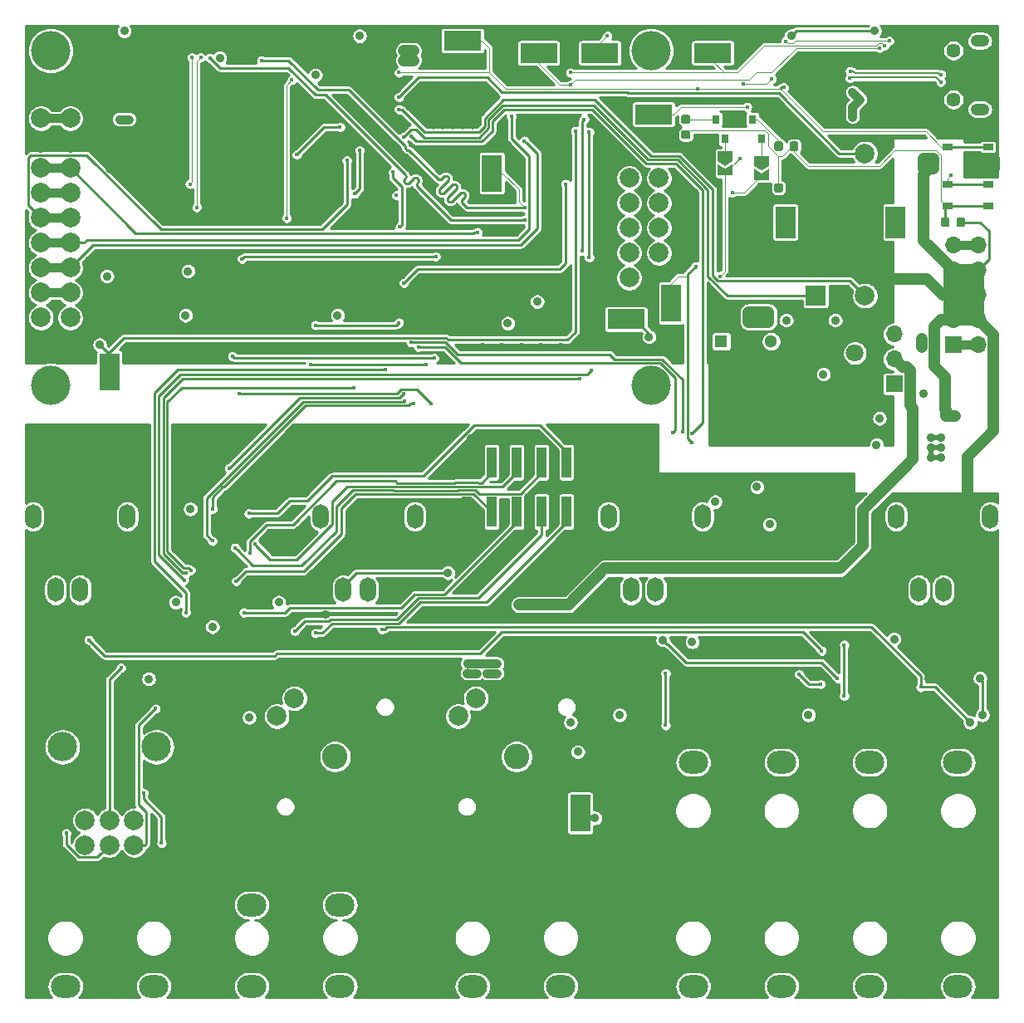
<source format=gbl>
G04 #@! TF.GenerationSoftware,KiCad,Pcbnew,(5.1.0)-1*
G04 #@! TF.CreationDate,2019-04-27T10:23:22+02:00*
G04 #@! TF.ProjectId,ESP32-Eurorack-Audio,45535033-322d-4457-9572-6f7261636b2d,C*
G04 #@! TF.SameCoordinates,Original*
G04 #@! TF.FileFunction,Copper,L4,Bot*
G04 #@! TF.FilePolarity,Positive*
%FSLAX46Y46*%
G04 Gerber Fmt 4.6, Leading zero omitted, Abs format (unit mm)*
G04 Created by KiCad (PCBNEW (5.1.0)-1) date 2019-04-27 10:23:22*
%MOMM*%
%LPD*%
G04 APERTURE LIST*
%ADD10C,1.800000*%
%ADD11R,1.800000X1.800000*%
%ADD12R,3.800000X2.000000*%
%ADD13C,1.300000*%
%ADD14R,1.300000X1.300000*%
%ADD15R,2.000000X3.800000*%
%ADD16C,0.635000*%
%ADD17C,2.000000*%
%ADD18C,4.000000*%
%ADD19C,0.100000*%
%ADD20C,0.875000*%
%ADD21C,1.450000*%
%ADD22O,1.900000X1.200000*%
%ADD23R,1.700000X1.700000*%
%ADD24O,1.700000X1.700000*%
%ADD25O,3.000000X2.300000*%
%ADD26O,3.000000X3.000000*%
%ADD27O,1.700000X2.500000*%
%ADD28R,1.050000X0.650000*%
%ADD29R,2.000000X3.200000*%
%ADD30R,2.000000X2.000000*%
%ADD31C,2.600000*%
%ADD32R,1.000000X3.150000*%
%ADD33C,0.300000*%
%ADD34R,0.800000X0.900000*%
%ADD35C,0.889000*%
%ADD36C,0.450000*%
%ADD37C,0.508000*%
%ADD38C,0.889000*%
%ADD39C,1.143000*%
%ADD40C,0.254000*%
%ADD41C,0.088900*%
%ADD42C,0.190500*%
G04 APERTURE END LIST*
D10*
X171840000Y-70000000D03*
D11*
X169300000Y-70000000D03*
D12*
X148500000Y-66550000D03*
D13*
X160760000Y-68800000D03*
D14*
X158220000Y-68800000D03*
D13*
X163300000Y-68800000D03*
D15*
X143850000Y-116900000D03*
D16*
X128850000Y-42900000D03*
X129850000Y-42900000D03*
X130850000Y-42900000D03*
X131850000Y-42900000D03*
X132850000Y-42900000D03*
X128850000Y-43900000D03*
X132850000Y-43900000D03*
X132850000Y-44900000D03*
X132850000Y-45900000D03*
X132850000Y-46900000D03*
X131850000Y-46900000D03*
X130850000Y-46900000D03*
X129850000Y-46900000D03*
X128850000Y-46900000D03*
X128850000Y-45900000D03*
X128850000Y-44900000D03*
X129850000Y-43900000D03*
X129850000Y-44900000D03*
X129850000Y-45900000D03*
X130850000Y-45900000D03*
X131850000Y-45900000D03*
X131850000Y-44900000D03*
X131850000Y-43900000D03*
X130850000Y-43900000D03*
D17*
X148850000Y-62310000D03*
X148850000Y-59770000D03*
X148850000Y-57230000D03*
X148850000Y-54690000D03*
X148850000Y-52150000D03*
X91850000Y-66360000D03*
X91850000Y-63820000D03*
X91850000Y-61280000D03*
X91850000Y-58740000D03*
X91850000Y-56200000D03*
X91850000Y-53660000D03*
X91850000Y-51120000D03*
X91850000Y-48580000D03*
X91850000Y-46040000D03*
X151850000Y-59770000D03*
X151850000Y-57230000D03*
X151850000Y-54690000D03*
X151850000Y-52150000D03*
X88850000Y-66360000D03*
X88850000Y-63820000D03*
X88850000Y-61280000D03*
X88850000Y-58740000D03*
X88850000Y-56200000D03*
X88850000Y-53660000D03*
X88850000Y-51120000D03*
X88850000Y-48580000D03*
X88850000Y-46040000D03*
D18*
X151050000Y-39150000D03*
X151050000Y-73250000D03*
X89850000Y-73250000D03*
X89850000Y-39150000D03*
D19*
G36*
X182877691Y-56176053D02*
G01*
X182898926Y-56179203D01*
X182919750Y-56184419D01*
X182939962Y-56191651D01*
X182959368Y-56200830D01*
X182977781Y-56211866D01*
X182995024Y-56224654D01*
X183010930Y-56239070D01*
X183025346Y-56254976D01*
X183038134Y-56272219D01*
X183049170Y-56290632D01*
X183058349Y-56310038D01*
X183065581Y-56330250D01*
X183070797Y-56351074D01*
X183073947Y-56372309D01*
X183075000Y-56393750D01*
X183075000Y-56906250D01*
X183073947Y-56927691D01*
X183070797Y-56948926D01*
X183065581Y-56969750D01*
X183058349Y-56989962D01*
X183049170Y-57009368D01*
X183038134Y-57027781D01*
X183025346Y-57045024D01*
X183010930Y-57060930D01*
X182995024Y-57075346D01*
X182977781Y-57088134D01*
X182959368Y-57099170D01*
X182939962Y-57108349D01*
X182919750Y-57115581D01*
X182898926Y-57120797D01*
X182877691Y-57123947D01*
X182856250Y-57125000D01*
X182418750Y-57125000D01*
X182397309Y-57123947D01*
X182376074Y-57120797D01*
X182355250Y-57115581D01*
X182335038Y-57108349D01*
X182315632Y-57099170D01*
X182297219Y-57088134D01*
X182279976Y-57075346D01*
X182264070Y-57060930D01*
X182249654Y-57045024D01*
X182236866Y-57027781D01*
X182225830Y-57009368D01*
X182216651Y-56989962D01*
X182209419Y-56969750D01*
X182204203Y-56948926D01*
X182201053Y-56927691D01*
X182200000Y-56906250D01*
X182200000Y-56393750D01*
X182201053Y-56372309D01*
X182204203Y-56351074D01*
X182209419Y-56330250D01*
X182216651Y-56310038D01*
X182225830Y-56290632D01*
X182236866Y-56272219D01*
X182249654Y-56254976D01*
X182264070Y-56239070D01*
X182279976Y-56224654D01*
X182297219Y-56211866D01*
X182315632Y-56200830D01*
X182335038Y-56191651D01*
X182355250Y-56184419D01*
X182376074Y-56179203D01*
X182397309Y-56176053D01*
X182418750Y-56175000D01*
X182856250Y-56175000D01*
X182877691Y-56176053D01*
X182877691Y-56176053D01*
G37*
D20*
X182637500Y-56650000D03*
D19*
G36*
X181302691Y-56176053D02*
G01*
X181323926Y-56179203D01*
X181344750Y-56184419D01*
X181364962Y-56191651D01*
X181384368Y-56200830D01*
X181402781Y-56211866D01*
X181420024Y-56224654D01*
X181435930Y-56239070D01*
X181450346Y-56254976D01*
X181463134Y-56272219D01*
X181474170Y-56290632D01*
X181483349Y-56310038D01*
X181490581Y-56330250D01*
X181495797Y-56351074D01*
X181498947Y-56372309D01*
X181500000Y-56393750D01*
X181500000Y-56906250D01*
X181498947Y-56927691D01*
X181495797Y-56948926D01*
X181490581Y-56969750D01*
X181483349Y-56989962D01*
X181474170Y-57009368D01*
X181463134Y-57027781D01*
X181450346Y-57045024D01*
X181435930Y-57060930D01*
X181420024Y-57075346D01*
X181402781Y-57088134D01*
X181384368Y-57099170D01*
X181364962Y-57108349D01*
X181344750Y-57115581D01*
X181323926Y-57120797D01*
X181302691Y-57123947D01*
X181281250Y-57125000D01*
X180843750Y-57125000D01*
X180822309Y-57123947D01*
X180801074Y-57120797D01*
X180780250Y-57115581D01*
X180760038Y-57108349D01*
X180740632Y-57099170D01*
X180722219Y-57088134D01*
X180704976Y-57075346D01*
X180689070Y-57060930D01*
X180674654Y-57045024D01*
X180661866Y-57027781D01*
X180650830Y-57009368D01*
X180641651Y-56989962D01*
X180634419Y-56969750D01*
X180629203Y-56948926D01*
X180626053Y-56927691D01*
X180625000Y-56906250D01*
X180625000Y-56393750D01*
X180626053Y-56372309D01*
X180629203Y-56351074D01*
X180634419Y-56330250D01*
X180641651Y-56310038D01*
X180650830Y-56290632D01*
X180661866Y-56272219D01*
X180674654Y-56254976D01*
X180689070Y-56239070D01*
X180704976Y-56224654D01*
X180722219Y-56211866D01*
X180740632Y-56200830D01*
X180760038Y-56191651D01*
X180780250Y-56184419D01*
X180801074Y-56179203D01*
X180822309Y-56176053D01*
X180843750Y-56175000D01*
X181281250Y-56175000D01*
X181302691Y-56176053D01*
X181302691Y-56176053D01*
G37*
D20*
X181062500Y-56650000D03*
D21*
X181887500Y-44150000D03*
X181887500Y-39150000D03*
D22*
X184587500Y-45150000D03*
X184587500Y-38150000D03*
D23*
X181850000Y-69150000D03*
D24*
X184390000Y-69150000D03*
X181850000Y-66610000D03*
X184390000Y-66610000D03*
X181850000Y-64070000D03*
X184390000Y-64070000D03*
X181850000Y-61530000D03*
X184390000Y-61530000D03*
X181850000Y-58990000D03*
X184390000Y-58990000D03*
D25*
X100350000Y-134570000D03*
X100350000Y-126270000D03*
X100350000Y-123170000D03*
X91350000Y-123170000D03*
X91350000Y-126270000D03*
X91350000Y-134570000D03*
X119350000Y-123170000D03*
X119350000Y-126270000D03*
X119350000Y-134570000D03*
X110350000Y-134570000D03*
X110350000Y-126270000D03*
X110350000Y-123170000D03*
X132850000Y-134570000D03*
X132850000Y-126270000D03*
X132850000Y-123170000D03*
X155350000Y-111730000D03*
X155350000Y-120030000D03*
X155350000Y-123130000D03*
X164350000Y-123130000D03*
X164350000Y-120030000D03*
X164350000Y-111730000D03*
X155350000Y-123170000D03*
X155350000Y-126270000D03*
X155350000Y-134570000D03*
X164350000Y-134570000D03*
X164350000Y-126270000D03*
X164350000Y-123170000D03*
X141850000Y-134570000D03*
X141850000Y-126270000D03*
X141850000Y-123170000D03*
X173350000Y-123130000D03*
X173350000Y-120030000D03*
X173350000Y-111730000D03*
X182350000Y-111730000D03*
X182350000Y-120030000D03*
X182350000Y-123130000D03*
X173350000Y-134570000D03*
X173350000Y-126270000D03*
X173350000Y-123170000D03*
X182350000Y-134570000D03*
X182350000Y-126270000D03*
X182350000Y-123170000D03*
D23*
X175850000Y-73150000D03*
D24*
X175850000Y-70610000D03*
X175850000Y-68070000D03*
D17*
X95850000Y-117650000D03*
X93350000Y-117650000D03*
X98350000Y-117650000D03*
D26*
X100650000Y-110150000D03*
X91050000Y-110150000D03*
D17*
X93350000Y-120150000D03*
X95850000Y-120150000D03*
X98350000Y-120150000D03*
D27*
X88050000Y-86650000D03*
X97650000Y-86650000D03*
X95350000Y-94150000D03*
X90350000Y-94150000D03*
X92850000Y-94150000D03*
X122183333Y-94150000D03*
X119683333Y-94150000D03*
X124683333Y-94150000D03*
X126983333Y-86650000D03*
X117383333Y-86650000D03*
X146716666Y-86650000D03*
X156316666Y-86650000D03*
X154016666Y-94150000D03*
X149016666Y-94150000D03*
X151516666Y-94150000D03*
X180850000Y-94150000D03*
X178350000Y-94150000D03*
X183350000Y-94150000D03*
X185650000Y-86650000D03*
X176050000Y-86650000D03*
D28*
X181275000Y-48975000D03*
X185425000Y-48975000D03*
X181275000Y-46825000D03*
X185425000Y-46825000D03*
X185425000Y-52825000D03*
X181275000Y-52825000D03*
X185425000Y-54975000D03*
X181275000Y-54975000D03*
D17*
X172850000Y-49650000D03*
X167850000Y-49650000D03*
D29*
X175950000Y-56650000D03*
X164750000Y-56650000D03*
D17*
X172850000Y-64150000D03*
X170350000Y-64150000D03*
D30*
X167850000Y-64150000D03*
D17*
X114700000Y-105200000D03*
D31*
X118850000Y-106070000D03*
X118850000Y-111150000D03*
D17*
X112900000Y-107000000D03*
X133200000Y-105200000D03*
D31*
X137350000Y-106070000D03*
X137350000Y-111150000D03*
D17*
X131400000Y-107000000D03*
D32*
X132270000Y-81125000D03*
X132270000Y-86175000D03*
X134810000Y-81125000D03*
X134810000Y-86175000D03*
X137350000Y-81125000D03*
X137350000Y-86175000D03*
X139890000Y-81125000D03*
X139890000Y-86175000D03*
X142430000Y-81125000D03*
X142430000Y-86175000D03*
D33*
X162350000Y-51838000D03*
D19*
G36*
X161600000Y-52338000D02*
G01*
X161600000Y-51188000D01*
X162350000Y-51688000D01*
X163100000Y-51188000D01*
X163100000Y-52338000D01*
X161600000Y-52338000D01*
X161600000Y-52338000D01*
G37*
D33*
X162350000Y-50388000D03*
D19*
G36*
X162350000Y-51388000D02*
G01*
X161600000Y-50888000D01*
X161600000Y-49888000D01*
X163100000Y-49888000D01*
X163100000Y-50888000D01*
X162350000Y-51388000D01*
X162350000Y-51388000D01*
G37*
D33*
X158600000Y-51375000D03*
D19*
G36*
X157850000Y-51875000D02*
G01*
X157850000Y-50725000D01*
X158600000Y-51225000D01*
X159350000Y-50725000D01*
X159350000Y-51875000D01*
X157850000Y-51875000D01*
X157850000Y-51875000D01*
G37*
D33*
X158600000Y-49925000D03*
D19*
G36*
X158600000Y-50925000D02*
G01*
X157850000Y-50425000D01*
X157850000Y-49425000D01*
X159350000Y-49425000D01*
X159350000Y-50425000D01*
X158600000Y-50925000D01*
X158600000Y-50925000D01*
G37*
D34*
X161400000Y-46150000D03*
X163300000Y-46150000D03*
X162350000Y-48150000D03*
X158600000Y-48150000D03*
X159550000Y-46150000D03*
X157650000Y-46150000D03*
D19*
G36*
X164302691Y-48426053D02*
G01*
X164323926Y-48429203D01*
X164344750Y-48434419D01*
X164364962Y-48441651D01*
X164384368Y-48450830D01*
X164402781Y-48461866D01*
X164420024Y-48474654D01*
X164435930Y-48489070D01*
X164450346Y-48504976D01*
X164463134Y-48522219D01*
X164474170Y-48540632D01*
X164483349Y-48560038D01*
X164490581Y-48580250D01*
X164495797Y-48601074D01*
X164498947Y-48622309D01*
X164500000Y-48643750D01*
X164500000Y-49156250D01*
X164498947Y-49177691D01*
X164495797Y-49198926D01*
X164490581Y-49219750D01*
X164483349Y-49239962D01*
X164474170Y-49259368D01*
X164463134Y-49277781D01*
X164450346Y-49295024D01*
X164435930Y-49310930D01*
X164420024Y-49325346D01*
X164402781Y-49338134D01*
X164384368Y-49349170D01*
X164364962Y-49358349D01*
X164344750Y-49365581D01*
X164323926Y-49370797D01*
X164302691Y-49373947D01*
X164281250Y-49375000D01*
X163843750Y-49375000D01*
X163822309Y-49373947D01*
X163801074Y-49370797D01*
X163780250Y-49365581D01*
X163760038Y-49358349D01*
X163740632Y-49349170D01*
X163722219Y-49338134D01*
X163704976Y-49325346D01*
X163689070Y-49310930D01*
X163674654Y-49295024D01*
X163661866Y-49277781D01*
X163650830Y-49259368D01*
X163641651Y-49239962D01*
X163634419Y-49219750D01*
X163629203Y-49198926D01*
X163626053Y-49177691D01*
X163625000Y-49156250D01*
X163625000Y-48643750D01*
X163626053Y-48622309D01*
X163629203Y-48601074D01*
X163634419Y-48580250D01*
X163641651Y-48560038D01*
X163650830Y-48540632D01*
X163661866Y-48522219D01*
X163674654Y-48504976D01*
X163689070Y-48489070D01*
X163704976Y-48474654D01*
X163722219Y-48461866D01*
X163740632Y-48450830D01*
X163760038Y-48441651D01*
X163780250Y-48434419D01*
X163801074Y-48429203D01*
X163822309Y-48426053D01*
X163843750Y-48425000D01*
X164281250Y-48425000D01*
X164302691Y-48426053D01*
X164302691Y-48426053D01*
G37*
D20*
X164062500Y-48900000D03*
D19*
G36*
X165877691Y-48426053D02*
G01*
X165898926Y-48429203D01*
X165919750Y-48434419D01*
X165939962Y-48441651D01*
X165959368Y-48450830D01*
X165977781Y-48461866D01*
X165995024Y-48474654D01*
X166010930Y-48489070D01*
X166025346Y-48504976D01*
X166038134Y-48522219D01*
X166049170Y-48540632D01*
X166058349Y-48560038D01*
X166065581Y-48580250D01*
X166070797Y-48601074D01*
X166073947Y-48622309D01*
X166075000Y-48643750D01*
X166075000Y-49156250D01*
X166073947Y-49177691D01*
X166070797Y-49198926D01*
X166065581Y-49219750D01*
X166058349Y-49239962D01*
X166049170Y-49259368D01*
X166038134Y-49277781D01*
X166025346Y-49295024D01*
X166010930Y-49310930D01*
X165995024Y-49325346D01*
X165977781Y-49338134D01*
X165959368Y-49349170D01*
X165939962Y-49358349D01*
X165919750Y-49365581D01*
X165898926Y-49370797D01*
X165877691Y-49373947D01*
X165856250Y-49375000D01*
X165418750Y-49375000D01*
X165397309Y-49373947D01*
X165376074Y-49370797D01*
X165355250Y-49365581D01*
X165335038Y-49358349D01*
X165315632Y-49349170D01*
X165297219Y-49338134D01*
X165279976Y-49325346D01*
X165264070Y-49310930D01*
X165249654Y-49295024D01*
X165236866Y-49277781D01*
X165225830Y-49259368D01*
X165216651Y-49239962D01*
X165209419Y-49219750D01*
X165204203Y-49198926D01*
X165201053Y-49177691D01*
X165200000Y-49156250D01*
X165200000Y-48643750D01*
X165201053Y-48622309D01*
X165204203Y-48601074D01*
X165209419Y-48580250D01*
X165216651Y-48560038D01*
X165225830Y-48540632D01*
X165236866Y-48522219D01*
X165249654Y-48504976D01*
X165264070Y-48489070D01*
X165279976Y-48474654D01*
X165297219Y-48461866D01*
X165315632Y-48450830D01*
X165335038Y-48441651D01*
X165355250Y-48434419D01*
X165376074Y-48429203D01*
X165397309Y-48426053D01*
X165418750Y-48425000D01*
X165856250Y-48425000D01*
X165877691Y-48426053D01*
X165877691Y-48426053D01*
G37*
D20*
X165637500Y-48900000D03*
D19*
G36*
X164302691Y-52676053D02*
G01*
X164323926Y-52679203D01*
X164344750Y-52684419D01*
X164364962Y-52691651D01*
X164384368Y-52700830D01*
X164402781Y-52711866D01*
X164420024Y-52724654D01*
X164435930Y-52739070D01*
X164450346Y-52754976D01*
X164463134Y-52772219D01*
X164474170Y-52790632D01*
X164483349Y-52810038D01*
X164490581Y-52830250D01*
X164495797Y-52851074D01*
X164498947Y-52872309D01*
X164500000Y-52893750D01*
X164500000Y-53406250D01*
X164498947Y-53427691D01*
X164495797Y-53448926D01*
X164490581Y-53469750D01*
X164483349Y-53489962D01*
X164474170Y-53509368D01*
X164463134Y-53527781D01*
X164450346Y-53545024D01*
X164435930Y-53560930D01*
X164420024Y-53575346D01*
X164402781Y-53588134D01*
X164384368Y-53599170D01*
X164364962Y-53608349D01*
X164344750Y-53615581D01*
X164323926Y-53620797D01*
X164302691Y-53623947D01*
X164281250Y-53625000D01*
X163843750Y-53625000D01*
X163822309Y-53623947D01*
X163801074Y-53620797D01*
X163780250Y-53615581D01*
X163760038Y-53608349D01*
X163740632Y-53599170D01*
X163722219Y-53588134D01*
X163704976Y-53575346D01*
X163689070Y-53560930D01*
X163674654Y-53545024D01*
X163661866Y-53527781D01*
X163650830Y-53509368D01*
X163641651Y-53489962D01*
X163634419Y-53469750D01*
X163629203Y-53448926D01*
X163626053Y-53427691D01*
X163625000Y-53406250D01*
X163625000Y-52893750D01*
X163626053Y-52872309D01*
X163629203Y-52851074D01*
X163634419Y-52830250D01*
X163641651Y-52810038D01*
X163650830Y-52790632D01*
X163661866Y-52772219D01*
X163674654Y-52754976D01*
X163689070Y-52739070D01*
X163704976Y-52724654D01*
X163722219Y-52711866D01*
X163740632Y-52700830D01*
X163760038Y-52691651D01*
X163780250Y-52684419D01*
X163801074Y-52679203D01*
X163822309Y-52676053D01*
X163843750Y-52675000D01*
X164281250Y-52675000D01*
X164302691Y-52676053D01*
X164302691Y-52676053D01*
G37*
D20*
X164062500Y-53150000D03*
D19*
G36*
X165877691Y-52676053D02*
G01*
X165898926Y-52679203D01*
X165919750Y-52684419D01*
X165939962Y-52691651D01*
X165959368Y-52700830D01*
X165977781Y-52711866D01*
X165995024Y-52724654D01*
X166010930Y-52739070D01*
X166025346Y-52754976D01*
X166038134Y-52772219D01*
X166049170Y-52790632D01*
X166058349Y-52810038D01*
X166065581Y-52830250D01*
X166070797Y-52851074D01*
X166073947Y-52872309D01*
X166075000Y-52893750D01*
X166075000Y-53406250D01*
X166073947Y-53427691D01*
X166070797Y-53448926D01*
X166065581Y-53469750D01*
X166058349Y-53489962D01*
X166049170Y-53509368D01*
X166038134Y-53527781D01*
X166025346Y-53545024D01*
X166010930Y-53560930D01*
X165995024Y-53575346D01*
X165977781Y-53588134D01*
X165959368Y-53599170D01*
X165939962Y-53608349D01*
X165919750Y-53615581D01*
X165898926Y-53620797D01*
X165877691Y-53623947D01*
X165856250Y-53625000D01*
X165418750Y-53625000D01*
X165397309Y-53623947D01*
X165376074Y-53620797D01*
X165355250Y-53615581D01*
X165335038Y-53608349D01*
X165315632Y-53599170D01*
X165297219Y-53588134D01*
X165279976Y-53575346D01*
X165264070Y-53560930D01*
X165249654Y-53545024D01*
X165236866Y-53527781D01*
X165225830Y-53509368D01*
X165216651Y-53489962D01*
X165209419Y-53469750D01*
X165204203Y-53448926D01*
X165201053Y-53427691D01*
X165200000Y-53406250D01*
X165200000Y-52893750D01*
X165201053Y-52872309D01*
X165204203Y-52851074D01*
X165209419Y-52830250D01*
X165216651Y-52810038D01*
X165225830Y-52790632D01*
X165236866Y-52772219D01*
X165249654Y-52754976D01*
X165264070Y-52739070D01*
X165279976Y-52724654D01*
X165297219Y-52711866D01*
X165315632Y-52700830D01*
X165335038Y-52691651D01*
X165355250Y-52684419D01*
X165376074Y-52679203D01*
X165397309Y-52676053D01*
X165418750Y-52675000D01*
X165856250Y-52675000D01*
X165877691Y-52676053D01*
X165877691Y-52676053D01*
G37*
D20*
X165637500Y-53150000D03*
D19*
G36*
X154877691Y-45713553D02*
G01*
X154898926Y-45716703D01*
X154919750Y-45721919D01*
X154939962Y-45729151D01*
X154959368Y-45738330D01*
X154977781Y-45749366D01*
X154995024Y-45762154D01*
X155010930Y-45776570D01*
X155025346Y-45792476D01*
X155038134Y-45809719D01*
X155049170Y-45828132D01*
X155058349Y-45847538D01*
X155065581Y-45867750D01*
X155070797Y-45888574D01*
X155073947Y-45909809D01*
X155075000Y-45931250D01*
X155075000Y-46368750D01*
X155073947Y-46390191D01*
X155070797Y-46411426D01*
X155065581Y-46432250D01*
X155058349Y-46452462D01*
X155049170Y-46471868D01*
X155038134Y-46490281D01*
X155025346Y-46507524D01*
X155010930Y-46523430D01*
X154995024Y-46537846D01*
X154977781Y-46550634D01*
X154959368Y-46561670D01*
X154939962Y-46570849D01*
X154919750Y-46578081D01*
X154898926Y-46583297D01*
X154877691Y-46586447D01*
X154856250Y-46587500D01*
X154343750Y-46587500D01*
X154322309Y-46586447D01*
X154301074Y-46583297D01*
X154280250Y-46578081D01*
X154260038Y-46570849D01*
X154240632Y-46561670D01*
X154222219Y-46550634D01*
X154204976Y-46537846D01*
X154189070Y-46523430D01*
X154174654Y-46507524D01*
X154161866Y-46490281D01*
X154150830Y-46471868D01*
X154141651Y-46452462D01*
X154134419Y-46432250D01*
X154129203Y-46411426D01*
X154126053Y-46390191D01*
X154125000Y-46368750D01*
X154125000Y-45931250D01*
X154126053Y-45909809D01*
X154129203Y-45888574D01*
X154134419Y-45867750D01*
X154141651Y-45847538D01*
X154150830Y-45828132D01*
X154161866Y-45809719D01*
X154174654Y-45792476D01*
X154189070Y-45776570D01*
X154204976Y-45762154D01*
X154222219Y-45749366D01*
X154240632Y-45738330D01*
X154260038Y-45729151D01*
X154280250Y-45721919D01*
X154301074Y-45716703D01*
X154322309Y-45713553D01*
X154343750Y-45712500D01*
X154856250Y-45712500D01*
X154877691Y-45713553D01*
X154877691Y-45713553D01*
G37*
D20*
X154600000Y-46150000D03*
D19*
G36*
X154877691Y-47288553D02*
G01*
X154898926Y-47291703D01*
X154919750Y-47296919D01*
X154939962Y-47304151D01*
X154959368Y-47313330D01*
X154977781Y-47324366D01*
X154995024Y-47337154D01*
X155010930Y-47351570D01*
X155025346Y-47367476D01*
X155038134Y-47384719D01*
X155049170Y-47403132D01*
X155058349Y-47422538D01*
X155065581Y-47442750D01*
X155070797Y-47463574D01*
X155073947Y-47484809D01*
X155075000Y-47506250D01*
X155075000Y-47943750D01*
X155073947Y-47965191D01*
X155070797Y-47986426D01*
X155065581Y-48007250D01*
X155058349Y-48027462D01*
X155049170Y-48046868D01*
X155038134Y-48065281D01*
X155025346Y-48082524D01*
X155010930Y-48098430D01*
X154995024Y-48112846D01*
X154977781Y-48125634D01*
X154959368Y-48136670D01*
X154939962Y-48145849D01*
X154919750Y-48153081D01*
X154898926Y-48158297D01*
X154877691Y-48161447D01*
X154856250Y-48162500D01*
X154343750Y-48162500D01*
X154322309Y-48161447D01*
X154301074Y-48158297D01*
X154280250Y-48153081D01*
X154260038Y-48145849D01*
X154240632Y-48136670D01*
X154222219Y-48125634D01*
X154204976Y-48112846D01*
X154189070Y-48098430D01*
X154174654Y-48082524D01*
X154161866Y-48065281D01*
X154150830Y-48046868D01*
X154141651Y-48027462D01*
X154134419Y-48007250D01*
X154129203Y-47986426D01*
X154126053Y-47965191D01*
X154125000Y-47943750D01*
X154125000Y-47506250D01*
X154126053Y-47484809D01*
X154129203Y-47463574D01*
X154134419Y-47442750D01*
X154141651Y-47422538D01*
X154150830Y-47403132D01*
X154161866Y-47384719D01*
X154174654Y-47367476D01*
X154189070Y-47351570D01*
X154204976Y-47337154D01*
X154222219Y-47324366D01*
X154240632Y-47313330D01*
X154260038Y-47304151D01*
X154280250Y-47296919D01*
X154301074Y-47291703D01*
X154322309Y-47288553D01*
X154343750Y-47287500D01*
X154856250Y-47287500D01*
X154877691Y-47288553D01*
X154877691Y-47288553D01*
G37*
D20*
X154600000Y-47725000D03*
D15*
X95850000Y-71900000D03*
D12*
X131850000Y-38150000D03*
D15*
X153100000Y-64900000D03*
X134850000Y-51650000D03*
D12*
X139600000Y-39400000D03*
X157350000Y-39400000D03*
X151350000Y-45650000D03*
X145850000Y-39400000D03*
D35*
X116850000Y-41650000D03*
X169850000Y-66650000D03*
X164850000Y-66650000D03*
X97350000Y-37150000D03*
X125850000Y-39150000D03*
X125850000Y-40150000D03*
X126850000Y-40150000D03*
X126850000Y-39150000D03*
X121350000Y-37650000D03*
X171600000Y-45900000D03*
X103850000Y-61650000D03*
X96850000Y-46150000D03*
X97850000Y-46150000D03*
X107100000Y-39900000D03*
X95600000Y-62150000D03*
X171600000Y-43400000D03*
X172350000Y-44150000D03*
X171600000Y-44900000D03*
X136450000Y-66950000D03*
X103600000Y-66150000D03*
X119100000Y-66150000D03*
X139450000Y-64750000D03*
X174050006Y-79350000D03*
X174350004Y-76650004D03*
D36*
X181600000Y-51900000D03*
D35*
X163050000Y-66824000D03*
X162034000Y-66824000D03*
X161018000Y-66824000D03*
X161018000Y-65808000D03*
X162034000Y-65808000D03*
X163050000Y-65808000D03*
X168638000Y-72158000D03*
X150858000Y-68348000D03*
X167100000Y-106900000D03*
X147850000Y-106900000D03*
X130350000Y-92400000D03*
X143600000Y-110650000D03*
X145350000Y-117400000D03*
D36*
X125350000Y-41400000D03*
X155850000Y-43039979D03*
X164600000Y-42900000D03*
D35*
X178650000Y-68550000D03*
X178650000Y-69350000D03*
X99850000Y-103225510D03*
X178850024Y-74150000D03*
X110100000Y-107150006D03*
X142850000Y-107650000D03*
X142550000Y-95650000D03*
X137650000Y-95650000D03*
X138850000Y-95650000D03*
X140100000Y-95650000D03*
X141350000Y-95650000D03*
X157600000Y-85150000D03*
X132350000Y-101650000D03*
X135350000Y-101650000D03*
X175850000Y-99150000D03*
X155250000Y-99450000D03*
X163150000Y-87450000D03*
X161850000Y-83650000D03*
X104100000Y-85899982D03*
X113100000Y-95400000D03*
X106350000Y-97900000D03*
X102600000Y-95400000D03*
X132316000Y-102638000D03*
X133332000Y-102638000D03*
X134348000Y-102638000D03*
X135364000Y-102638000D03*
X133304000Y-101650000D03*
X134320000Y-101650000D03*
D36*
X110050000Y-86350000D03*
X108650000Y-89850000D03*
X116850000Y-98550000D03*
X114750000Y-98350000D03*
X114950000Y-49750000D03*
X119350000Y-46950000D03*
X152550000Y-107950000D03*
X152550000Y-102650000D03*
X168350000Y-103750000D03*
X166150000Y-102750000D03*
X129100000Y-60150000D03*
X109350000Y-60400000D03*
X93750000Y-99250000D03*
X168450000Y-100350000D03*
X178550000Y-104050000D03*
D35*
X183600000Y-107650000D03*
D36*
X123600000Y-98150000D03*
D35*
X152250000Y-99250000D03*
D36*
X170050000Y-103150000D03*
X170750000Y-104950000D03*
X170750000Y-99750000D03*
D35*
X184850000Y-106900000D03*
X184600000Y-103150000D03*
X173850000Y-37150000D03*
X165350000Y-37650000D03*
D36*
X180590000Y-42350000D03*
X171330000Y-41950000D03*
X180623235Y-41576765D03*
X171360406Y-41250649D03*
X106100000Y-39900000D03*
X138170990Y-56400000D03*
X105150000Y-39850000D03*
X104750000Y-55150000D03*
X104250000Y-39850000D03*
X104050000Y-52750000D03*
X111350000Y-40150000D03*
X138170990Y-55150000D03*
X160100000Y-50150000D03*
X158100000Y-62150000D03*
X114450000Y-42150000D03*
X113908490Y-56250000D03*
X160850000Y-44900000D03*
X175350000Y-38150000D03*
X164786781Y-38213219D03*
X160507919Y-42546460D03*
X163350000Y-42046460D03*
X146600000Y-37650000D03*
X142850000Y-42650000D03*
X174350000Y-38900000D03*
X142850000Y-41400000D03*
X174866096Y-38641952D03*
X133350000Y-57670990D03*
X143350000Y-47350000D03*
D35*
X94850001Y-69150000D03*
D36*
X120050000Y-50350000D03*
X125846025Y-47930984D03*
X136815422Y-45877761D03*
X125350000Y-45150000D03*
X138150000Y-48350000D03*
X125350000Y-43900000D03*
X110170990Y-90385292D03*
X108750000Y-93250000D03*
X110650000Y-89450000D03*
X109550000Y-96450000D03*
X128100000Y-71150000D03*
X116350000Y-71150000D03*
X128661066Y-75108208D03*
X109100000Y-74150000D03*
X125350000Y-66900000D03*
X116850000Y-67150000D03*
X128944078Y-70494078D03*
X108387881Y-70321960D03*
X101150000Y-119950000D03*
X99329010Y-114851794D03*
X97031399Y-102088427D03*
X91450000Y-118950000D03*
X100550000Y-106250000D03*
X103450000Y-93150000D03*
X144950000Y-71750000D03*
X144750000Y-60250000D03*
X144750000Y-47450000D03*
X103650000Y-92450000D03*
X144050000Y-59550000D03*
X144250000Y-46150000D03*
X143788424Y-72629010D03*
X104150000Y-92150000D03*
X120850000Y-53750000D03*
X121350000Y-49350000D03*
X120757688Y-73510021D03*
X103650000Y-96450000D03*
X125450000Y-57150000D03*
X124750000Y-51550000D03*
X123950000Y-71670990D03*
X108050000Y-81750000D03*
X125850000Y-62850000D03*
X142350000Y-52750000D03*
X125850000Y-74149994D03*
X126600000Y-68900000D03*
X125950000Y-74850000D03*
X106350000Y-89150000D03*
X154296491Y-78005399D03*
X125100000Y-53900000D03*
X127350000Y-69379010D03*
X106350000Y-85900000D03*
X126850000Y-75150000D03*
X153300000Y-78100000D03*
X126600004Y-47900000D03*
X155254503Y-78158400D03*
X175600000Y-42650000D03*
X173600000Y-42650000D03*
X173600000Y-40650000D03*
X175600000Y-40650000D03*
D35*
X142350000Y-37400000D03*
X125600000Y-37650000D03*
X116850000Y-39900000D03*
X116850012Y-37900000D03*
X121350000Y-55150000D03*
X181100000Y-76400000D03*
X182100000Y-76400000D03*
X179600000Y-78650000D03*
X180600000Y-78650000D03*
X180600000Y-79650000D03*
X179600000Y-79650000D03*
X179600000Y-80650000D03*
X180600000Y-80650000D03*
X170850000Y-84400000D03*
X179350000Y-103150000D03*
X176600000Y-103900000D03*
X176530599Y-102451490D03*
X178600000Y-100650000D03*
X158350000Y-103150000D03*
X155850000Y-102400000D03*
X141350000Y-101900000D03*
X142350000Y-101900000D03*
X143350000Y-101900000D03*
X139600000Y-99400000D03*
X139600000Y-100400000D03*
X140350000Y-101400000D03*
X140350000Y-102400000D03*
X132350000Y-96650000D03*
X133350000Y-96650000D03*
X131350000Y-96650000D03*
X114600000Y-93900000D03*
X110100000Y-93400000D03*
X112100000Y-89400000D03*
X103600000Y-89400000D03*
X114350000Y-86150000D03*
X106850000Y-108400000D03*
X96850000Y-104150000D03*
X90850000Y-115150000D03*
X90850000Y-116900000D03*
X100850000Y-114150000D03*
X100850000Y-115900000D03*
X97350000Y-42150000D03*
X98350000Y-42150000D03*
X99350000Y-42150000D03*
X99350000Y-43150000D03*
X98350000Y-43150000D03*
X97350000Y-43150000D03*
X114850000Y-47150000D03*
X109850000Y-39650000D03*
X107350000Y-53900000D03*
X95850000Y-51150000D03*
X96850000Y-51150000D03*
X97350000Y-62150000D03*
X98350000Y-62150000D03*
X167350000Y-43150000D03*
X167350000Y-44900000D03*
X165600000Y-40650000D03*
X114850000Y-47991490D03*
X171349887Y-40390701D03*
X185100000Y-50150000D03*
X186076490Y-50150000D03*
X185100000Y-51150000D03*
X184100000Y-51150000D03*
X184100000Y-50150000D03*
X186076490Y-51150000D03*
X131950000Y-63250000D03*
X155781078Y-103831078D03*
X157786328Y-100586998D03*
X106439950Y-104124239D03*
X103570479Y-104732998D03*
X111600000Y-64900000D03*
X106600000Y-63400000D03*
X109850000Y-69650000D03*
X116350000Y-69650000D03*
X158850000Y-83400000D03*
X160350000Y-83400000D03*
X165270479Y-83757419D03*
X132668922Y-78718922D03*
X102848510Y-84119964D03*
D36*
X178250000Y-43650000D03*
X178750000Y-43650000D03*
D35*
X110850000Y-99650000D03*
X131100000Y-87650000D03*
X179250000Y-85450000D03*
X180450000Y-85450000D03*
X181650000Y-85450000D03*
X182850000Y-85450000D03*
X175050000Y-64450000D03*
X175050000Y-61450000D03*
X175050000Y-62450000D03*
X175050000Y-63450000D03*
X175050000Y-60450002D03*
X107850000Y-84450000D03*
X117850000Y-96648510D03*
X149600000Y-115150000D03*
D36*
X162350002Y-45400000D03*
X160350000Y-45400000D03*
X166600002Y-53150000D03*
D35*
X174850002Y-48150000D03*
X178850008Y-50150000D03*
X179850014Y-50150000D03*
X178850000Y-51150000D03*
X179850000Y-51150000D03*
X108350000Y-99650000D03*
X99850000Y-93400000D03*
X99850000Y-97150000D03*
X99100000Y-88400000D03*
X116850000Y-94400000D03*
X118350000Y-91150000D03*
D36*
X140850000Y-64150000D03*
X141850000Y-64150000D03*
X141850000Y-65150000D03*
X140850000Y-65150000D03*
X154850000Y-55150000D03*
X154850000Y-56150000D03*
X154850000Y-57150000D03*
X130850000Y-50150000D03*
X131850000Y-50150000D03*
X131850000Y-51150000D03*
X125850000Y-50150000D03*
X127850000Y-49150000D03*
X126850000Y-54150000D03*
X119850000Y-48150000D03*
X119850000Y-49150000D03*
X126850000Y-79150000D03*
X126850000Y-80150000D03*
X126850000Y-90150000D03*
X164850000Y-96150000D03*
X161850000Y-96150000D03*
X184850000Y-133150000D03*
X103850000Y-133150000D03*
X107850000Y-133150000D03*
X104850000Y-113150000D03*
X88850000Y-98150000D03*
X89850000Y-100150000D03*
X88850000Y-102150000D03*
X87850000Y-70150000D03*
X87850000Y-69150000D03*
X87850000Y-44150000D03*
X87850000Y-42150000D03*
X92850000Y-37150000D03*
X94850000Y-37150000D03*
X98850000Y-37150000D03*
X114850000Y-37150000D03*
X117850000Y-37150000D03*
X126850000Y-37150000D03*
X128850000Y-37150000D03*
X134850000Y-37150000D03*
X136850000Y-37150000D03*
X138850000Y-37150000D03*
X143850000Y-37150000D03*
X145850000Y-37150000D03*
X157850000Y-37150000D03*
X159850000Y-37150000D03*
X161850000Y-37150000D03*
X163850000Y-37150000D03*
X179850000Y-37150000D03*
X181850000Y-37150000D03*
X185850000Y-37150000D03*
X141850000Y-69150000D03*
X139850000Y-69150000D03*
X137850000Y-69150000D03*
X135850000Y-69150000D03*
X133850000Y-69150000D03*
X87850000Y-78150000D03*
X87850000Y-80150000D03*
X87850000Y-82150000D03*
X87850000Y-84150000D03*
X87850000Y-90150000D03*
X87850000Y-92150000D03*
X87850000Y-95150000D03*
X87850000Y-98150000D03*
X87850000Y-101150000D03*
X87850000Y-104150000D03*
X87850000Y-107150000D03*
X87850000Y-110150000D03*
X87850000Y-134150000D03*
X94850000Y-134150000D03*
X97850000Y-134150000D03*
X103850000Y-134150000D03*
X107850000Y-134150000D03*
X113850000Y-134150000D03*
X116850000Y-134150000D03*
X121850000Y-134150000D03*
X123850000Y-134150000D03*
X128850000Y-134150000D03*
X135850000Y-134150000D03*
X138850000Y-134150000D03*
X144850000Y-134150000D03*
X147850000Y-134150000D03*
X150850000Y-134150000D03*
X157850000Y-134150000D03*
X161850000Y-134150000D03*
X175850000Y-134150000D03*
X179850000Y-134150000D03*
X170850000Y-134150000D03*
X166850000Y-134150000D03*
X185850000Y-134150000D03*
X184850000Y-126150000D03*
X184850000Y-120150000D03*
X184850000Y-113150000D03*
X185850000Y-97150000D03*
X185850000Y-93150000D03*
X185850000Y-90150000D03*
X149850000Y-78150000D03*
X146850000Y-78150000D03*
X143850000Y-78150000D03*
X138850000Y-78150000D03*
X135850000Y-78150000D03*
X130850000Y-78150000D03*
X126850000Y-78150000D03*
X123850000Y-78150000D03*
X120850000Y-78150000D03*
X118850000Y-78150000D03*
X116850000Y-78150000D03*
X114850000Y-78150000D03*
X106850000Y-78150000D03*
X97850000Y-78150000D03*
X94850000Y-78150000D03*
X92850000Y-78150000D03*
X89850000Y-80150000D03*
X98850000Y-70150000D03*
X100850000Y-70150000D03*
X102850000Y-70150000D03*
X104850000Y-70150000D03*
X117850000Y-69150000D03*
X119850000Y-69150000D03*
X121850000Y-69150000D03*
X122850000Y-69150000D03*
X128850000Y-64150000D03*
X128850000Y-65150000D03*
X128850000Y-66150000D03*
X117850000Y-61150000D03*
X117850000Y-62150000D03*
X117850000Y-63150000D03*
X100850000Y-62150000D03*
X100850000Y-63150000D03*
X100850000Y-64150000D03*
X100850000Y-65150000D03*
X99850000Y-51150000D03*
X99850000Y-52150000D03*
X99850000Y-53150000D03*
X100850000Y-53150000D03*
X100850000Y-52150000D03*
X100850000Y-51150000D03*
X109850000Y-51150000D03*
X109850000Y-52150000D03*
X109850000Y-53150000D03*
X110850000Y-53150000D03*
X110850000Y-52150000D03*
X110850000Y-51150000D03*
X141850000Y-90150000D03*
X142850000Y-90150000D03*
X143850000Y-90150000D03*
X143850000Y-91150000D03*
X141850000Y-91150000D03*
X142850000Y-91150000D03*
X146850000Y-121150000D03*
X147850000Y-121150000D03*
X148850000Y-121150000D03*
X148850000Y-122150000D03*
X147850000Y-122150000D03*
X146850000Y-122150000D03*
X123850000Y-121150000D03*
X124850000Y-121150000D03*
X125850000Y-121150000D03*
X125850000Y-122150000D03*
X124850000Y-122150000D03*
X123850000Y-122150000D03*
X177850000Y-122150000D03*
X177850000Y-123150000D03*
X159850000Y-122150000D03*
X159850000Y-123150000D03*
X165850000Y-88150000D03*
X166850000Y-88150000D03*
X167850000Y-88150000D03*
X167850000Y-89150000D03*
X166850000Y-89150000D03*
X165850000Y-89150000D03*
X106850000Y-92150000D03*
X107850000Y-92150000D03*
X109850000Y-84150000D03*
X110850000Y-84150000D03*
X111850000Y-84150000D03*
X111850000Y-85150000D03*
X110850000Y-85150000D03*
X109850000Y-85150000D03*
D35*
X169900000Y-67950000D03*
X164900000Y-67950000D03*
X167450000Y-69700000D03*
X161526000Y-70888000D03*
X163558000Y-70888000D03*
X163558000Y-71904000D03*
X162542000Y-71904000D03*
X161526000Y-71904000D03*
X158224000Y-77746000D03*
X160256000Y-77746000D03*
X160256000Y-78762000D03*
X159240000Y-78762000D03*
X158224000Y-78762000D03*
X162542000Y-70888000D03*
X159240000Y-77746000D03*
D36*
X155600000Y-61150000D03*
X159349993Y-53649993D03*
X155234900Y-79163870D03*
D37*
X125850000Y-39150000D02*
X125850000Y-40150000D01*
X126850000Y-40150000D02*
X126850000Y-39150000D01*
D38*
X96850000Y-46150000D02*
X97850000Y-46150000D01*
X88850000Y-46040000D02*
X91850000Y-46040000D01*
X91850000Y-53660000D02*
X88850000Y-53660000D01*
X88850000Y-63820000D02*
X91850000Y-63820000D01*
X171600000Y-43400000D02*
X172350000Y-44150000D01*
X172350000Y-44150000D02*
X171600000Y-44900000D01*
X171600000Y-44900000D02*
X171600000Y-45900000D01*
D39*
X125850000Y-39150000D02*
X126850000Y-39150000D01*
X126850000Y-40150000D02*
X125850000Y-40150000D01*
D40*
X184646000Y-52825000D02*
X181275000Y-52825000D01*
X185425000Y-52825000D02*
X184646000Y-52825000D01*
D41*
X181275000Y-52825000D02*
X181275000Y-52225000D01*
X181275000Y-52225000D02*
X181600000Y-51900000D01*
D39*
X163050000Y-66824000D02*
X162034000Y-66824000D01*
X161018000Y-66824000D02*
X161018000Y-65808000D01*
X161018000Y-65808000D02*
X163050000Y-65808000D01*
X163050000Y-65808000D02*
X163050000Y-66824000D01*
X163050000Y-66824000D02*
X161018000Y-66824000D01*
X161018000Y-66824000D02*
X161018000Y-65808000D01*
D40*
X150858000Y-68008000D02*
X150858000Y-68348000D01*
X148500000Y-66550000D02*
X149400000Y-66550000D01*
X149400000Y-66550000D02*
X150858000Y-68008000D01*
X119683333Y-93750000D02*
X119683333Y-94150000D01*
X121033333Y-92400000D02*
X119683333Y-93750000D01*
X130350000Y-92400000D02*
X121033333Y-92400000D01*
D37*
X144350000Y-117400000D02*
X143850000Y-116900000D01*
X145350000Y-117400000D02*
X144350000Y-117400000D01*
D41*
X125350000Y-41400000D02*
X134600000Y-41400000D01*
X136264980Y-43064980D02*
X155506801Y-43064980D01*
X134600000Y-41400000D02*
X136264980Y-43064980D01*
X155531802Y-43039979D02*
X155850000Y-43039979D01*
X155506801Y-43064980D02*
X155531802Y-43039979D01*
D40*
X184646000Y-48975000D02*
X181275000Y-48975000D01*
X185425000Y-48975000D02*
X184646000Y-48975000D01*
D41*
X134600000Y-38911100D02*
X134600000Y-41400000D01*
X133838900Y-38150000D02*
X134600000Y-38911100D01*
X131850000Y-38150000D02*
X133838900Y-38150000D01*
X180661100Y-48975000D02*
X179086100Y-47400000D01*
X181275000Y-48975000D02*
X180661100Y-48975000D01*
X179086100Y-47400000D02*
X168600000Y-47400000D01*
X164239979Y-43039979D02*
X155850000Y-43039979D01*
X168600000Y-47400000D02*
X164239979Y-43039979D01*
D40*
X164239979Y-42941823D02*
X164239979Y-43039979D01*
X164281802Y-42900000D02*
X164239979Y-42941823D01*
X164600000Y-42900000D02*
X164281802Y-42900000D01*
D39*
X178650000Y-68550000D02*
X178650000Y-69350000D01*
X177117301Y-71459999D02*
X177450000Y-71792698D01*
X175850000Y-70610000D02*
X176699999Y-71459999D01*
X176699999Y-71459999D02*
X177117301Y-71459999D01*
X177450000Y-71792698D02*
X177450000Y-75350000D01*
X177450000Y-75350000D02*
X177750000Y-75650000D01*
X177750000Y-75650000D02*
X177750000Y-80850000D01*
X177750000Y-80850000D02*
X172650000Y-85950000D01*
X172650000Y-85950000D02*
X172650000Y-89650000D01*
X172650000Y-89650000D02*
X170350000Y-91950000D01*
X170350000Y-91950000D02*
X146350000Y-91950000D01*
X146350000Y-91950000D02*
X142650000Y-95650000D01*
X137650000Y-95650000D02*
X137650000Y-95650000D01*
X137650000Y-95650000D02*
X138850000Y-95650000D01*
X138850000Y-95650000D02*
X140100000Y-95650000D01*
X140100000Y-95650000D02*
X142650000Y-95650000D01*
D37*
X132350002Y-102399994D02*
X132350000Y-102399992D01*
D38*
X132316000Y-102638000D02*
X133332000Y-102638000D01*
X134348000Y-102638000D02*
X135364000Y-102638000D01*
X132350000Y-101650000D02*
X135350000Y-101650000D01*
X135350000Y-101650000D02*
X135364000Y-101664000D01*
X135364000Y-101664000D02*
X133290000Y-101664000D01*
X133290000Y-101664000D02*
X133276000Y-101650000D01*
X133276000Y-101650000D02*
X132350000Y-101650000D01*
D40*
X110368198Y-86350000D02*
X110050000Y-86350000D01*
X112950000Y-86350000D02*
X110368198Y-86350000D01*
X114250000Y-85050000D02*
X112950000Y-86350000D01*
X116050000Y-85050000D02*
X114250000Y-85050000D01*
X118550000Y-82550000D02*
X116050000Y-85050000D01*
X127850000Y-82550000D02*
X118550000Y-82550000D01*
X133050000Y-77350000D02*
X127850000Y-82550000D01*
X139730000Y-77350000D02*
X133050000Y-77350000D01*
X142430000Y-81125000D02*
X142430000Y-80050000D01*
X142430000Y-80050000D02*
X139730000Y-77350000D01*
X124789576Y-83964988D02*
X120635012Y-83964988D01*
X115450000Y-91650000D02*
X110450000Y-91650000D01*
X133512031Y-84345999D02*
X133131020Y-83964988D01*
X120635012Y-83964988D02*
X118950000Y-85650000D01*
X133131020Y-83964988D02*
X131408980Y-83964988D01*
X118950000Y-85650000D02*
X118950000Y-88150000D01*
X110450000Y-91650000D02*
X108874999Y-90074999D01*
X108874999Y-90074999D02*
X108650000Y-89850000D01*
X118950000Y-88150000D02*
X115450000Y-91650000D01*
X137744001Y-84345999D02*
X133512031Y-84345999D01*
X131408980Y-83964988D02*
X131361946Y-84012022D01*
X139890000Y-81125000D02*
X139890000Y-82200000D01*
X139890000Y-82200000D02*
X137744001Y-84345999D01*
X124836610Y-84012022D02*
X124789576Y-83964988D01*
X131361946Y-84012022D02*
X124836610Y-84012022D01*
X116850000Y-98550000D02*
X117521122Y-98550000D01*
X125350000Y-97550000D02*
X127550000Y-95350000D01*
X127550000Y-95350000D02*
X134330000Y-95350000D01*
X142430000Y-87250000D02*
X142430000Y-86175000D01*
X134330000Y-95350000D02*
X142430000Y-87250000D01*
X117521122Y-98550000D02*
X118521122Y-97550000D01*
X118521122Y-97550000D02*
X125350000Y-97550000D01*
X118363303Y-97168989D02*
X125192181Y-97168989D01*
X139890000Y-88004000D02*
X139890000Y-86175000D01*
X127392181Y-94968989D02*
X133431011Y-94968989D01*
X125192181Y-97168989D02*
X127392181Y-94968989D01*
X114750000Y-98350000D02*
X115752989Y-97347011D01*
X115752989Y-97347011D02*
X118185281Y-97347011D01*
X139890000Y-88510000D02*
X139890000Y-88004000D01*
X118185281Y-97347011D02*
X118363303Y-97168989D01*
X133431011Y-94968989D02*
X139890000Y-88510000D01*
X114950000Y-49750000D02*
X117750000Y-46950000D01*
X117750000Y-46950000D02*
X119350000Y-46950000D01*
X152550000Y-107950000D02*
X152550000Y-102650000D01*
X168350000Y-103750000D02*
X167150000Y-103750000D01*
X167150000Y-103750000D02*
X166150000Y-102750000D01*
X129100000Y-60150000D02*
X109600000Y-60150000D01*
X109600000Y-60150000D02*
X109350000Y-60400000D01*
X95348501Y-100848501D02*
X112685281Y-100848501D01*
X112685281Y-100848501D02*
X112883782Y-100650000D01*
X135850000Y-98450000D02*
X166550000Y-98450000D01*
X166550000Y-98450000D02*
X168225001Y-100125001D01*
X133650000Y-100650000D02*
X135850000Y-98450000D01*
X168225001Y-100125001D02*
X168450000Y-100350000D01*
X112883782Y-100650000D02*
X133650000Y-100650000D01*
X93750000Y-99250000D02*
X95348501Y-100848501D01*
X180000000Y-104050000D02*
X178550000Y-104050000D01*
X183600000Y-107650000D02*
X180000000Y-104050000D01*
X178550000Y-104050000D02*
X178550000Y-102950000D01*
X178550000Y-102950000D02*
X173531011Y-97931011D01*
X124137187Y-97931011D02*
X123918198Y-98150000D01*
X123918198Y-98150000D02*
X123600000Y-98150000D01*
X173531011Y-97931011D02*
X124137187Y-97931011D01*
X152694499Y-99694499D02*
X152794499Y-99694499D01*
X152250000Y-99250000D02*
X152694499Y-99694499D01*
X152794499Y-99694499D02*
X154650000Y-101550000D01*
X154650000Y-101550000D02*
X168250000Y-101550000D01*
X168250000Y-101550000D02*
X168450000Y-101550000D01*
X168450000Y-101550000D02*
X170050000Y-103150000D01*
X170750000Y-104950000D02*
X170750000Y-99750000D01*
X184850000Y-106900000D02*
X184850000Y-103400000D01*
X184850000Y-103400000D02*
X184600000Y-103150000D01*
X165850000Y-37150000D02*
X165350000Y-37650000D01*
X173850000Y-37150000D02*
X165850000Y-37150000D01*
D42*
X171390000Y-41890000D02*
X171330000Y-41950000D01*
X180590000Y-42350000D02*
X180130000Y-41890000D01*
X180130000Y-41890000D02*
X171390000Y-41890000D01*
X171678604Y-41250649D02*
X171360406Y-41250649D01*
X171867955Y-41440000D02*
X171678604Y-41250649D01*
X180360000Y-41440000D02*
X171867955Y-41440000D01*
X180623235Y-41576765D02*
X180560000Y-41640000D01*
X180560000Y-41640000D02*
X180360000Y-41440000D01*
D40*
X126019232Y-52678117D02*
X126079757Y-52707263D01*
X127081954Y-52104991D02*
X127147448Y-52119940D01*
X127178967Y-52738784D02*
X127164018Y-52804278D01*
X127207974Y-52149087D02*
X127260497Y-52190973D01*
X106100000Y-39900000D02*
X107100000Y-40900000D01*
X126390973Y-52636232D02*
X126836232Y-52190973D01*
X125924823Y-52264490D02*
X125895675Y-52325015D01*
X125966709Y-52636232D02*
X126019232Y-52678117D01*
X127014775Y-52104991D02*
X127081954Y-52104991D01*
X125880726Y-52457688D02*
X125895676Y-52523183D01*
X125924822Y-52583708D02*
X125966709Y-52636232D01*
X127208114Y-52678258D02*
X127178967Y-52738784D01*
X127147448Y-52119940D02*
X127207974Y-52149087D01*
X126888755Y-52149087D02*
X126949281Y-52119940D01*
X116850000Y-43650000D02*
X117850000Y-43650000D01*
X125895676Y-52523183D02*
X125924822Y-52583708D01*
X114100000Y-40900000D02*
X116850000Y-43650000D01*
X127331529Y-52304022D02*
X127346478Y-52369516D01*
X127250000Y-52625735D02*
X127208114Y-52678258D01*
X130642016Y-56400000D02*
X137852792Y-56400000D01*
X127164018Y-52871457D02*
X127178967Y-52936951D01*
X107100000Y-40900000D02*
X114100000Y-40900000D01*
X126019091Y-51829728D02*
X126048237Y-51890253D01*
X126212430Y-52722212D02*
X126277925Y-52707264D01*
X137852792Y-56400000D02*
X138170990Y-56400000D01*
X126048238Y-52088421D02*
X126019090Y-52148946D01*
X125895675Y-52325015D02*
X125880727Y-52390510D01*
X127260497Y-52615237D02*
X127250000Y-52625735D01*
X125977206Y-52201469D02*
X125966708Y-52211966D01*
X127346478Y-52369516D02*
X127346478Y-52436695D01*
X126019090Y-52148946D02*
X125977206Y-52201469D01*
X117850000Y-43650000D02*
X125977206Y-51777205D01*
X125977206Y-51777205D02*
X126019091Y-51829728D01*
X126048237Y-51890253D02*
X126063187Y-51955748D01*
X126063187Y-51955748D02*
X126063186Y-52022926D01*
X126063186Y-52022926D02*
X126048238Y-52088421D01*
X125966708Y-52211966D02*
X125924823Y-52264490D01*
X125880727Y-52390510D02*
X125880726Y-52457688D01*
X126079757Y-52707263D02*
X126145252Y-52722213D01*
X126145252Y-52722213D02*
X126212430Y-52722212D01*
X126277925Y-52707264D02*
X126338450Y-52678116D01*
X126338450Y-52678116D02*
X126390973Y-52636232D01*
X126836232Y-52190973D02*
X126888755Y-52149087D01*
X126949281Y-52119940D02*
X127014775Y-52104991D01*
X127260497Y-52190973D02*
X127302382Y-52243496D01*
X127302382Y-52243496D02*
X127331529Y-52304022D01*
X127346478Y-52436695D02*
X127331529Y-52502189D01*
X127331529Y-52502189D02*
X127302382Y-52562715D01*
X127302382Y-52562715D02*
X127260497Y-52615237D01*
X127164018Y-52804278D02*
X127164018Y-52871457D01*
X127178967Y-52936951D02*
X130642016Y-56400000D01*
D41*
X105150000Y-39850000D02*
X104750000Y-40250000D01*
X104750000Y-40250000D02*
X104750000Y-55150000D01*
X104250000Y-39850000D02*
X104250000Y-52550000D01*
X104250000Y-52550000D02*
X104050000Y-52750000D01*
D40*
X130432899Y-52188979D02*
X130432899Y-52256157D01*
X130432899Y-52256157D02*
X130417950Y-52321652D01*
X130417950Y-52321652D02*
X130388802Y-52382178D01*
X130388802Y-52382178D02*
X130346917Y-52434700D01*
X130346917Y-52434700D02*
X129534700Y-53246916D01*
X129534700Y-53246916D02*
X129492815Y-53299440D01*
X129492815Y-53299440D02*
X129463667Y-53359965D01*
X129463667Y-53359965D02*
X129448719Y-53425460D01*
X129448719Y-53425460D02*
X129448718Y-53492638D01*
X129448718Y-53492638D02*
X129463668Y-53558133D01*
X129492814Y-53618658D02*
X129534701Y-53671182D01*
X129534701Y-53671182D02*
X129587222Y-53713066D01*
X129587222Y-53713066D02*
X129647748Y-53742214D01*
X129713243Y-53757163D02*
X129780421Y-53757163D01*
X129780421Y-53757163D02*
X129845916Y-53742214D01*
X129845916Y-53742214D02*
X129906442Y-53713066D01*
X129906442Y-53713066D02*
X129958965Y-53671182D01*
X129958965Y-53671182D02*
X130771181Y-52858965D01*
X130233868Y-51939403D02*
X130294394Y-51968550D01*
X130771181Y-52858965D02*
X130823704Y-52817079D01*
X130823704Y-52817079D02*
X130884230Y-52787932D01*
X130884230Y-52787932D02*
X130949724Y-52772983D01*
X130949724Y-52772983D02*
X131016903Y-52772983D01*
X131016903Y-52772983D02*
X131082397Y-52787932D01*
X131082397Y-52787932D02*
X131142923Y-52817079D01*
X131142923Y-52817079D02*
X131195446Y-52858965D01*
X131195446Y-52858965D02*
X131237331Y-52911487D01*
X131266479Y-52972013D02*
X131281428Y-53037508D01*
X131281428Y-53104686D02*
X131266479Y-53170181D01*
X131266479Y-53170181D02*
X131237331Y-53230707D01*
X131237331Y-53230707D02*
X131195446Y-53283229D01*
X131195446Y-53283229D02*
X130383229Y-54095445D01*
X130383229Y-54095445D02*
X130341344Y-54147969D01*
X130388802Y-52062958D02*
X130417950Y-52123484D01*
X132043976Y-53707494D02*
X132085861Y-53760016D01*
X130294394Y-51968550D02*
X130346917Y-52010436D01*
X130035701Y-51939403D02*
X130101195Y-51924454D01*
X131619711Y-53707494D02*
X131672234Y-53665608D01*
X130383230Y-54519711D02*
X130435751Y-54561595D01*
X129728675Y-52204412D02*
X129922652Y-52010436D01*
X137852792Y-55150000D02*
X138170990Y-55150000D01*
X129975175Y-51968550D02*
X130035701Y-51939403D01*
X131865433Y-53621512D02*
X131930927Y-53636461D01*
X129615627Y-52275445D02*
X129676153Y-52246297D01*
X131991453Y-53665608D02*
X132043976Y-53707494D01*
X129550132Y-52290393D02*
X129615627Y-52275445D01*
X129482954Y-52290393D02*
X129550132Y-52290393D01*
X130561772Y-54605692D02*
X130628950Y-54605692D01*
X129417459Y-52275445D02*
X129482954Y-52290393D01*
X129304411Y-52204412D02*
X129356933Y-52246297D01*
X131672234Y-53665608D02*
X131732760Y-53636461D01*
X126192181Y-49281011D02*
X126381011Y-49281011D01*
X114100000Y-40150000D02*
X117100000Y-43150000D01*
X131798254Y-53621512D02*
X131865433Y-53621512D01*
X120250000Y-43150000D02*
X125968989Y-48868990D01*
X131930927Y-53636461D02*
X131991453Y-53665608D01*
X130346917Y-52010436D02*
X130388802Y-52062958D01*
X126381011Y-49281011D02*
X129304411Y-52204412D01*
X130101195Y-51924454D02*
X130168374Y-51924454D01*
X131778967Y-54636951D02*
X132292016Y-55150000D01*
X129647748Y-53742214D02*
X129713243Y-53757163D01*
X132085861Y-53760016D02*
X132115009Y-53820542D01*
X129356933Y-52246297D02*
X129417459Y-52275445D01*
X130312196Y-54208494D02*
X130297248Y-54273989D01*
X131764018Y-54571457D02*
X131778967Y-54636951D01*
X130496277Y-54590743D02*
X130561772Y-54605692D01*
X129676153Y-52246297D02*
X129728675Y-52204412D01*
X131778967Y-54438784D02*
X131764018Y-54504278D01*
X130341343Y-54467187D02*
X130383230Y-54519711D01*
X125968989Y-49057819D02*
X126192181Y-49281011D01*
X111350000Y-40150000D02*
X114100000Y-40150000D01*
X129922652Y-52010436D02*
X129975175Y-51968550D01*
X132115009Y-53820542D02*
X132129957Y-53886037D01*
X117100000Y-43150000D02*
X120250000Y-43150000D01*
X130754971Y-54561595D02*
X130807494Y-54519711D01*
X125968989Y-48868990D02*
X125968989Y-49057819D01*
X130297247Y-54341167D02*
X130312197Y-54406662D01*
X132043976Y-54131758D02*
X131850000Y-54325735D01*
X130312197Y-54406662D02*
X130341343Y-54467187D01*
X130435751Y-54561595D02*
X130496277Y-54590743D01*
X130628950Y-54605692D02*
X130694445Y-54590743D01*
X130807494Y-54519711D02*
X131619711Y-53707494D01*
X131732760Y-53636461D02*
X131798254Y-53621512D01*
X130297248Y-54273989D02*
X130297247Y-54341167D01*
X131808114Y-54378258D02*
X131778967Y-54438784D01*
X131281428Y-53037508D02*
X131281428Y-53104686D01*
X130694445Y-54590743D02*
X130754971Y-54561595D01*
X132129957Y-53953215D02*
X132115009Y-54018710D01*
X132292016Y-55150000D02*
X137852792Y-55150000D01*
X131850000Y-54325735D02*
X131808114Y-54378258D01*
X129463668Y-53558133D02*
X129492814Y-53618658D01*
X132085861Y-54079236D02*
X132043976Y-54131758D01*
X130417950Y-52123484D02*
X130432899Y-52188979D01*
X132115009Y-54018710D02*
X132085861Y-54079236D01*
X130168374Y-51924454D02*
X130233868Y-51939403D01*
X132129957Y-53886037D02*
X132129957Y-53953215D01*
X130341344Y-54147969D02*
X130312196Y-54208494D01*
X131764018Y-54504278D02*
X131764018Y-54571457D01*
X131237331Y-52911487D02*
X131266479Y-52972013D01*
D41*
X135938900Y-51650000D02*
X137600000Y-53311100D01*
X134850000Y-51650000D02*
X135938900Y-51650000D01*
X137600000Y-54579010D02*
X138170990Y-55150000D01*
X137600000Y-53311100D02*
X137600000Y-54579010D01*
X159395710Y-50854290D02*
X160100000Y-50150000D01*
X158600000Y-51375000D02*
X159120710Y-50854290D01*
X159120710Y-50854290D02*
X159395710Y-50854290D01*
X158600000Y-61650000D02*
X158100000Y-62150000D01*
X158600000Y-51375000D02*
X158600000Y-61650000D01*
X113908490Y-42691510D02*
X113908490Y-55931802D01*
X113908490Y-55931802D02*
X113908490Y-56250000D01*
X114450000Y-42150000D02*
X113908490Y-42691510D01*
D38*
X181850000Y-58990000D02*
X184390000Y-58990000D01*
X181850000Y-69150000D02*
X184390000Y-69150000D01*
D41*
X153338900Y-45650000D02*
X154088900Y-44900000D01*
X151350000Y-45650000D02*
X153338900Y-45650000D01*
X154088900Y-44900000D02*
X160850000Y-44900000D01*
X175350000Y-38150000D02*
X165794656Y-38150000D01*
X165794656Y-38150000D02*
X165510567Y-38434089D01*
X165007651Y-38434089D02*
X164786781Y-38213219D01*
X165510567Y-38434089D02*
X165007651Y-38434089D01*
X163350000Y-42046460D02*
X162850000Y-42546460D01*
X162850000Y-42546460D02*
X160826117Y-42546460D01*
X160826117Y-42546460D02*
X160507919Y-42546460D01*
X145850000Y-38400000D02*
X145850000Y-39150000D01*
X146600000Y-37650000D02*
X145850000Y-38400000D01*
X143350000Y-42150000D02*
X142850000Y-42650000D01*
X161100000Y-42150000D02*
X143350000Y-42150000D01*
X161850000Y-41400000D02*
X161100000Y-42150000D01*
X163350000Y-41400000D02*
X161850000Y-41400000D01*
X174350000Y-38900000D02*
X165850000Y-38900000D01*
X165850000Y-38900000D02*
X163350000Y-41400000D01*
X142531802Y-42650000D02*
X142850000Y-42650000D01*
X141761100Y-42650000D02*
X142531802Y-42650000D01*
X139600000Y-40488900D02*
X141761100Y-42650000D01*
X139600000Y-39400000D02*
X139600000Y-40488900D01*
X157350000Y-40238900D02*
X158511100Y-41400000D01*
X157350000Y-39150000D02*
X157350000Y-40238900D01*
X158511100Y-41400000D02*
X159850000Y-41400000D01*
X174641097Y-38416953D02*
X174866096Y-38641952D01*
X174246297Y-38416953D02*
X174641097Y-38416953D01*
X174013250Y-38650000D02*
X174246297Y-38416953D01*
X162600000Y-38650000D02*
X174013250Y-38650000D01*
X142850000Y-41400000D02*
X159850000Y-41400000D01*
X159850000Y-41400000D02*
X162600000Y-38650000D01*
D38*
X88850000Y-51120000D02*
X91850000Y-51120000D01*
D40*
X133031802Y-57670990D02*
X133350000Y-57670990D01*
X91850000Y-51120000D02*
X98498989Y-57768989D01*
X132933803Y-57768989D02*
X133031802Y-57670990D01*
X98498989Y-57768989D02*
X132933803Y-57768989D01*
X143350000Y-47668198D02*
X143350000Y-47350000D01*
X130159828Y-68420998D02*
X130388830Y-68650000D01*
X96600000Y-69150000D02*
X97329002Y-68420998D01*
X130388830Y-68650000D02*
X142550000Y-68650000D01*
X97329002Y-68420998D02*
X130159828Y-68420998D01*
X142550000Y-68650000D02*
X143350000Y-67850000D01*
X143350000Y-67850000D02*
X143350000Y-47668198D01*
X95850000Y-69900000D02*
X97329002Y-68420998D01*
X95850000Y-71900000D02*
X95850000Y-69900000D01*
X95350000Y-71900000D02*
X95850000Y-71900000D01*
X95600001Y-69900000D02*
X95294500Y-69594499D01*
X95294500Y-69594499D02*
X94850001Y-69150000D01*
X95850000Y-69900000D02*
X95600001Y-69900000D01*
D38*
X91850000Y-56200000D02*
X88850000Y-56200000D01*
D40*
X93534001Y-49834001D02*
X101087978Y-57387978D01*
X87865999Y-49834001D02*
X93534001Y-49834001D01*
X117512022Y-57387978D02*
X120050000Y-54850000D01*
X87595999Y-54945999D02*
X87595999Y-50104001D01*
X87595999Y-50104001D02*
X87865999Y-49834001D01*
X120050000Y-50668198D02*
X120050000Y-50350000D01*
X101087978Y-57387978D02*
X117512022Y-57387978D01*
X88850000Y-56200000D02*
X87595999Y-54945999D01*
X120050000Y-54850000D02*
X120050000Y-50668198D01*
X133507821Y-48031009D02*
X127939931Y-48031009D01*
X153757819Y-50268989D02*
X150718989Y-50268989D01*
X127939931Y-48031009D02*
X127079921Y-47170999D01*
X126606010Y-47170999D02*
X126071024Y-47705985D01*
X127079921Y-47170999D02*
X126606010Y-47170999D01*
X158852246Y-64150000D02*
X156850000Y-62147754D01*
X150718989Y-50268989D02*
X145218989Y-44768989D01*
X156850000Y-62147754D02*
X156850000Y-53361170D01*
X134481011Y-47057819D02*
X133507821Y-48031009D01*
X134481011Y-46230159D02*
X134481011Y-47057819D01*
X135942181Y-44768989D02*
X134481011Y-46230159D01*
X145218989Y-44768989D02*
X135942181Y-44768989D01*
X156850000Y-53361170D02*
X153757819Y-50268989D01*
X167850000Y-64150000D02*
X158852246Y-64150000D01*
X126071024Y-47705985D02*
X125846025Y-47930984D01*
D38*
X88850000Y-58740000D02*
X91850000Y-58740000D01*
D40*
X136815422Y-48115422D02*
X136815422Y-46195959D01*
X93554213Y-58450000D02*
X137550000Y-58450000D01*
X93264213Y-58740000D02*
X93554213Y-58450000D01*
X91850000Y-58740000D02*
X93264213Y-58740000D01*
X138650000Y-49950000D02*
X136815422Y-48115422D01*
X138650000Y-57350000D02*
X138650000Y-49950000D01*
X137550000Y-58450000D02*
X138650000Y-57350000D01*
X136815422Y-46195959D02*
X136815422Y-45877761D01*
X125668198Y-45150000D02*
X125350000Y-45150000D01*
X127989699Y-47471501D02*
X125668198Y-45150000D01*
X133528499Y-47471501D02*
X127989699Y-47471501D01*
X134100000Y-46900000D02*
X133528499Y-47471501D01*
X134100000Y-46072340D02*
X134100000Y-46900000D01*
X145350000Y-44150000D02*
X136022340Y-44150000D01*
X136022340Y-44150000D02*
X134100000Y-46072340D01*
X171329002Y-62629002D02*
X157870078Y-62629002D01*
X151087978Y-49887978D02*
X145350000Y-44150000D01*
X157870078Y-62629002D02*
X157350000Y-62108924D01*
X172850000Y-64150000D02*
X171329002Y-62629002D01*
X157350000Y-62108924D02*
X157350000Y-53322340D01*
X157350000Y-53322340D02*
X153915638Y-49887978D01*
X153915638Y-49887978D02*
X151087978Y-49887978D01*
D38*
X91850000Y-61280000D02*
X88850000Y-61280000D01*
D40*
X91850000Y-61280000D02*
X94198989Y-58931011D01*
X94198989Y-58931011D02*
X137807819Y-58931011D01*
X137807819Y-58931011D02*
X139450000Y-57288830D01*
X138374999Y-48574999D02*
X138150000Y-48350000D01*
X139450000Y-57288830D02*
X139450000Y-49650000D01*
X139450000Y-49650000D02*
X138374999Y-48574999D01*
X148718989Y-43518989D02*
X148600000Y-43400000D01*
X164113741Y-43518989D02*
X148718989Y-43518989D01*
X127350000Y-41900000D02*
X125574999Y-43675001D01*
X170244752Y-49650000D02*
X164113741Y-43518989D01*
X134350000Y-41900000D02*
X127350000Y-41900000D01*
X148600000Y-43400000D02*
X135850000Y-43400000D01*
X125574999Y-43675001D02*
X125350000Y-43900000D01*
X172850000Y-49650000D02*
X170244752Y-49650000D01*
X135850000Y-43400000D02*
X134350000Y-41900000D01*
X110170990Y-90067094D02*
X110170990Y-90385292D01*
X110170990Y-89220086D02*
X110170990Y-90067094D01*
X114550000Y-87522028D02*
X111869048Y-87522028D01*
X124952248Y-83050000D02*
X119022028Y-83050000D01*
X131046308Y-83250000D02*
X125152248Y-83250000D01*
X131093342Y-83202966D02*
X131046308Y-83250000D01*
X133446658Y-83202966D02*
X131093342Y-83202966D01*
X133493692Y-83250000D02*
X133446658Y-83202966D01*
X133760000Y-83250000D02*
X133493692Y-83250000D01*
X134810000Y-82200000D02*
X133760000Y-83250000D01*
X134810000Y-81125000D02*
X134810000Y-82200000D01*
X111869048Y-87522028D02*
X110170990Y-89220086D01*
X119022028Y-83050000D02*
X114550000Y-87522028D01*
X125152248Y-83250000D02*
X124952248Y-83050000D01*
X134810000Y-86175000D02*
X134802202Y-86175000D01*
X134802202Y-86175000D02*
X132973201Y-84345999D01*
X132973201Y-84345999D02*
X131566799Y-84345999D01*
X124678791Y-84393033D02*
X124631757Y-84345999D01*
X119450000Y-88450000D02*
X115650000Y-92250000D01*
X119450000Y-85850000D02*
X119450000Y-88450000D01*
X108974999Y-93025001D02*
X108750000Y-93250000D01*
X109750000Y-92250000D02*
X108974999Y-93025001D01*
X120954001Y-84345999D02*
X119450000Y-85850000D01*
X115650000Y-92250000D02*
X109750000Y-92250000D01*
X124631757Y-84345999D02*
X120954001Y-84345999D01*
X131519765Y-84393033D02*
X124678791Y-84393033D01*
X131566799Y-84345999D02*
X131519765Y-84393033D01*
X112250000Y-91050000D02*
X110874999Y-89674999D01*
X118550000Y-85150000D02*
X118550000Y-87444638D01*
X131251161Y-83583977D02*
X131204127Y-83631011D01*
X135918989Y-83631011D02*
X133335873Y-83631011D01*
X118550000Y-87444638D02*
X114944638Y-91050000D01*
X110874999Y-89674999D02*
X110650000Y-89450000D01*
X120116023Y-83583977D02*
X118550000Y-85150000D01*
X124947395Y-83583977D02*
X120116023Y-83583977D01*
X133288839Y-83583977D02*
X131251161Y-83583977D01*
X124994429Y-83631011D02*
X124947395Y-83583977D01*
X133335873Y-83631011D02*
X133288839Y-83583977D01*
X137350000Y-82200000D02*
X135918989Y-83631011D01*
X131204127Y-83631011D02*
X124994429Y-83631011D01*
X137350000Y-81125000D02*
X137350000Y-82200000D01*
X114944638Y-91050000D02*
X112250000Y-91050000D01*
X109868198Y-96450000D02*
X109550000Y-96450000D01*
X114250000Y-95950000D02*
X113750000Y-96450000D01*
X125611170Y-95950000D02*
X114250000Y-95950000D01*
X126973192Y-94587978D02*
X125611170Y-95950000D01*
X130012022Y-94587978D02*
X126973192Y-94587978D01*
X137350000Y-87250000D02*
X130012022Y-94587978D01*
X137350000Y-86175000D02*
X137350000Y-87250000D01*
X113750000Y-96450000D02*
X109868198Y-96450000D01*
X128100000Y-71150000D02*
X116350000Y-71150000D01*
X127223851Y-73670993D02*
X125620079Y-73670993D01*
X109418198Y-74150000D02*
X109100000Y-74150000D01*
X125620079Y-73670993D02*
X125141072Y-74150000D01*
X125141072Y-74150000D02*
X109418198Y-74150000D01*
X128661066Y-75108208D02*
X127223851Y-73670993D01*
X125350000Y-66900000D02*
X125100000Y-67150000D01*
X125100000Y-67150000D02*
X116850000Y-67150000D01*
X128944078Y-70494078D02*
X108559999Y-70494078D01*
X108559999Y-70494078D02*
X108387881Y-70321960D01*
X99329010Y-115169992D02*
X99329010Y-114851794D01*
X101150000Y-117272576D02*
X99329010Y-115451586D01*
X99329010Y-115451586D02*
X99329010Y-115169992D01*
X101150000Y-119950000D02*
X101150000Y-117272576D01*
X95850000Y-117650000D02*
X95850000Y-103269826D01*
X95850000Y-103269826D02*
X96806400Y-102313426D01*
X96806400Y-102313426D02*
X97031399Y-102088427D01*
X94850001Y-121149999D02*
X95850000Y-120150000D01*
X94595999Y-121404001D02*
X94850001Y-121149999D01*
X92748079Y-121404001D02*
X94595999Y-121404001D01*
X91450000Y-118950000D02*
X91450000Y-120105922D01*
X91450000Y-120105922D02*
X92748079Y-121404001D01*
X98350000Y-120150000D02*
X99450000Y-120150000D01*
X99604001Y-119995999D02*
X99604001Y-116804001D01*
X99450000Y-120150000D02*
X99604001Y-119995999D01*
X99604001Y-116804001D02*
X98850000Y-116050000D01*
X98850000Y-116050000D02*
X98850000Y-111250000D01*
X98850000Y-111250000D02*
X98850000Y-107950000D01*
X98850000Y-107950000D02*
X100550000Y-106250000D01*
X144750000Y-60250000D02*
X144750000Y-47450000D01*
X144550000Y-72150000D02*
X144950000Y-71750000D01*
X103050000Y-72150000D02*
X144550000Y-72150000D01*
X100850000Y-74350000D02*
X103050000Y-72150000D01*
X103450000Y-93150000D02*
X100850000Y-90550000D01*
X100850000Y-90550000D02*
X100850000Y-74350000D01*
X144050000Y-59550000D02*
X144050000Y-46350000D01*
X144050000Y-46350000D02*
X144250000Y-46150000D01*
X103309820Y-72629010D02*
X143470226Y-72629010D01*
X101368989Y-74569841D02*
X103309820Y-72629010D01*
X103331802Y-92450000D02*
X101368989Y-90487187D01*
X143470226Y-72629010D02*
X143788424Y-72629010D01*
X103650000Y-92450000D02*
X103331802Y-92450000D01*
X101368989Y-90487187D02*
X101368989Y-74569841D01*
X120850000Y-53750000D02*
X121350000Y-53250000D01*
X121350000Y-53250000D02*
X121350000Y-49350000D01*
X120439490Y-73510021D02*
X120757688Y-73510021D01*
X103925001Y-91925001D02*
X103425001Y-91925001D01*
X103425001Y-91925001D02*
X101750000Y-90250000D01*
X101750000Y-90250000D02*
X101750000Y-75000000D01*
X104150000Y-92150000D02*
X103925001Y-91925001D01*
X101750000Y-75000000D02*
X103239979Y-73510021D01*
X103239979Y-73510021D02*
X120439490Y-73510021D01*
X125674999Y-56925001D02*
X125674999Y-53074999D01*
X125450000Y-57150000D02*
X125674999Y-56925001D01*
X125674999Y-53074999D02*
X124750000Y-52150000D01*
X124750000Y-52150000D02*
X124750000Y-51550000D01*
X102829010Y-71670990D02*
X123631802Y-71670990D01*
X103650000Y-96450000D02*
X103650000Y-94450000D01*
X100450000Y-91250000D02*
X100450000Y-74050000D01*
X123631802Y-71670990D02*
X123950000Y-71670990D01*
X100450000Y-74050000D02*
X102829010Y-71670990D01*
X103650000Y-94450000D02*
X100450000Y-91250000D01*
X125850000Y-62850000D02*
X127250000Y-61450000D01*
X127250000Y-61450000D02*
X141750000Y-61450000D01*
X141750000Y-61450000D02*
X142350000Y-60850000D01*
X142350000Y-60850000D02*
X142350000Y-52750000D01*
X125625001Y-74374993D02*
X125850000Y-74149994D01*
X125449994Y-74550000D02*
X125625001Y-74374993D01*
X108050000Y-81750000D02*
X115250000Y-74550000D01*
X115250000Y-74550000D02*
X125449994Y-74550000D01*
X147414988Y-70614988D02*
X149100000Y-70614988D01*
X105750000Y-88550000D02*
X106125001Y-88925001D01*
X106125001Y-88925001D02*
X106350000Y-89150000D01*
X105750000Y-84777388D02*
X105750000Y-88550000D01*
X125950000Y-74850000D02*
X125850000Y-74950000D01*
X125850000Y-74950000D02*
X115577388Y-74950000D01*
X115577388Y-74950000D02*
X105750000Y-84777388D01*
X147314988Y-70614988D02*
X149100000Y-70614988D01*
X146850000Y-70150000D02*
X147314988Y-70614988D01*
X131350000Y-70150000D02*
X146850000Y-70150000D01*
X126600000Y-68900000D02*
X130100000Y-68900000D01*
X130100000Y-68900000D02*
X131350000Y-70150000D01*
X154296491Y-72728293D02*
X154296491Y-77687201D01*
X154296491Y-77687201D02*
X154296491Y-78005399D01*
X152183186Y-70614988D02*
X154296491Y-72728293D01*
X149100000Y-70614988D02*
X152183186Y-70614988D01*
X106350000Y-84716218D02*
X107414726Y-83651490D01*
X106350000Y-85900000D02*
X106350000Y-84716218D01*
X107414726Y-83651490D02*
X107514728Y-83651490D01*
X126531802Y-75150000D02*
X126850000Y-75150000D01*
X115816218Y-75350000D02*
X126331802Y-75350000D01*
X107514728Y-83651490D02*
X115816218Y-75350000D01*
X126331802Y-75350000D02*
X126531802Y-75150000D01*
X153524999Y-77875001D02*
X153300000Y-78100000D01*
X153524999Y-72506801D02*
X153524999Y-77875001D01*
X130040180Y-69379010D02*
X131657169Y-70995999D01*
X131657169Y-70995999D02*
X152014197Y-70995999D01*
X152014197Y-70995999D02*
X153524999Y-72506801D01*
X127350000Y-69379010D02*
X130040180Y-69379010D01*
X156300000Y-53350000D02*
X156300000Y-77112903D01*
X153600000Y-50650000D02*
X156300000Y-53350000D01*
X150561170Y-50650000D02*
X153600000Y-50650000D01*
X127112024Y-48412020D02*
X133837980Y-48412020D01*
X126600004Y-47900000D02*
X127112024Y-48412020D01*
X156300000Y-77112903D02*
X155479502Y-77933401D01*
X133837980Y-48412020D02*
X134862022Y-47387978D01*
X134862022Y-47387978D02*
X134862022Y-46387978D01*
X155479502Y-77933401D02*
X155254503Y-78158400D01*
X134862022Y-46387978D02*
X136100000Y-45150000D01*
X145061170Y-45150000D02*
X150561170Y-50650000D01*
X136100000Y-45150000D02*
X145061170Y-45150000D01*
D39*
X175050000Y-60450000D02*
X175050000Y-60450000D01*
D37*
X179600000Y-78650000D02*
X180600000Y-78650000D01*
X180600000Y-79650000D02*
X179600000Y-79650000D01*
X179600000Y-80650000D02*
X180600000Y-80650000D01*
X179600000Y-80650000D02*
X179600000Y-79650000D01*
D38*
X141350000Y-101900000D02*
X142350000Y-101900000D01*
D37*
X140350000Y-101400000D02*
X140350000Y-102400000D01*
X132350000Y-96650000D02*
X133350000Y-96650000D01*
D40*
X97350000Y-42150000D02*
X98350000Y-42150000D01*
X99600000Y-42150000D02*
X99600000Y-42650000D01*
X99600000Y-42650000D02*
X99100000Y-43150000D01*
X98350000Y-43150000D02*
X97350000Y-43150000D01*
D38*
X95850000Y-51150000D02*
X96850000Y-51150000D01*
X97350000Y-62150000D02*
X98350000Y-62150000D01*
D40*
X114850000Y-47150000D02*
X114850000Y-47991490D01*
D39*
X185100000Y-50150000D02*
X186076490Y-50150000D01*
X185100000Y-51150000D02*
X184100000Y-51150000D01*
X184100000Y-50150000D02*
X185100000Y-50150000D01*
X185100000Y-51150000D02*
X186076490Y-51150000D01*
X186076490Y-50150000D02*
X186076490Y-51150000D01*
X184100000Y-50150000D02*
X184100000Y-51150000D01*
D38*
X132668922Y-79347539D02*
X132668922Y-78718922D01*
X132668922Y-80726078D02*
X132668922Y-79347539D01*
X132270000Y-81125000D02*
X132668922Y-80726078D01*
X132270000Y-86175000D02*
X132270000Y-86480000D01*
X132270000Y-86480000D02*
X131100000Y-87650000D01*
D39*
X175050000Y-61179990D02*
X175050000Y-63550000D01*
X175050000Y-62550000D02*
X175050000Y-61179990D01*
X175150000Y-62450000D02*
X175050000Y-62550000D01*
X179150000Y-62450000D02*
X175150000Y-62450000D01*
X180750000Y-64050000D02*
X179150000Y-62450000D01*
X181850000Y-64070000D02*
X181830000Y-64050000D01*
X181830000Y-64050000D02*
X180750000Y-64050000D01*
X185938501Y-68158501D02*
X185938501Y-77961499D01*
X184390000Y-66610000D02*
X185938501Y-68158501D01*
X185938501Y-77961499D02*
X183350000Y-80550000D01*
X183350000Y-85450000D02*
X182850000Y-85450000D01*
X183350000Y-80550000D02*
X183350000Y-85450000D01*
X183350000Y-85450000D02*
X183350000Y-94150000D01*
X182100000Y-76400000D02*
X181100000Y-76400000D01*
X181100000Y-75771383D02*
X181050000Y-75721383D01*
X181100000Y-76400000D02*
X181100000Y-75771383D01*
X181050000Y-75721383D02*
X181050000Y-72450000D01*
X181050000Y-72450000D02*
X179950000Y-71350000D01*
X180647919Y-66610000D02*
X181850000Y-66610000D01*
X179950000Y-67307919D02*
X180647919Y-66610000D01*
X179950000Y-71350000D02*
X179950000Y-67307919D01*
X179250000Y-85450000D02*
X179150000Y-85450000D01*
X180450000Y-85450000D02*
X179250000Y-85450000D01*
X181650000Y-85450000D02*
X180450000Y-85450000D01*
X182850000Y-85450000D02*
X181650000Y-85450000D01*
X175050000Y-60350000D02*
X175050000Y-61179990D01*
X175050000Y-64450000D02*
X175050000Y-64450000D01*
X175050000Y-63550000D02*
X175050000Y-64450000D01*
D40*
X182637500Y-56650000D02*
X184600000Y-56650000D01*
X185239999Y-60680001D02*
X184390000Y-61530000D01*
X185494001Y-60425999D02*
X185239999Y-60680001D01*
X185494001Y-57544001D02*
X185494001Y-60425999D01*
X184600000Y-56650000D02*
X185494001Y-57544001D01*
X186350000Y-49876490D02*
X186076490Y-50150000D01*
X186350000Y-46971000D02*
X186350000Y-49876490D01*
X185425000Y-46825000D02*
X186204000Y-46825000D01*
X186204000Y-46825000D02*
X186350000Y-46971000D01*
X182054000Y-46825000D02*
X185425000Y-46825000D01*
X181275000Y-46825000D02*
X182054000Y-46825000D01*
D41*
X163300000Y-46100000D02*
X162600000Y-45400000D01*
X163300000Y-46150000D02*
X163300000Y-46100000D01*
X162350000Y-45400000D02*
X162350002Y-45400000D01*
X162600000Y-45400000D02*
X162350002Y-45400000D01*
X159550000Y-46100000D02*
X160250000Y-45400000D01*
X160250000Y-45400000D02*
X160350000Y-45400000D01*
X159550000Y-46150000D02*
X159550000Y-46100000D01*
X165637500Y-53150000D02*
X166600002Y-53150000D01*
D39*
X178850008Y-50150000D02*
X179850014Y-50150000D01*
X178850008Y-51149992D02*
X178850000Y-51150000D01*
X178850008Y-50150000D02*
X178850008Y-51149992D01*
D40*
X179850014Y-51149986D02*
X179850000Y-51150000D01*
X179850014Y-50150000D02*
X179850014Y-51149986D01*
D39*
X178850000Y-51150000D02*
X179850000Y-51150000D01*
X179850014Y-50778617D02*
X179850014Y-50150000D01*
X178850000Y-51778631D02*
X179850014Y-50778617D01*
X181850000Y-61530000D02*
X178850000Y-58530000D01*
X178850000Y-58530000D02*
X178850000Y-51778631D01*
X181850000Y-61530000D02*
X184390000Y-61530000D01*
X184390000Y-61530000D02*
X184390000Y-66610000D01*
X181850000Y-61530000D02*
X181850000Y-66610000D01*
X181850000Y-66610000D02*
X184390000Y-66610000D01*
X181850000Y-64070000D02*
X184390000Y-66610000D01*
X181850000Y-61530000D02*
X181850000Y-64070000D01*
X184390000Y-64070000D02*
X181850000Y-66610000D01*
X184390000Y-61530000D02*
X184390000Y-64070000D01*
X181850000Y-61530000D02*
X184390000Y-64070000D01*
X184390000Y-61530000D02*
X181850000Y-64070000D01*
X181850000Y-64070000D02*
X184390000Y-64070000D01*
X160760000Y-68800000D02*
X160760000Y-70122000D01*
X160760000Y-70122000D02*
X161526000Y-70888000D01*
X163558000Y-71904000D02*
X162542000Y-71904000D01*
X159240000Y-78762000D02*
X158224000Y-78762000D01*
X163558000Y-71904000D02*
X161526000Y-71904000D01*
X161526000Y-70888000D02*
X161526000Y-71904000D01*
X163558000Y-70888000D02*
X163558000Y-71904000D01*
X160256000Y-78762000D02*
X158224000Y-78762000D01*
X158224000Y-77746000D02*
X158224000Y-78762000D01*
X160256000Y-77746000D02*
X160256000Y-78762000D01*
X161526000Y-70888000D02*
X162542000Y-70888000D01*
X163558000Y-70888000D02*
X163558000Y-71904000D01*
X163558000Y-71904000D02*
X161526000Y-71904000D01*
X161526000Y-71904000D02*
X161526000Y-70888000D01*
X158224000Y-77746000D02*
X159240000Y-77746000D01*
X160256000Y-77746000D02*
X160256000Y-78762000D01*
X160256000Y-78762000D02*
X158224000Y-78762000D01*
X158224000Y-78762000D02*
X158224000Y-77746000D01*
X162542000Y-70888000D02*
X163558000Y-70888000D01*
X159240000Y-77746000D02*
X160256000Y-77746000D01*
D41*
X154588900Y-62161100D02*
X155600000Y-61150000D01*
X153850000Y-62161100D02*
X154588900Y-62161100D01*
X153100000Y-64900000D02*
X153100000Y-62911100D01*
X153100000Y-62911100D02*
X153850000Y-62161100D01*
D40*
X154775493Y-78704463D02*
X155009901Y-78938871D01*
X155600000Y-61150000D02*
X154775493Y-61974507D01*
X154775493Y-61974507D02*
X154775493Y-78704463D01*
X155009901Y-78938871D02*
X155234900Y-79163870D01*
D41*
X160538007Y-53649993D02*
X162350000Y-51838000D01*
X159349993Y-53649993D02*
X160538007Y-53649993D01*
D40*
X181062500Y-55187500D02*
X181275000Y-54975000D01*
X181062500Y-56650000D02*
X181062500Y-55187500D01*
X184646000Y-54975000D02*
X181275000Y-54975000D01*
X185425000Y-54975000D02*
X184646000Y-54975000D01*
D41*
X164062500Y-52575000D02*
X164062500Y-53150000D01*
X164062500Y-49926844D02*
X164062500Y-52575000D01*
X165637500Y-49475000D02*
X165637500Y-48900000D01*
X167062500Y-50900000D02*
X165637500Y-49475000D01*
X175900718Y-49349282D02*
X174350000Y-50900000D01*
X180592974Y-49842256D02*
X180100000Y-49349282D01*
X180592974Y-51086361D02*
X180592974Y-49842256D01*
X180592960Y-51086375D02*
X180592974Y-51086361D01*
X181075000Y-54975000D02*
X180592960Y-54492960D01*
X180100000Y-49349282D02*
X175900718Y-49349282D01*
X180592960Y-54492960D02*
X180592960Y-53301572D01*
X180592960Y-52348428D02*
X180592960Y-51086375D01*
X180592960Y-53301572D02*
X180578549Y-53287161D01*
X180578549Y-53287161D02*
X180578549Y-52362839D01*
X174350000Y-50900000D02*
X167062500Y-50900000D01*
X181275000Y-54975000D02*
X181075000Y-54975000D01*
X180578549Y-52362839D02*
X180592960Y-52348428D01*
X163050000Y-48914344D02*
X164062500Y-49926844D01*
X163050000Y-47616444D02*
X163050000Y-48914344D01*
X162696944Y-47263388D02*
X163050000Y-47616444D01*
X154600000Y-47725000D02*
X155061612Y-47263388D01*
X155061612Y-47263388D02*
X162696944Y-47263388D01*
X164453156Y-49926844D02*
X164062500Y-49926844D01*
X165637500Y-48900000D02*
X165480000Y-48900000D01*
X165480000Y-48900000D02*
X164453156Y-49926844D01*
X162350000Y-48688900D02*
X162350000Y-49925000D01*
X162350000Y-48150000D02*
X162350000Y-48688900D01*
X158600000Y-48150000D02*
X158600000Y-49925000D01*
X164062500Y-48323600D02*
X161888900Y-46150000D01*
X161888900Y-46150000D02*
X161400000Y-46150000D01*
X164062500Y-48900000D02*
X164062500Y-48323600D01*
X157650000Y-46150000D02*
X154600000Y-46150000D01*
D40*
G36*
X165301385Y-49746284D02*
G01*
X165310493Y-49747181D01*
X165335206Y-49777294D01*
X165351445Y-49790621D01*
X166746888Y-51186066D01*
X166760206Y-51202294D01*
X166776434Y-51215612D01*
X166776436Y-51215614D01*
X166824988Y-51255460D01*
X166849488Y-51268555D01*
X166898900Y-51294966D01*
X166979097Y-51319294D01*
X167041604Y-51325450D01*
X167041605Y-51325450D01*
X167062499Y-51327508D01*
X167083393Y-51325450D01*
X174329106Y-51325450D01*
X174350000Y-51327508D01*
X174370894Y-51325450D01*
X174370896Y-51325450D01*
X174433403Y-51319294D01*
X174513600Y-51294966D01*
X174587511Y-51255460D01*
X174652294Y-51202294D01*
X174665621Y-51186055D01*
X175723000Y-50128677D01*
X175723000Y-54667157D01*
X174950000Y-54667157D01*
X174875311Y-54674513D01*
X174803492Y-54696299D01*
X174737304Y-54731678D01*
X174679289Y-54779289D01*
X174631678Y-54837304D01*
X174596299Y-54903492D01*
X174574513Y-54975311D01*
X174567157Y-55050000D01*
X174567157Y-58250000D01*
X174574513Y-58324689D01*
X174596299Y-58396508D01*
X174631678Y-58462696D01*
X174679289Y-58520711D01*
X174737304Y-58568322D01*
X174803492Y-58603701D01*
X174875311Y-58625487D01*
X174950000Y-58632843D01*
X175723000Y-58632843D01*
X175723000Y-66845553D01*
X175608682Y-66856812D01*
X175376637Y-66927202D01*
X175162784Y-67041509D01*
X174975340Y-67195340D01*
X174821509Y-67382784D01*
X174707202Y-67596637D01*
X174636812Y-67828682D01*
X174613044Y-68070000D01*
X174636812Y-68311318D01*
X174707202Y-68543363D01*
X174821509Y-68757216D01*
X174975340Y-68944660D01*
X175162784Y-69098491D01*
X175376637Y-69212798D01*
X175608682Y-69283188D01*
X175723000Y-69294447D01*
X175723000Y-69385553D01*
X175608682Y-69396812D01*
X175376637Y-69467202D01*
X175162784Y-69581509D01*
X174975340Y-69735340D01*
X174821509Y-69922784D01*
X174707202Y-70136637D01*
X174636812Y-70368682D01*
X174613044Y-70610000D01*
X174636812Y-70851318D01*
X174707202Y-71083363D01*
X174821509Y-71297216D01*
X174975340Y-71484660D01*
X175162784Y-71638491D01*
X175376637Y-71752798D01*
X175608682Y-71823188D01*
X175723000Y-71834447D01*
X175723000Y-71917157D01*
X175000000Y-71917157D01*
X174925311Y-71924513D01*
X174853492Y-71946299D01*
X174787304Y-71981678D01*
X174729289Y-72029289D01*
X174681678Y-72087304D01*
X174646299Y-72153492D01*
X174624513Y-72225311D01*
X174617157Y-72300000D01*
X174617157Y-74000000D01*
X174624513Y-74074689D01*
X174646299Y-74146508D01*
X174681678Y-74212696D01*
X174729289Y-74270711D01*
X174787304Y-74318322D01*
X174853492Y-74353701D01*
X174925311Y-74375487D01*
X175000000Y-74382843D01*
X175723000Y-74382843D01*
X175723000Y-79397000D01*
X174875506Y-79397000D01*
X174875506Y-79268695D01*
X174843782Y-79109211D01*
X174781554Y-78958979D01*
X174691214Y-78823775D01*
X174576231Y-78708792D01*
X174441027Y-78618452D01*
X174290795Y-78556224D01*
X174131311Y-78524500D01*
X173968701Y-78524500D01*
X173809217Y-78556224D01*
X173658985Y-78618452D01*
X173523781Y-78708792D01*
X173408798Y-78823775D01*
X173318458Y-78958979D01*
X173256230Y-79109211D01*
X173224506Y-79268695D01*
X173224506Y-79397000D01*
X156977000Y-79397000D01*
X156977000Y-76568699D01*
X173524504Y-76568699D01*
X173524504Y-76731309D01*
X173556228Y-76890793D01*
X173618456Y-77041025D01*
X173708796Y-77176229D01*
X173823779Y-77291212D01*
X173958983Y-77381552D01*
X174109215Y-77443780D01*
X174268699Y-77475504D01*
X174431309Y-77475504D01*
X174590793Y-77443780D01*
X174741025Y-77381552D01*
X174876229Y-77291212D01*
X174991212Y-77176229D01*
X175081552Y-77041025D01*
X175143780Y-76890793D01*
X175175504Y-76731309D01*
X175175504Y-76568699D01*
X175143780Y-76409215D01*
X175081552Y-76258983D01*
X174991212Y-76123779D01*
X174876229Y-76008796D01*
X174741025Y-75918456D01*
X174590793Y-75856228D01*
X174431309Y-75824504D01*
X174268699Y-75824504D01*
X174109215Y-75856228D01*
X173958983Y-75918456D01*
X173823779Y-76008796D01*
X173708796Y-76123779D01*
X173618456Y-76258983D01*
X173556228Y-76409215D01*
X173524504Y-76568699D01*
X156977000Y-76568699D01*
X156977000Y-72076695D01*
X167812500Y-72076695D01*
X167812500Y-72239305D01*
X167844224Y-72398789D01*
X167906452Y-72549021D01*
X167996792Y-72684225D01*
X168111775Y-72799208D01*
X168246979Y-72889548D01*
X168397211Y-72951776D01*
X168556695Y-72983500D01*
X168719305Y-72983500D01*
X168878789Y-72951776D01*
X169029021Y-72889548D01*
X169164225Y-72799208D01*
X169279208Y-72684225D01*
X169369548Y-72549021D01*
X169431776Y-72398789D01*
X169463500Y-72239305D01*
X169463500Y-72076695D01*
X169431776Y-71917211D01*
X169369548Y-71766979D01*
X169279208Y-71631775D01*
X169164225Y-71516792D01*
X169029021Y-71426452D01*
X168878789Y-71364224D01*
X168719305Y-71332500D01*
X168556695Y-71332500D01*
X168397211Y-71364224D01*
X168246979Y-71426452D01*
X168111775Y-71516792D01*
X167996792Y-71631775D01*
X167906452Y-71766979D01*
X167844224Y-71917211D01*
X167812500Y-72076695D01*
X156977000Y-72076695D01*
X156977000Y-71150000D01*
X156974560Y-71125224D01*
X156967333Y-71101399D01*
X156955597Y-71079443D01*
X156939803Y-71060197D01*
X156920557Y-71044403D01*
X156898601Y-71032667D01*
X156874776Y-71025440D01*
X156850000Y-71023000D01*
X156808000Y-71023000D01*
X156808000Y-69873833D01*
X170559000Y-69873833D01*
X170559000Y-70126167D01*
X170608228Y-70373654D01*
X170704793Y-70606781D01*
X170844982Y-70816590D01*
X171023410Y-70995018D01*
X171233219Y-71135207D01*
X171466346Y-71231772D01*
X171713833Y-71281000D01*
X171966167Y-71281000D01*
X172213654Y-71231772D01*
X172446781Y-71135207D01*
X172656590Y-70995018D01*
X172835018Y-70816590D01*
X172975207Y-70606781D01*
X173071772Y-70373654D01*
X173121000Y-70126167D01*
X173121000Y-69873833D01*
X173071772Y-69626346D01*
X172975207Y-69393219D01*
X172835018Y-69183410D01*
X172656590Y-69004982D01*
X172446781Y-68864793D01*
X172213654Y-68768228D01*
X171966167Y-68719000D01*
X171713833Y-68719000D01*
X171466346Y-68768228D01*
X171233219Y-68864793D01*
X171023410Y-69004982D01*
X170844982Y-69183410D01*
X170704793Y-69393219D01*
X170608228Y-69626346D01*
X170559000Y-69873833D01*
X156808000Y-69873833D01*
X156808000Y-68150000D01*
X157187157Y-68150000D01*
X157187157Y-69450000D01*
X157194513Y-69524689D01*
X157216299Y-69596508D01*
X157251678Y-69662696D01*
X157299289Y-69720711D01*
X157357304Y-69768322D01*
X157423492Y-69803701D01*
X157495311Y-69825487D01*
X157570000Y-69832843D01*
X158870000Y-69832843D01*
X158944689Y-69825487D01*
X159016508Y-69803701D01*
X159082696Y-69768322D01*
X159140711Y-69720711D01*
X159188322Y-69662696D01*
X159223701Y-69596508D01*
X159245487Y-69524689D01*
X159252843Y-69450000D01*
X159252843Y-68698455D01*
X162269000Y-68698455D01*
X162269000Y-68901545D01*
X162308620Y-69100732D01*
X162386339Y-69288362D01*
X162499170Y-69457224D01*
X162642776Y-69600830D01*
X162811638Y-69713661D01*
X162999268Y-69791380D01*
X163198455Y-69831000D01*
X163401545Y-69831000D01*
X163600732Y-69791380D01*
X163788362Y-69713661D01*
X163957224Y-69600830D01*
X164100830Y-69457224D01*
X164213661Y-69288362D01*
X164291380Y-69100732D01*
X164331000Y-68901545D01*
X164331000Y-68698455D01*
X164291380Y-68499268D01*
X164213661Y-68311638D01*
X164100830Y-68142776D01*
X163957224Y-67999170D01*
X163788362Y-67886339D01*
X163600732Y-67808620D01*
X163401545Y-67769000D01*
X163198455Y-67769000D01*
X162999268Y-67808620D01*
X162811638Y-67886339D01*
X162642776Y-67999170D01*
X162499170Y-68142776D01*
X162386339Y-68311638D01*
X162308620Y-68499268D01*
X162269000Y-68698455D01*
X159252843Y-68698455D01*
X159252843Y-68150000D01*
X159245487Y-68075311D01*
X159223701Y-68003492D01*
X159188322Y-67937304D01*
X159140711Y-67879289D01*
X159082696Y-67831678D01*
X159016508Y-67796299D01*
X158944689Y-67774513D01*
X158870000Y-67767157D01*
X157570000Y-67767157D01*
X157495311Y-67774513D01*
X157423492Y-67796299D01*
X157357304Y-67831678D01*
X157299289Y-67879289D01*
X157251678Y-67937304D01*
X157216299Y-68003492D01*
X157194513Y-68075311D01*
X157187157Y-68150000D01*
X156808000Y-68150000D01*
X156808000Y-65808000D01*
X160060892Y-65808000D01*
X160065501Y-65854794D01*
X160065500Y-66777214D01*
X160060892Y-66824000D01*
X160079283Y-67010723D01*
X160133748Y-67190269D01*
X160187701Y-67291208D01*
X160222194Y-67355741D01*
X160341222Y-67500778D01*
X160486259Y-67619806D01*
X160651731Y-67708252D01*
X160831277Y-67762717D01*
X161018000Y-67781108D01*
X161064785Y-67776500D01*
X163003215Y-67776500D01*
X163050000Y-67781108D01*
X163236723Y-67762717D01*
X163416269Y-67708252D01*
X163581741Y-67619806D01*
X163726778Y-67500778D01*
X163845806Y-67355741D01*
X163934252Y-67190269D01*
X163988717Y-67010723D01*
X164002500Y-66870785D01*
X164002500Y-66870784D01*
X164007108Y-66824000D01*
X164002500Y-66777215D01*
X164002500Y-66568695D01*
X164024500Y-66568695D01*
X164024500Y-66731305D01*
X164056224Y-66890789D01*
X164118452Y-67041021D01*
X164208792Y-67176225D01*
X164323775Y-67291208D01*
X164458979Y-67381548D01*
X164609211Y-67443776D01*
X164768695Y-67475500D01*
X164931305Y-67475500D01*
X165090789Y-67443776D01*
X165241021Y-67381548D01*
X165376225Y-67291208D01*
X165491208Y-67176225D01*
X165581548Y-67041021D01*
X165643776Y-66890789D01*
X165675500Y-66731305D01*
X165675500Y-66568695D01*
X169024500Y-66568695D01*
X169024500Y-66731305D01*
X169056224Y-66890789D01*
X169118452Y-67041021D01*
X169208792Y-67176225D01*
X169323775Y-67291208D01*
X169458979Y-67381548D01*
X169609211Y-67443776D01*
X169768695Y-67475500D01*
X169931305Y-67475500D01*
X170090789Y-67443776D01*
X170241021Y-67381548D01*
X170376225Y-67291208D01*
X170491208Y-67176225D01*
X170581548Y-67041021D01*
X170643776Y-66890789D01*
X170675500Y-66731305D01*
X170675500Y-66568695D01*
X170643776Y-66409211D01*
X170581548Y-66258979D01*
X170491208Y-66123775D01*
X170376225Y-66008792D01*
X170241021Y-65918452D01*
X170090789Y-65856224D01*
X169931305Y-65824500D01*
X169768695Y-65824500D01*
X169609211Y-65856224D01*
X169458979Y-65918452D01*
X169323775Y-66008792D01*
X169208792Y-66123775D01*
X169118452Y-66258979D01*
X169056224Y-66409211D01*
X169024500Y-66568695D01*
X165675500Y-66568695D01*
X165643776Y-66409211D01*
X165581548Y-66258979D01*
X165491208Y-66123775D01*
X165376225Y-66008792D01*
X165241021Y-65918452D01*
X165090789Y-65856224D01*
X164931305Y-65824500D01*
X164768695Y-65824500D01*
X164609211Y-65856224D01*
X164458979Y-65918452D01*
X164323775Y-66008792D01*
X164208792Y-66123775D01*
X164118452Y-66258979D01*
X164056224Y-66409211D01*
X164024500Y-66568695D01*
X164002500Y-66568695D01*
X164002500Y-65854785D01*
X164007108Y-65808000D01*
X163988717Y-65621277D01*
X163934252Y-65441731D01*
X163845806Y-65276259D01*
X163726778Y-65131222D01*
X163581741Y-65012194D01*
X163416269Y-64923748D01*
X163236723Y-64869283D01*
X163096785Y-64855500D01*
X163050000Y-64850892D01*
X163003215Y-64855500D01*
X161064785Y-64855500D01*
X161018000Y-64850892D01*
X160971215Y-64855500D01*
X160831277Y-64869283D01*
X160651731Y-64923748D01*
X160486259Y-65012194D01*
X160341222Y-65131222D01*
X160222194Y-65276259D01*
X160133748Y-65441731D01*
X160079283Y-65621277D01*
X160060892Y-65808000D01*
X156808000Y-65808000D01*
X156808000Y-62824174D01*
X158475396Y-64491571D01*
X158491298Y-64510948D01*
X158510675Y-64526850D01*
X158568650Y-64574429D01*
X158656901Y-64621600D01*
X158656903Y-64621601D01*
X158752661Y-64650649D01*
X158827299Y-64658000D01*
X158827301Y-64658000D01*
X158852245Y-64660457D01*
X158877189Y-64658000D01*
X166467157Y-64658000D01*
X166467157Y-65150000D01*
X166474513Y-65224689D01*
X166496299Y-65296508D01*
X166531678Y-65362696D01*
X166579289Y-65420711D01*
X166637304Y-65468322D01*
X166703492Y-65503701D01*
X166775311Y-65525487D01*
X166850000Y-65532843D01*
X168850000Y-65532843D01*
X168924689Y-65525487D01*
X168996508Y-65503701D01*
X169062696Y-65468322D01*
X169120711Y-65420711D01*
X169168322Y-65362696D01*
X169203701Y-65296508D01*
X169225487Y-65224689D01*
X169232843Y-65150000D01*
X169232843Y-63150000D01*
X169231563Y-63137002D01*
X171118582Y-63137002D01*
X171582608Y-63601028D01*
X171522071Y-63747177D01*
X171469000Y-64013983D01*
X171469000Y-64286017D01*
X171522071Y-64552823D01*
X171626174Y-64804149D01*
X171777307Y-65030336D01*
X171969664Y-65222693D01*
X172195851Y-65373826D01*
X172447177Y-65477929D01*
X172713983Y-65531000D01*
X172986017Y-65531000D01*
X173252823Y-65477929D01*
X173504149Y-65373826D01*
X173730336Y-65222693D01*
X173922693Y-65030336D01*
X174073826Y-64804149D01*
X174177929Y-64552823D01*
X174231000Y-64286017D01*
X174231000Y-64013983D01*
X174177929Y-63747177D01*
X174073826Y-63495851D01*
X173922693Y-63269664D01*
X173730336Y-63077307D01*
X173504149Y-62926174D01*
X173252823Y-62822071D01*
X172986017Y-62769000D01*
X172713983Y-62769000D01*
X172447177Y-62822071D01*
X172301028Y-62882608D01*
X171705857Y-62287437D01*
X171689950Y-62268054D01*
X171612597Y-62204573D01*
X171524345Y-62157401D01*
X171428587Y-62128353D01*
X171353949Y-62121002D01*
X171353946Y-62121002D01*
X171329002Y-62118545D01*
X171304058Y-62121002D01*
X158730675Y-62121002D01*
X158886060Y-61965617D01*
X158902294Y-61952294D01*
X158955460Y-61887511D01*
X158994966Y-61813600D01*
X159019294Y-61733403D01*
X159025450Y-61670896D01*
X159025450Y-61670894D01*
X159027508Y-61650000D01*
X159025450Y-61629106D01*
X159025450Y-55050000D01*
X163367157Y-55050000D01*
X163367157Y-58250000D01*
X163374513Y-58324689D01*
X163396299Y-58396508D01*
X163431678Y-58462696D01*
X163479289Y-58520711D01*
X163537304Y-58568322D01*
X163603492Y-58603701D01*
X163675311Y-58625487D01*
X163750000Y-58632843D01*
X165750000Y-58632843D01*
X165824689Y-58625487D01*
X165896508Y-58603701D01*
X165962696Y-58568322D01*
X166020711Y-58520711D01*
X166068322Y-58462696D01*
X166103701Y-58396508D01*
X166125487Y-58324689D01*
X166132843Y-58250000D01*
X166132843Y-55050000D01*
X166125487Y-54975311D01*
X166103701Y-54903492D01*
X166068322Y-54837304D01*
X166020711Y-54779289D01*
X165962696Y-54731678D01*
X165896508Y-54696299D01*
X165824689Y-54674513D01*
X165750000Y-54667157D01*
X163750000Y-54667157D01*
X163675311Y-54674513D01*
X163603492Y-54696299D01*
X163537304Y-54731678D01*
X163479289Y-54779289D01*
X163431678Y-54837304D01*
X163396299Y-54903492D01*
X163374513Y-54975311D01*
X163367157Y-55050000D01*
X159025450Y-55050000D01*
X159025450Y-54161970D01*
X159062944Y-54187023D01*
X159173229Y-54232705D01*
X159290307Y-54255993D01*
X159409679Y-54255993D01*
X159526757Y-54232705D01*
X159637042Y-54187023D01*
X159736295Y-54120704D01*
X159781556Y-54075443D01*
X160517113Y-54075443D01*
X160538007Y-54077501D01*
X160558901Y-54075443D01*
X160558903Y-54075443D01*
X160621410Y-54069287D01*
X160701607Y-54044959D01*
X160775518Y-54005453D01*
X160840301Y-53952287D01*
X160853628Y-53936048D01*
X162068834Y-52720843D01*
X163100000Y-52720843D01*
X163174689Y-52713487D01*
X163246508Y-52691701D01*
X163285772Y-52670714D01*
X163253716Y-52776385D01*
X163242157Y-52893750D01*
X163242157Y-53406250D01*
X163253716Y-53523615D01*
X163287951Y-53636470D01*
X163343544Y-53740477D01*
X163418360Y-53831640D01*
X163509523Y-53906456D01*
X163613530Y-53962049D01*
X163726385Y-53996284D01*
X163843750Y-54007843D01*
X164281250Y-54007843D01*
X164398615Y-53996284D01*
X164511470Y-53962049D01*
X164615477Y-53906456D01*
X164706640Y-53831640D01*
X164781456Y-53740477D01*
X164837049Y-53636470D01*
X164871284Y-53523615D01*
X164882843Y-53406250D01*
X164882843Y-52893750D01*
X164871284Y-52776385D01*
X164837049Y-52663530D01*
X164781456Y-52559523D01*
X164706640Y-52468360D01*
X164615477Y-52393544D01*
X164511470Y-52337951D01*
X164487950Y-52330816D01*
X164487950Y-50350925D01*
X164536559Y-50346138D01*
X164616756Y-50321810D01*
X164690667Y-50282304D01*
X164755450Y-50229138D01*
X164768777Y-50212899D01*
X165250752Y-49730924D01*
X165301385Y-49746284D01*
X165301385Y-49746284D01*
G37*
X165301385Y-49746284D02*
X165310493Y-49747181D01*
X165335206Y-49777294D01*
X165351445Y-49790621D01*
X166746888Y-51186066D01*
X166760206Y-51202294D01*
X166776434Y-51215612D01*
X166776436Y-51215614D01*
X166824988Y-51255460D01*
X166849488Y-51268555D01*
X166898900Y-51294966D01*
X166979097Y-51319294D01*
X167041604Y-51325450D01*
X167041605Y-51325450D01*
X167062499Y-51327508D01*
X167083393Y-51325450D01*
X174329106Y-51325450D01*
X174350000Y-51327508D01*
X174370894Y-51325450D01*
X174370896Y-51325450D01*
X174433403Y-51319294D01*
X174513600Y-51294966D01*
X174587511Y-51255460D01*
X174652294Y-51202294D01*
X174665621Y-51186055D01*
X175723000Y-50128677D01*
X175723000Y-54667157D01*
X174950000Y-54667157D01*
X174875311Y-54674513D01*
X174803492Y-54696299D01*
X174737304Y-54731678D01*
X174679289Y-54779289D01*
X174631678Y-54837304D01*
X174596299Y-54903492D01*
X174574513Y-54975311D01*
X174567157Y-55050000D01*
X174567157Y-58250000D01*
X174574513Y-58324689D01*
X174596299Y-58396508D01*
X174631678Y-58462696D01*
X174679289Y-58520711D01*
X174737304Y-58568322D01*
X174803492Y-58603701D01*
X174875311Y-58625487D01*
X174950000Y-58632843D01*
X175723000Y-58632843D01*
X175723000Y-66845553D01*
X175608682Y-66856812D01*
X175376637Y-66927202D01*
X175162784Y-67041509D01*
X174975340Y-67195340D01*
X174821509Y-67382784D01*
X174707202Y-67596637D01*
X174636812Y-67828682D01*
X174613044Y-68070000D01*
X174636812Y-68311318D01*
X174707202Y-68543363D01*
X174821509Y-68757216D01*
X174975340Y-68944660D01*
X175162784Y-69098491D01*
X175376637Y-69212798D01*
X175608682Y-69283188D01*
X175723000Y-69294447D01*
X175723000Y-69385553D01*
X175608682Y-69396812D01*
X175376637Y-69467202D01*
X175162784Y-69581509D01*
X174975340Y-69735340D01*
X174821509Y-69922784D01*
X174707202Y-70136637D01*
X174636812Y-70368682D01*
X174613044Y-70610000D01*
X174636812Y-70851318D01*
X174707202Y-71083363D01*
X174821509Y-71297216D01*
X174975340Y-71484660D01*
X175162784Y-71638491D01*
X175376637Y-71752798D01*
X175608682Y-71823188D01*
X175723000Y-71834447D01*
X175723000Y-71917157D01*
X175000000Y-71917157D01*
X174925311Y-71924513D01*
X174853492Y-71946299D01*
X174787304Y-71981678D01*
X174729289Y-72029289D01*
X174681678Y-72087304D01*
X174646299Y-72153492D01*
X174624513Y-72225311D01*
X174617157Y-72300000D01*
X174617157Y-74000000D01*
X174624513Y-74074689D01*
X174646299Y-74146508D01*
X174681678Y-74212696D01*
X174729289Y-74270711D01*
X174787304Y-74318322D01*
X174853492Y-74353701D01*
X174925311Y-74375487D01*
X175000000Y-74382843D01*
X175723000Y-74382843D01*
X175723000Y-79397000D01*
X174875506Y-79397000D01*
X174875506Y-79268695D01*
X174843782Y-79109211D01*
X174781554Y-78958979D01*
X174691214Y-78823775D01*
X174576231Y-78708792D01*
X174441027Y-78618452D01*
X174290795Y-78556224D01*
X174131311Y-78524500D01*
X173968701Y-78524500D01*
X173809217Y-78556224D01*
X173658985Y-78618452D01*
X173523781Y-78708792D01*
X173408798Y-78823775D01*
X173318458Y-78958979D01*
X173256230Y-79109211D01*
X173224506Y-79268695D01*
X173224506Y-79397000D01*
X156977000Y-79397000D01*
X156977000Y-76568699D01*
X173524504Y-76568699D01*
X173524504Y-76731309D01*
X173556228Y-76890793D01*
X173618456Y-77041025D01*
X173708796Y-77176229D01*
X173823779Y-77291212D01*
X173958983Y-77381552D01*
X174109215Y-77443780D01*
X174268699Y-77475504D01*
X174431309Y-77475504D01*
X174590793Y-77443780D01*
X174741025Y-77381552D01*
X174876229Y-77291212D01*
X174991212Y-77176229D01*
X175081552Y-77041025D01*
X175143780Y-76890793D01*
X175175504Y-76731309D01*
X175175504Y-76568699D01*
X175143780Y-76409215D01*
X175081552Y-76258983D01*
X174991212Y-76123779D01*
X174876229Y-76008796D01*
X174741025Y-75918456D01*
X174590793Y-75856228D01*
X174431309Y-75824504D01*
X174268699Y-75824504D01*
X174109215Y-75856228D01*
X173958983Y-75918456D01*
X173823779Y-76008796D01*
X173708796Y-76123779D01*
X173618456Y-76258983D01*
X173556228Y-76409215D01*
X173524504Y-76568699D01*
X156977000Y-76568699D01*
X156977000Y-72076695D01*
X167812500Y-72076695D01*
X167812500Y-72239305D01*
X167844224Y-72398789D01*
X167906452Y-72549021D01*
X167996792Y-72684225D01*
X168111775Y-72799208D01*
X168246979Y-72889548D01*
X168397211Y-72951776D01*
X168556695Y-72983500D01*
X168719305Y-72983500D01*
X168878789Y-72951776D01*
X169029021Y-72889548D01*
X169164225Y-72799208D01*
X169279208Y-72684225D01*
X169369548Y-72549021D01*
X169431776Y-72398789D01*
X169463500Y-72239305D01*
X169463500Y-72076695D01*
X169431776Y-71917211D01*
X169369548Y-71766979D01*
X169279208Y-71631775D01*
X169164225Y-71516792D01*
X169029021Y-71426452D01*
X168878789Y-71364224D01*
X168719305Y-71332500D01*
X168556695Y-71332500D01*
X168397211Y-71364224D01*
X168246979Y-71426452D01*
X168111775Y-71516792D01*
X167996792Y-71631775D01*
X167906452Y-71766979D01*
X167844224Y-71917211D01*
X167812500Y-72076695D01*
X156977000Y-72076695D01*
X156977000Y-71150000D01*
X156974560Y-71125224D01*
X156967333Y-71101399D01*
X156955597Y-71079443D01*
X156939803Y-71060197D01*
X156920557Y-71044403D01*
X156898601Y-71032667D01*
X156874776Y-71025440D01*
X156850000Y-71023000D01*
X156808000Y-71023000D01*
X156808000Y-69873833D01*
X170559000Y-69873833D01*
X170559000Y-70126167D01*
X170608228Y-70373654D01*
X170704793Y-70606781D01*
X170844982Y-70816590D01*
X171023410Y-70995018D01*
X171233219Y-71135207D01*
X171466346Y-71231772D01*
X171713833Y-71281000D01*
X171966167Y-71281000D01*
X172213654Y-71231772D01*
X172446781Y-71135207D01*
X172656590Y-70995018D01*
X172835018Y-70816590D01*
X172975207Y-70606781D01*
X173071772Y-70373654D01*
X173121000Y-70126167D01*
X173121000Y-69873833D01*
X173071772Y-69626346D01*
X172975207Y-69393219D01*
X172835018Y-69183410D01*
X172656590Y-69004982D01*
X172446781Y-68864793D01*
X172213654Y-68768228D01*
X171966167Y-68719000D01*
X171713833Y-68719000D01*
X171466346Y-68768228D01*
X171233219Y-68864793D01*
X171023410Y-69004982D01*
X170844982Y-69183410D01*
X170704793Y-69393219D01*
X170608228Y-69626346D01*
X170559000Y-69873833D01*
X156808000Y-69873833D01*
X156808000Y-68150000D01*
X157187157Y-68150000D01*
X157187157Y-69450000D01*
X157194513Y-69524689D01*
X157216299Y-69596508D01*
X157251678Y-69662696D01*
X157299289Y-69720711D01*
X157357304Y-69768322D01*
X157423492Y-69803701D01*
X157495311Y-69825487D01*
X157570000Y-69832843D01*
X158870000Y-69832843D01*
X158944689Y-69825487D01*
X159016508Y-69803701D01*
X159082696Y-69768322D01*
X159140711Y-69720711D01*
X159188322Y-69662696D01*
X159223701Y-69596508D01*
X159245487Y-69524689D01*
X159252843Y-69450000D01*
X159252843Y-68698455D01*
X162269000Y-68698455D01*
X162269000Y-68901545D01*
X162308620Y-69100732D01*
X162386339Y-69288362D01*
X162499170Y-69457224D01*
X162642776Y-69600830D01*
X162811638Y-69713661D01*
X162999268Y-69791380D01*
X163198455Y-69831000D01*
X163401545Y-69831000D01*
X163600732Y-69791380D01*
X163788362Y-69713661D01*
X163957224Y-69600830D01*
X164100830Y-69457224D01*
X164213661Y-69288362D01*
X164291380Y-69100732D01*
X164331000Y-68901545D01*
X164331000Y-68698455D01*
X164291380Y-68499268D01*
X164213661Y-68311638D01*
X164100830Y-68142776D01*
X163957224Y-67999170D01*
X163788362Y-67886339D01*
X163600732Y-67808620D01*
X163401545Y-67769000D01*
X163198455Y-67769000D01*
X162999268Y-67808620D01*
X162811638Y-67886339D01*
X162642776Y-67999170D01*
X162499170Y-68142776D01*
X162386339Y-68311638D01*
X162308620Y-68499268D01*
X162269000Y-68698455D01*
X159252843Y-68698455D01*
X159252843Y-68150000D01*
X159245487Y-68075311D01*
X159223701Y-68003492D01*
X159188322Y-67937304D01*
X159140711Y-67879289D01*
X159082696Y-67831678D01*
X159016508Y-67796299D01*
X158944689Y-67774513D01*
X158870000Y-67767157D01*
X157570000Y-67767157D01*
X157495311Y-67774513D01*
X157423492Y-67796299D01*
X157357304Y-67831678D01*
X157299289Y-67879289D01*
X157251678Y-67937304D01*
X157216299Y-68003492D01*
X157194513Y-68075311D01*
X157187157Y-68150000D01*
X156808000Y-68150000D01*
X156808000Y-65808000D01*
X160060892Y-65808000D01*
X160065501Y-65854794D01*
X160065500Y-66777214D01*
X160060892Y-66824000D01*
X160079283Y-67010723D01*
X160133748Y-67190269D01*
X160187701Y-67291208D01*
X160222194Y-67355741D01*
X160341222Y-67500778D01*
X160486259Y-67619806D01*
X160651731Y-67708252D01*
X160831277Y-67762717D01*
X161018000Y-67781108D01*
X161064785Y-67776500D01*
X163003215Y-67776500D01*
X163050000Y-67781108D01*
X163236723Y-67762717D01*
X163416269Y-67708252D01*
X163581741Y-67619806D01*
X163726778Y-67500778D01*
X163845806Y-67355741D01*
X163934252Y-67190269D01*
X163988717Y-67010723D01*
X164002500Y-66870785D01*
X164002500Y-66870784D01*
X164007108Y-66824000D01*
X164002500Y-66777215D01*
X164002500Y-66568695D01*
X164024500Y-66568695D01*
X164024500Y-66731305D01*
X164056224Y-66890789D01*
X164118452Y-67041021D01*
X164208792Y-67176225D01*
X164323775Y-67291208D01*
X164458979Y-67381548D01*
X164609211Y-67443776D01*
X164768695Y-67475500D01*
X164931305Y-67475500D01*
X165090789Y-67443776D01*
X165241021Y-67381548D01*
X165376225Y-67291208D01*
X165491208Y-67176225D01*
X165581548Y-67041021D01*
X165643776Y-66890789D01*
X165675500Y-66731305D01*
X165675500Y-66568695D01*
X169024500Y-66568695D01*
X169024500Y-66731305D01*
X169056224Y-66890789D01*
X169118452Y-67041021D01*
X169208792Y-67176225D01*
X169323775Y-67291208D01*
X169458979Y-67381548D01*
X169609211Y-67443776D01*
X169768695Y-67475500D01*
X169931305Y-67475500D01*
X170090789Y-67443776D01*
X170241021Y-67381548D01*
X170376225Y-67291208D01*
X170491208Y-67176225D01*
X170581548Y-67041021D01*
X170643776Y-66890789D01*
X170675500Y-66731305D01*
X170675500Y-66568695D01*
X170643776Y-66409211D01*
X170581548Y-66258979D01*
X170491208Y-66123775D01*
X170376225Y-66008792D01*
X170241021Y-65918452D01*
X170090789Y-65856224D01*
X169931305Y-65824500D01*
X169768695Y-65824500D01*
X169609211Y-65856224D01*
X169458979Y-65918452D01*
X169323775Y-66008792D01*
X169208792Y-66123775D01*
X169118452Y-66258979D01*
X169056224Y-66409211D01*
X169024500Y-66568695D01*
X165675500Y-66568695D01*
X165643776Y-66409211D01*
X165581548Y-66258979D01*
X165491208Y-66123775D01*
X165376225Y-66008792D01*
X165241021Y-65918452D01*
X165090789Y-65856224D01*
X164931305Y-65824500D01*
X164768695Y-65824500D01*
X164609211Y-65856224D01*
X164458979Y-65918452D01*
X164323775Y-66008792D01*
X164208792Y-66123775D01*
X164118452Y-66258979D01*
X164056224Y-66409211D01*
X164024500Y-66568695D01*
X164002500Y-66568695D01*
X164002500Y-65854785D01*
X164007108Y-65808000D01*
X163988717Y-65621277D01*
X163934252Y-65441731D01*
X163845806Y-65276259D01*
X163726778Y-65131222D01*
X163581741Y-65012194D01*
X163416269Y-64923748D01*
X163236723Y-64869283D01*
X163096785Y-64855500D01*
X163050000Y-64850892D01*
X163003215Y-64855500D01*
X161064785Y-64855500D01*
X161018000Y-64850892D01*
X160971215Y-64855500D01*
X160831277Y-64869283D01*
X160651731Y-64923748D01*
X160486259Y-65012194D01*
X160341222Y-65131222D01*
X160222194Y-65276259D01*
X160133748Y-65441731D01*
X160079283Y-65621277D01*
X160060892Y-65808000D01*
X156808000Y-65808000D01*
X156808000Y-62824174D01*
X158475396Y-64491571D01*
X158491298Y-64510948D01*
X158510675Y-64526850D01*
X158568650Y-64574429D01*
X158656901Y-64621600D01*
X158656903Y-64621601D01*
X158752661Y-64650649D01*
X158827299Y-64658000D01*
X158827301Y-64658000D01*
X158852245Y-64660457D01*
X158877189Y-64658000D01*
X166467157Y-64658000D01*
X166467157Y-65150000D01*
X166474513Y-65224689D01*
X166496299Y-65296508D01*
X166531678Y-65362696D01*
X166579289Y-65420711D01*
X166637304Y-65468322D01*
X166703492Y-65503701D01*
X166775311Y-65525487D01*
X166850000Y-65532843D01*
X168850000Y-65532843D01*
X168924689Y-65525487D01*
X168996508Y-65503701D01*
X169062696Y-65468322D01*
X169120711Y-65420711D01*
X169168322Y-65362696D01*
X169203701Y-65296508D01*
X169225487Y-65224689D01*
X169232843Y-65150000D01*
X169232843Y-63150000D01*
X169231563Y-63137002D01*
X171118582Y-63137002D01*
X171582608Y-63601028D01*
X171522071Y-63747177D01*
X171469000Y-64013983D01*
X171469000Y-64286017D01*
X171522071Y-64552823D01*
X171626174Y-64804149D01*
X171777307Y-65030336D01*
X171969664Y-65222693D01*
X172195851Y-65373826D01*
X172447177Y-65477929D01*
X172713983Y-65531000D01*
X172986017Y-65531000D01*
X173252823Y-65477929D01*
X173504149Y-65373826D01*
X173730336Y-65222693D01*
X173922693Y-65030336D01*
X174073826Y-64804149D01*
X174177929Y-64552823D01*
X174231000Y-64286017D01*
X174231000Y-64013983D01*
X174177929Y-63747177D01*
X174073826Y-63495851D01*
X173922693Y-63269664D01*
X173730336Y-63077307D01*
X173504149Y-62926174D01*
X173252823Y-62822071D01*
X172986017Y-62769000D01*
X172713983Y-62769000D01*
X172447177Y-62822071D01*
X172301028Y-62882608D01*
X171705857Y-62287437D01*
X171689950Y-62268054D01*
X171612597Y-62204573D01*
X171524345Y-62157401D01*
X171428587Y-62128353D01*
X171353949Y-62121002D01*
X171353946Y-62121002D01*
X171329002Y-62118545D01*
X171304058Y-62121002D01*
X158730675Y-62121002D01*
X158886060Y-61965617D01*
X158902294Y-61952294D01*
X158955460Y-61887511D01*
X158994966Y-61813600D01*
X159019294Y-61733403D01*
X159025450Y-61670896D01*
X159025450Y-61670894D01*
X159027508Y-61650000D01*
X159025450Y-61629106D01*
X159025450Y-55050000D01*
X163367157Y-55050000D01*
X163367157Y-58250000D01*
X163374513Y-58324689D01*
X163396299Y-58396508D01*
X163431678Y-58462696D01*
X163479289Y-58520711D01*
X163537304Y-58568322D01*
X163603492Y-58603701D01*
X163675311Y-58625487D01*
X163750000Y-58632843D01*
X165750000Y-58632843D01*
X165824689Y-58625487D01*
X165896508Y-58603701D01*
X165962696Y-58568322D01*
X166020711Y-58520711D01*
X166068322Y-58462696D01*
X166103701Y-58396508D01*
X166125487Y-58324689D01*
X166132843Y-58250000D01*
X166132843Y-55050000D01*
X166125487Y-54975311D01*
X166103701Y-54903492D01*
X166068322Y-54837304D01*
X166020711Y-54779289D01*
X165962696Y-54731678D01*
X165896508Y-54696299D01*
X165824689Y-54674513D01*
X165750000Y-54667157D01*
X163750000Y-54667157D01*
X163675311Y-54674513D01*
X163603492Y-54696299D01*
X163537304Y-54731678D01*
X163479289Y-54779289D01*
X163431678Y-54837304D01*
X163396299Y-54903492D01*
X163374513Y-54975311D01*
X163367157Y-55050000D01*
X159025450Y-55050000D01*
X159025450Y-54161970D01*
X159062944Y-54187023D01*
X159173229Y-54232705D01*
X159290307Y-54255993D01*
X159409679Y-54255993D01*
X159526757Y-54232705D01*
X159637042Y-54187023D01*
X159736295Y-54120704D01*
X159781556Y-54075443D01*
X160517113Y-54075443D01*
X160538007Y-54077501D01*
X160558901Y-54075443D01*
X160558903Y-54075443D01*
X160621410Y-54069287D01*
X160701607Y-54044959D01*
X160775518Y-54005453D01*
X160840301Y-53952287D01*
X160853628Y-53936048D01*
X162068834Y-52720843D01*
X163100000Y-52720843D01*
X163174689Y-52713487D01*
X163246508Y-52691701D01*
X163285772Y-52670714D01*
X163253716Y-52776385D01*
X163242157Y-52893750D01*
X163242157Y-53406250D01*
X163253716Y-53523615D01*
X163287951Y-53636470D01*
X163343544Y-53740477D01*
X163418360Y-53831640D01*
X163509523Y-53906456D01*
X163613530Y-53962049D01*
X163726385Y-53996284D01*
X163843750Y-54007843D01*
X164281250Y-54007843D01*
X164398615Y-53996284D01*
X164511470Y-53962049D01*
X164615477Y-53906456D01*
X164706640Y-53831640D01*
X164781456Y-53740477D01*
X164837049Y-53636470D01*
X164871284Y-53523615D01*
X164882843Y-53406250D01*
X164882843Y-52893750D01*
X164871284Y-52776385D01*
X164837049Y-52663530D01*
X164781456Y-52559523D01*
X164706640Y-52468360D01*
X164615477Y-52393544D01*
X164511470Y-52337951D01*
X164487950Y-52330816D01*
X164487950Y-50350925D01*
X164536559Y-50346138D01*
X164616756Y-50321810D01*
X164690667Y-50282304D01*
X164755450Y-50229138D01*
X164768777Y-50212899D01*
X165250752Y-49730924D01*
X165301385Y-49746284D01*
G36*
X143863698Y-45679289D02*
G01*
X143779289Y-45763698D01*
X143712970Y-45862951D01*
X143667288Y-45973236D01*
X143656173Y-46029117D01*
X143625571Y-46066405D01*
X143580889Y-46150000D01*
X143578400Y-46154657D01*
X143558304Y-46220906D01*
X143549352Y-46250416D01*
X143539543Y-46350000D01*
X143542001Y-46374954D01*
X143542001Y-46773599D01*
X143526764Y-46767288D01*
X143409686Y-46744000D01*
X143290314Y-46744000D01*
X143173236Y-46767288D01*
X143062951Y-46812970D01*
X142963698Y-46879289D01*
X142879289Y-46963698D01*
X142812970Y-47062951D01*
X142767288Y-47173236D01*
X142744000Y-47290314D01*
X142744000Y-47409686D01*
X142767288Y-47526764D01*
X142812970Y-47637049D01*
X142842000Y-47680495D01*
X142842000Y-47693144D01*
X142842001Y-47693154D01*
X142842001Y-52395560D01*
X142820711Y-52363698D01*
X142736302Y-52279289D01*
X142637049Y-52212970D01*
X142526764Y-52167288D01*
X142409686Y-52144000D01*
X142290314Y-52144000D01*
X142173236Y-52167288D01*
X142062951Y-52212970D01*
X141963698Y-52279289D01*
X141879289Y-52363698D01*
X141812970Y-52462951D01*
X141767288Y-52573236D01*
X141744000Y-52690314D01*
X141744000Y-52809686D01*
X141767288Y-52926764D01*
X141812970Y-53037049D01*
X141842001Y-53080497D01*
X141842000Y-60639579D01*
X141539580Y-60942000D01*
X127274944Y-60942000D01*
X127250000Y-60939543D01*
X127225056Y-60942000D01*
X127225053Y-60942000D01*
X127150415Y-60949351D01*
X127054657Y-60978399D01*
X127013576Y-61000357D01*
X126966404Y-61025571D01*
X126916413Y-61066598D01*
X126889052Y-61089052D01*
X126873150Y-61108429D01*
X125724486Y-62257094D01*
X125673236Y-62267288D01*
X125562951Y-62312970D01*
X125463698Y-62379289D01*
X125379289Y-62463698D01*
X125312970Y-62562951D01*
X125267288Y-62673236D01*
X125244000Y-62790314D01*
X125244000Y-62909686D01*
X125267288Y-63026764D01*
X125312970Y-63137049D01*
X125379289Y-63236302D01*
X125463698Y-63320711D01*
X125562951Y-63387030D01*
X125673236Y-63432712D01*
X125790314Y-63456000D01*
X125909686Y-63456000D01*
X126026764Y-63432712D01*
X126137049Y-63387030D01*
X126236302Y-63320711D01*
X126320711Y-63236302D01*
X126387030Y-63137049D01*
X126432712Y-63026764D01*
X126442906Y-62975514D01*
X127460421Y-61958000D01*
X141725056Y-61958000D01*
X141750000Y-61960457D01*
X141774944Y-61958000D01*
X141774947Y-61958000D01*
X141849585Y-61950649D01*
X141945343Y-61921601D01*
X142033595Y-61874429D01*
X142110948Y-61810948D01*
X142126855Y-61791565D01*
X142691570Y-61226851D01*
X142710948Y-61210948D01*
X142747503Y-61166405D01*
X142774429Y-61133596D01*
X142821600Y-61045345D01*
X142821601Y-61045342D01*
X142842000Y-60978096D01*
X142842000Y-67639580D01*
X142339580Y-68142000D01*
X130599250Y-68142000D01*
X130536683Y-68079434D01*
X130520776Y-68060050D01*
X130443423Y-67996569D01*
X130355171Y-67949397D01*
X130259413Y-67920349D01*
X130184775Y-67912998D01*
X130184772Y-67912998D01*
X130159828Y-67910541D01*
X130134884Y-67912998D01*
X97353946Y-67912998D01*
X97329002Y-67910541D01*
X97304058Y-67912998D01*
X97304055Y-67912998D01*
X97229417Y-67920349D01*
X97133659Y-67949397D01*
X97045407Y-67996569D01*
X96968054Y-68060050D01*
X96952147Y-68079433D01*
X95725000Y-69306580D01*
X95671225Y-69252804D01*
X95675501Y-69231305D01*
X95675501Y-69068695D01*
X95643777Y-68909211D01*
X95581549Y-68758979D01*
X95491209Y-68623775D01*
X95376226Y-68508792D01*
X95241022Y-68418452D01*
X95090790Y-68356224D01*
X94931306Y-68324500D01*
X94768696Y-68324500D01*
X94609212Y-68356224D01*
X94458980Y-68418452D01*
X94323776Y-68508792D01*
X94208793Y-68623775D01*
X94118453Y-68758979D01*
X94056225Y-68909211D01*
X94024501Y-69068695D01*
X94024501Y-69231305D01*
X94056225Y-69390789D01*
X94118453Y-69541021D01*
X94208793Y-69676225D01*
X94323776Y-69791208D01*
X94458980Y-69881548D01*
X94484573Y-69892149D01*
X94474513Y-69925311D01*
X94467157Y-70000000D01*
X94467157Y-71023000D01*
X90695400Y-71023000D01*
X90544512Y-70960500D01*
X90084508Y-70869000D01*
X89615492Y-70869000D01*
X89155488Y-70960500D01*
X89004600Y-71023000D01*
X87306000Y-71023000D01*
X87306000Y-55374420D01*
X87582608Y-55651028D01*
X87522071Y-55797177D01*
X87469000Y-56063983D01*
X87469000Y-56336017D01*
X87522071Y-56602823D01*
X87626174Y-56854149D01*
X87777307Y-57080336D01*
X87969664Y-57272693D01*
X88195851Y-57423826D01*
X88307325Y-57470000D01*
X88195851Y-57516174D01*
X87969664Y-57667307D01*
X87777307Y-57859664D01*
X87626174Y-58085851D01*
X87522071Y-58337177D01*
X87469000Y-58603983D01*
X87469000Y-58876017D01*
X87522071Y-59142823D01*
X87626174Y-59394149D01*
X87777307Y-59620336D01*
X87969664Y-59812693D01*
X88195851Y-59963826D01*
X88307325Y-60010000D01*
X88195851Y-60056174D01*
X87969664Y-60207307D01*
X87777307Y-60399664D01*
X87626174Y-60625851D01*
X87522071Y-60877177D01*
X87469000Y-61143983D01*
X87469000Y-61416017D01*
X87522071Y-61682823D01*
X87626174Y-61934149D01*
X87777307Y-62160336D01*
X87969664Y-62352693D01*
X88195851Y-62503826D01*
X88307325Y-62550000D01*
X88195851Y-62596174D01*
X87969664Y-62747307D01*
X87777307Y-62939664D01*
X87626174Y-63165851D01*
X87522071Y-63417177D01*
X87469000Y-63683983D01*
X87469000Y-63956017D01*
X87522071Y-64222823D01*
X87626174Y-64474149D01*
X87777307Y-64700336D01*
X87969664Y-64892693D01*
X88195851Y-65043826D01*
X88307325Y-65090000D01*
X88195851Y-65136174D01*
X87969664Y-65287307D01*
X87777307Y-65479664D01*
X87626174Y-65705851D01*
X87522071Y-65957177D01*
X87469000Y-66223983D01*
X87469000Y-66496017D01*
X87522071Y-66762823D01*
X87626174Y-67014149D01*
X87777307Y-67240336D01*
X87969664Y-67432693D01*
X88195851Y-67583826D01*
X88447177Y-67687929D01*
X88713983Y-67741000D01*
X88986017Y-67741000D01*
X89252823Y-67687929D01*
X89504149Y-67583826D01*
X89730336Y-67432693D01*
X89922693Y-67240336D01*
X90073826Y-67014149D01*
X90177929Y-66762823D01*
X90231000Y-66496017D01*
X90231000Y-66223983D01*
X90177929Y-65957177D01*
X90073826Y-65705851D01*
X89922693Y-65479664D01*
X89730336Y-65287307D01*
X89504149Y-65136174D01*
X89392675Y-65090000D01*
X89504149Y-65043826D01*
X89730336Y-64892693D01*
X89922693Y-64700336D01*
X89959333Y-64645500D01*
X90740667Y-64645500D01*
X90777307Y-64700336D01*
X90969664Y-64892693D01*
X91195851Y-65043826D01*
X91307325Y-65090000D01*
X91195851Y-65136174D01*
X90969664Y-65287307D01*
X90777307Y-65479664D01*
X90626174Y-65705851D01*
X90522071Y-65957177D01*
X90469000Y-66223983D01*
X90469000Y-66496017D01*
X90522071Y-66762823D01*
X90626174Y-67014149D01*
X90777307Y-67240336D01*
X90969664Y-67432693D01*
X91195851Y-67583826D01*
X91447177Y-67687929D01*
X91713983Y-67741000D01*
X91986017Y-67741000D01*
X92252823Y-67687929D01*
X92504149Y-67583826D01*
X92730336Y-67432693D01*
X92922693Y-67240336D01*
X93022934Y-67090314D01*
X116244000Y-67090314D01*
X116244000Y-67209686D01*
X116267288Y-67326764D01*
X116312970Y-67437049D01*
X116379289Y-67536302D01*
X116463698Y-67620711D01*
X116562951Y-67687030D01*
X116673236Y-67732712D01*
X116790314Y-67756000D01*
X116909686Y-67756000D01*
X117026764Y-67732712D01*
X117137049Y-67687030D01*
X117180495Y-67658000D01*
X125075056Y-67658000D01*
X125100000Y-67660457D01*
X125124944Y-67658000D01*
X125124947Y-67658000D01*
X125199585Y-67650649D01*
X125295343Y-67621601D01*
X125383595Y-67574429D01*
X125460948Y-67510948D01*
X125475801Y-67492849D01*
X125526764Y-67482712D01*
X125637049Y-67437030D01*
X125736302Y-67370711D01*
X125820711Y-67286302D01*
X125887030Y-67187049D01*
X125932712Y-67076764D01*
X125956000Y-66959686D01*
X125956000Y-66868695D01*
X135624500Y-66868695D01*
X135624500Y-67031305D01*
X135656224Y-67190789D01*
X135718452Y-67341021D01*
X135808792Y-67476225D01*
X135923775Y-67591208D01*
X136058979Y-67681548D01*
X136209211Y-67743776D01*
X136368695Y-67775500D01*
X136531305Y-67775500D01*
X136690789Y-67743776D01*
X136841021Y-67681548D01*
X136976225Y-67591208D01*
X137091208Y-67476225D01*
X137181548Y-67341021D01*
X137243776Y-67190789D01*
X137275500Y-67031305D01*
X137275500Y-66868695D01*
X137243776Y-66709211D01*
X137181548Y-66558979D01*
X137091208Y-66423775D01*
X136976225Y-66308792D01*
X136841021Y-66218452D01*
X136690789Y-66156224D01*
X136531305Y-66124500D01*
X136368695Y-66124500D01*
X136209211Y-66156224D01*
X136058979Y-66218452D01*
X135923775Y-66308792D01*
X135808792Y-66423775D01*
X135718452Y-66558979D01*
X135656224Y-66709211D01*
X135624500Y-66868695D01*
X125956000Y-66868695D01*
X125956000Y-66840314D01*
X125932712Y-66723236D01*
X125887030Y-66612951D01*
X125820711Y-66513698D01*
X125736302Y-66429289D01*
X125637049Y-66362970D01*
X125526764Y-66317288D01*
X125409686Y-66294000D01*
X125290314Y-66294000D01*
X125173236Y-66317288D01*
X125062951Y-66362970D01*
X124963698Y-66429289D01*
X124879289Y-66513698D01*
X124812970Y-66612951D01*
X124800937Y-66642000D01*
X119764076Y-66642000D01*
X119831548Y-66541021D01*
X119893776Y-66390789D01*
X119925500Y-66231305D01*
X119925500Y-66068695D01*
X119893776Y-65909211D01*
X119831548Y-65758979D01*
X119741208Y-65623775D01*
X119626225Y-65508792D01*
X119491021Y-65418452D01*
X119340789Y-65356224D01*
X119181305Y-65324500D01*
X119018695Y-65324500D01*
X118859211Y-65356224D01*
X118708979Y-65418452D01*
X118573775Y-65508792D01*
X118458792Y-65623775D01*
X118368452Y-65758979D01*
X118306224Y-65909211D01*
X118274500Y-66068695D01*
X118274500Y-66231305D01*
X118306224Y-66390789D01*
X118368452Y-66541021D01*
X118435924Y-66642000D01*
X117180495Y-66642000D01*
X117137049Y-66612970D01*
X117026764Y-66567288D01*
X116909686Y-66544000D01*
X116790314Y-66544000D01*
X116673236Y-66567288D01*
X116562951Y-66612970D01*
X116463698Y-66679289D01*
X116379289Y-66763698D01*
X116312970Y-66862951D01*
X116267288Y-66973236D01*
X116244000Y-67090314D01*
X93022934Y-67090314D01*
X93073826Y-67014149D01*
X93177929Y-66762823D01*
X93231000Y-66496017D01*
X93231000Y-66223983D01*
X93200112Y-66068695D01*
X102774500Y-66068695D01*
X102774500Y-66231305D01*
X102806224Y-66390789D01*
X102868452Y-66541021D01*
X102958792Y-66676225D01*
X103073775Y-66791208D01*
X103208979Y-66881548D01*
X103359211Y-66943776D01*
X103518695Y-66975500D01*
X103681305Y-66975500D01*
X103840789Y-66943776D01*
X103991021Y-66881548D01*
X104126225Y-66791208D01*
X104241208Y-66676225D01*
X104331548Y-66541021D01*
X104393776Y-66390789D01*
X104425500Y-66231305D01*
X104425500Y-66068695D01*
X104393776Y-65909211D01*
X104331548Y-65758979D01*
X104241208Y-65623775D01*
X104126225Y-65508792D01*
X103991021Y-65418452D01*
X103840789Y-65356224D01*
X103681305Y-65324500D01*
X103518695Y-65324500D01*
X103359211Y-65356224D01*
X103208979Y-65418452D01*
X103073775Y-65508792D01*
X102958792Y-65623775D01*
X102868452Y-65758979D01*
X102806224Y-65909211D01*
X102774500Y-66068695D01*
X93200112Y-66068695D01*
X93177929Y-65957177D01*
X93073826Y-65705851D01*
X92922693Y-65479664D01*
X92730336Y-65287307D01*
X92504149Y-65136174D01*
X92392675Y-65090000D01*
X92504149Y-65043826D01*
X92730336Y-64892693D01*
X92922693Y-64700336D01*
X92943834Y-64668695D01*
X138624500Y-64668695D01*
X138624500Y-64831305D01*
X138656224Y-64990789D01*
X138718452Y-65141021D01*
X138808792Y-65276225D01*
X138923775Y-65391208D01*
X139058979Y-65481548D01*
X139209211Y-65543776D01*
X139368695Y-65575500D01*
X139531305Y-65575500D01*
X139690789Y-65543776D01*
X139841021Y-65481548D01*
X139976225Y-65391208D01*
X140091208Y-65276225D01*
X140181548Y-65141021D01*
X140243776Y-64990789D01*
X140275500Y-64831305D01*
X140275500Y-64668695D01*
X140243776Y-64509211D01*
X140181548Y-64358979D01*
X140091208Y-64223775D01*
X139976225Y-64108792D01*
X139841021Y-64018452D01*
X139690789Y-63956224D01*
X139531305Y-63924500D01*
X139368695Y-63924500D01*
X139209211Y-63956224D01*
X139058979Y-64018452D01*
X138923775Y-64108792D01*
X138808792Y-64223775D01*
X138718452Y-64358979D01*
X138656224Y-64509211D01*
X138624500Y-64668695D01*
X92943834Y-64668695D01*
X93073826Y-64474149D01*
X93177929Y-64222823D01*
X93231000Y-63956017D01*
X93231000Y-63683983D01*
X93177929Y-63417177D01*
X93073826Y-63165851D01*
X92922693Y-62939664D01*
X92730336Y-62747307D01*
X92504149Y-62596174D01*
X92392675Y-62550000D01*
X92504149Y-62503826D01*
X92730336Y-62352693D01*
X92922693Y-62160336D01*
X92983925Y-62068695D01*
X94774500Y-62068695D01*
X94774500Y-62231305D01*
X94806224Y-62390789D01*
X94868452Y-62541021D01*
X94958792Y-62676225D01*
X95073775Y-62791208D01*
X95208979Y-62881548D01*
X95359211Y-62943776D01*
X95518695Y-62975500D01*
X95681305Y-62975500D01*
X95840789Y-62943776D01*
X95991021Y-62881548D01*
X96126225Y-62791208D01*
X96241208Y-62676225D01*
X96331548Y-62541021D01*
X96393776Y-62390789D01*
X96425500Y-62231305D01*
X96425500Y-62068695D01*
X96393776Y-61909211D01*
X96331548Y-61758979D01*
X96241208Y-61623775D01*
X96186128Y-61568695D01*
X103024500Y-61568695D01*
X103024500Y-61731305D01*
X103056224Y-61890789D01*
X103118452Y-62041021D01*
X103208792Y-62176225D01*
X103323775Y-62291208D01*
X103458979Y-62381548D01*
X103609211Y-62443776D01*
X103768695Y-62475500D01*
X103931305Y-62475500D01*
X104090789Y-62443776D01*
X104241021Y-62381548D01*
X104376225Y-62291208D01*
X104491208Y-62176225D01*
X104581548Y-62041021D01*
X104643776Y-61890789D01*
X104675500Y-61731305D01*
X104675500Y-61568695D01*
X104643776Y-61409211D01*
X104581548Y-61258979D01*
X104491208Y-61123775D01*
X104376225Y-61008792D01*
X104241021Y-60918452D01*
X104090789Y-60856224D01*
X103931305Y-60824500D01*
X103768695Y-60824500D01*
X103609211Y-60856224D01*
X103458979Y-60918452D01*
X103323775Y-61008792D01*
X103208792Y-61123775D01*
X103118452Y-61258979D01*
X103056224Y-61409211D01*
X103024500Y-61568695D01*
X96186128Y-61568695D01*
X96126225Y-61508792D01*
X95991021Y-61418452D01*
X95840789Y-61356224D01*
X95681305Y-61324500D01*
X95518695Y-61324500D01*
X95359211Y-61356224D01*
X95208979Y-61418452D01*
X95073775Y-61508792D01*
X94958792Y-61623775D01*
X94868452Y-61758979D01*
X94806224Y-61909211D01*
X94774500Y-62068695D01*
X92983925Y-62068695D01*
X93073826Y-61934149D01*
X93177929Y-61682823D01*
X93231000Y-61416017D01*
X93231000Y-61143983D01*
X93177929Y-60877177D01*
X93117392Y-60731028D01*
X93508106Y-60340314D01*
X108744000Y-60340314D01*
X108744000Y-60459686D01*
X108767288Y-60576764D01*
X108812970Y-60687049D01*
X108879289Y-60786302D01*
X108963698Y-60870711D01*
X109062951Y-60937030D01*
X109173236Y-60982712D01*
X109290314Y-61006000D01*
X109409686Y-61006000D01*
X109526764Y-60982712D01*
X109637049Y-60937030D01*
X109736302Y-60870711D01*
X109820711Y-60786302D01*
X109887030Y-60687049D01*
X109899063Y-60658000D01*
X128769505Y-60658000D01*
X128812951Y-60687030D01*
X128923236Y-60732712D01*
X129040314Y-60756000D01*
X129159686Y-60756000D01*
X129276764Y-60732712D01*
X129387049Y-60687030D01*
X129486302Y-60620711D01*
X129570711Y-60536302D01*
X129637030Y-60437049D01*
X129682712Y-60326764D01*
X129706000Y-60209686D01*
X129706000Y-60090314D01*
X129682712Y-59973236D01*
X129637030Y-59862951D01*
X129570711Y-59763698D01*
X129486302Y-59679289D01*
X129387049Y-59612970D01*
X129276764Y-59567288D01*
X129159686Y-59544000D01*
X129040314Y-59544000D01*
X128923236Y-59567288D01*
X128812951Y-59612970D01*
X128769505Y-59642000D01*
X109624943Y-59642000D01*
X109599999Y-59639543D01*
X109575055Y-59642000D01*
X109575053Y-59642000D01*
X109500415Y-59649351D01*
X109404657Y-59678399D01*
X109316405Y-59725571D01*
X109239052Y-59789052D01*
X109224199Y-59807151D01*
X109173236Y-59817288D01*
X109062951Y-59862970D01*
X108963698Y-59929289D01*
X108879289Y-60013698D01*
X108812970Y-60112951D01*
X108767288Y-60223236D01*
X108744000Y-60340314D01*
X93508106Y-60340314D01*
X94409410Y-59439011D01*
X137782875Y-59439011D01*
X137807819Y-59441468D01*
X137832763Y-59439011D01*
X137832766Y-59439011D01*
X137907404Y-59431660D01*
X138003162Y-59402612D01*
X138091414Y-59355440D01*
X138168767Y-59291959D01*
X138184674Y-59272576D01*
X139791565Y-57665685D01*
X139810948Y-57649778D01*
X139874429Y-57572425D01*
X139921601Y-57484173D01*
X139950649Y-57388415D01*
X139958000Y-57313777D01*
X139958000Y-57313774D01*
X139960457Y-57288830D01*
X139958000Y-57263886D01*
X139958000Y-49674944D01*
X139960457Y-49650000D01*
X139956810Y-49612970D01*
X139950649Y-49550415D01*
X139921601Y-49454657D01*
X139892081Y-49399429D01*
X139874429Y-49366404D01*
X139826850Y-49308429D01*
X139810948Y-49289052D01*
X139791571Y-49273150D01*
X138742906Y-48224486D01*
X138732712Y-48173236D01*
X138687030Y-48062951D01*
X138620711Y-47963698D01*
X138536302Y-47879289D01*
X138437049Y-47812970D01*
X138326764Y-47767288D01*
X138209686Y-47744000D01*
X138090314Y-47744000D01*
X137973236Y-47767288D01*
X137862951Y-47812970D01*
X137763698Y-47879289D01*
X137679289Y-47963698D01*
X137612970Y-48062951D01*
X137574425Y-48156005D01*
X137323422Y-47905002D01*
X137323422Y-46208256D01*
X137352452Y-46164810D01*
X137398134Y-46054525D01*
X137421422Y-45937447D01*
X137421422Y-45818075D01*
X137398134Y-45700997D01*
X137380324Y-45658000D01*
X143895559Y-45658000D01*
X143863698Y-45679289D01*
X143863698Y-45679289D01*
G37*
X143863698Y-45679289D02*
X143779289Y-45763698D01*
X143712970Y-45862951D01*
X143667288Y-45973236D01*
X143656173Y-46029117D01*
X143625571Y-46066405D01*
X143580889Y-46150000D01*
X143578400Y-46154657D01*
X143558304Y-46220906D01*
X143549352Y-46250416D01*
X143539543Y-46350000D01*
X143542001Y-46374954D01*
X143542001Y-46773599D01*
X143526764Y-46767288D01*
X143409686Y-46744000D01*
X143290314Y-46744000D01*
X143173236Y-46767288D01*
X143062951Y-46812970D01*
X142963698Y-46879289D01*
X142879289Y-46963698D01*
X142812970Y-47062951D01*
X142767288Y-47173236D01*
X142744000Y-47290314D01*
X142744000Y-47409686D01*
X142767288Y-47526764D01*
X142812970Y-47637049D01*
X142842000Y-47680495D01*
X142842000Y-47693144D01*
X142842001Y-47693154D01*
X142842001Y-52395560D01*
X142820711Y-52363698D01*
X142736302Y-52279289D01*
X142637049Y-52212970D01*
X142526764Y-52167288D01*
X142409686Y-52144000D01*
X142290314Y-52144000D01*
X142173236Y-52167288D01*
X142062951Y-52212970D01*
X141963698Y-52279289D01*
X141879289Y-52363698D01*
X141812970Y-52462951D01*
X141767288Y-52573236D01*
X141744000Y-52690314D01*
X141744000Y-52809686D01*
X141767288Y-52926764D01*
X141812970Y-53037049D01*
X141842001Y-53080497D01*
X141842000Y-60639579D01*
X141539580Y-60942000D01*
X127274944Y-60942000D01*
X127250000Y-60939543D01*
X127225056Y-60942000D01*
X127225053Y-60942000D01*
X127150415Y-60949351D01*
X127054657Y-60978399D01*
X127013576Y-61000357D01*
X126966404Y-61025571D01*
X126916413Y-61066598D01*
X126889052Y-61089052D01*
X126873150Y-61108429D01*
X125724486Y-62257094D01*
X125673236Y-62267288D01*
X125562951Y-62312970D01*
X125463698Y-62379289D01*
X125379289Y-62463698D01*
X125312970Y-62562951D01*
X125267288Y-62673236D01*
X125244000Y-62790314D01*
X125244000Y-62909686D01*
X125267288Y-63026764D01*
X125312970Y-63137049D01*
X125379289Y-63236302D01*
X125463698Y-63320711D01*
X125562951Y-63387030D01*
X125673236Y-63432712D01*
X125790314Y-63456000D01*
X125909686Y-63456000D01*
X126026764Y-63432712D01*
X126137049Y-63387030D01*
X126236302Y-63320711D01*
X126320711Y-63236302D01*
X126387030Y-63137049D01*
X126432712Y-63026764D01*
X126442906Y-62975514D01*
X127460421Y-61958000D01*
X141725056Y-61958000D01*
X141750000Y-61960457D01*
X141774944Y-61958000D01*
X141774947Y-61958000D01*
X141849585Y-61950649D01*
X141945343Y-61921601D01*
X142033595Y-61874429D01*
X142110948Y-61810948D01*
X142126855Y-61791565D01*
X142691570Y-61226851D01*
X142710948Y-61210948D01*
X142747503Y-61166405D01*
X142774429Y-61133596D01*
X142821600Y-61045345D01*
X142821601Y-61045342D01*
X142842000Y-60978096D01*
X142842000Y-67639580D01*
X142339580Y-68142000D01*
X130599250Y-68142000D01*
X130536683Y-68079434D01*
X130520776Y-68060050D01*
X130443423Y-67996569D01*
X130355171Y-67949397D01*
X130259413Y-67920349D01*
X130184775Y-67912998D01*
X130184772Y-67912998D01*
X130159828Y-67910541D01*
X130134884Y-67912998D01*
X97353946Y-67912998D01*
X97329002Y-67910541D01*
X97304058Y-67912998D01*
X97304055Y-67912998D01*
X97229417Y-67920349D01*
X97133659Y-67949397D01*
X97045407Y-67996569D01*
X96968054Y-68060050D01*
X96952147Y-68079433D01*
X95725000Y-69306580D01*
X95671225Y-69252804D01*
X95675501Y-69231305D01*
X95675501Y-69068695D01*
X95643777Y-68909211D01*
X95581549Y-68758979D01*
X95491209Y-68623775D01*
X95376226Y-68508792D01*
X95241022Y-68418452D01*
X95090790Y-68356224D01*
X94931306Y-68324500D01*
X94768696Y-68324500D01*
X94609212Y-68356224D01*
X94458980Y-68418452D01*
X94323776Y-68508792D01*
X94208793Y-68623775D01*
X94118453Y-68758979D01*
X94056225Y-68909211D01*
X94024501Y-69068695D01*
X94024501Y-69231305D01*
X94056225Y-69390789D01*
X94118453Y-69541021D01*
X94208793Y-69676225D01*
X94323776Y-69791208D01*
X94458980Y-69881548D01*
X94484573Y-69892149D01*
X94474513Y-69925311D01*
X94467157Y-70000000D01*
X94467157Y-71023000D01*
X90695400Y-71023000D01*
X90544512Y-70960500D01*
X90084508Y-70869000D01*
X89615492Y-70869000D01*
X89155488Y-70960500D01*
X89004600Y-71023000D01*
X87306000Y-71023000D01*
X87306000Y-55374420D01*
X87582608Y-55651028D01*
X87522071Y-55797177D01*
X87469000Y-56063983D01*
X87469000Y-56336017D01*
X87522071Y-56602823D01*
X87626174Y-56854149D01*
X87777307Y-57080336D01*
X87969664Y-57272693D01*
X88195851Y-57423826D01*
X88307325Y-57470000D01*
X88195851Y-57516174D01*
X87969664Y-57667307D01*
X87777307Y-57859664D01*
X87626174Y-58085851D01*
X87522071Y-58337177D01*
X87469000Y-58603983D01*
X87469000Y-58876017D01*
X87522071Y-59142823D01*
X87626174Y-59394149D01*
X87777307Y-59620336D01*
X87969664Y-59812693D01*
X88195851Y-59963826D01*
X88307325Y-60010000D01*
X88195851Y-60056174D01*
X87969664Y-60207307D01*
X87777307Y-60399664D01*
X87626174Y-60625851D01*
X87522071Y-60877177D01*
X87469000Y-61143983D01*
X87469000Y-61416017D01*
X87522071Y-61682823D01*
X87626174Y-61934149D01*
X87777307Y-62160336D01*
X87969664Y-62352693D01*
X88195851Y-62503826D01*
X88307325Y-62550000D01*
X88195851Y-62596174D01*
X87969664Y-62747307D01*
X87777307Y-62939664D01*
X87626174Y-63165851D01*
X87522071Y-63417177D01*
X87469000Y-63683983D01*
X87469000Y-63956017D01*
X87522071Y-64222823D01*
X87626174Y-64474149D01*
X87777307Y-64700336D01*
X87969664Y-64892693D01*
X88195851Y-65043826D01*
X88307325Y-65090000D01*
X88195851Y-65136174D01*
X87969664Y-65287307D01*
X87777307Y-65479664D01*
X87626174Y-65705851D01*
X87522071Y-65957177D01*
X87469000Y-66223983D01*
X87469000Y-66496017D01*
X87522071Y-66762823D01*
X87626174Y-67014149D01*
X87777307Y-67240336D01*
X87969664Y-67432693D01*
X88195851Y-67583826D01*
X88447177Y-67687929D01*
X88713983Y-67741000D01*
X88986017Y-67741000D01*
X89252823Y-67687929D01*
X89504149Y-67583826D01*
X89730336Y-67432693D01*
X89922693Y-67240336D01*
X90073826Y-67014149D01*
X90177929Y-66762823D01*
X90231000Y-66496017D01*
X90231000Y-66223983D01*
X90177929Y-65957177D01*
X90073826Y-65705851D01*
X89922693Y-65479664D01*
X89730336Y-65287307D01*
X89504149Y-65136174D01*
X89392675Y-65090000D01*
X89504149Y-65043826D01*
X89730336Y-64892693D01*
X89922693Y-64700336D01*
X89959333Y-64645500D01*
X90740667Y-64645500D01*
X90777307Y-64700336D01*
X90969664Y-64892693D01*
X91195851Y-65043826D01*
X91307325Y-65090000D01*
X91195851Y-65136174D01*
X90969664Y-65287307D01*
X90777307Y-65479664D01*
X90626174Y-65705851D01*
X90522071Y-65957177D01*
X90469000Y-66223983D01*
X90469000Y-66496017D01*
X90522071Y-66762823D01*
X90626174Y-67014149D01*
X90777307Y-67240336D01*
X90969664Y-67432693D01*
X91195851Y-67583826D01*
X91447177Y-67687929D01*
X91713983Y-67741000D01*
X91986017Y-67741000D01*
X92252823Y-67687929D01*
X92504149Y-67583826D01*
X92730336Y-67432693D01*
X92922693Y-67240336D01*
X93022934Y-67090314D01*
X116244000Y-67090314D01*
X116244000Y-67209686D01*
X116267288Y-67326764D01*
X116312970Y-67437049D01*
X116379289Y-67536302D01*
X116463698Y-67620711D01*
X116562951Y-67687030D01*
X116673236Y-67732712D01*
X116790314Y-67756000D01*
X116909686Y-67756000D01*
X117026764Y-67732712D01*
X117137049Y-67687030D01*
X117180495Y-67658000D01*
X125075056Y-67658000D01*
X125100000Y-67660457D01*
X125124944Y-67658000D01*
X125124947Y-67658000D01*
X125199585Y-67650649D01*
X125295343Y-67621601D01*
X125383595Y-67574429D01*
X125460948Y-67510948D01*
X125475801Y-67492849D01*
X125526764Y-67482712D01*
X125637049Y-67437030D01*
X125736302Y-67370711D01*
X125820711Y-67286302D01*
X125887030Y-67187049D01*
X125932712Y-67076764D01*
X125956000Y-66959686D01*
X125956000Y-66868695D01*
X135624500Y-66868695D01*
X135624500Y-67031305D01*
X135656224Y-67190789D01*
X135718452Y-67341021D01*
X135808792Y-67476225D01*
X135923775Y-67591208D01*
X136058979Y-67681548D01*
X136209211Y-67743776D01*
X136368695Y-67775500D01*
X136531305Y-67775500D01*
X136690789Y-67743776D01*
X136841021Y-67681548D01*
X136976225Y-67591208D01*
X137091208Y-67476225D01*
X137181548Y-67341021D01*
X137243776Y-67190789D01*
X137275500Y-67031305D01*
X137275500Y-66868695D01*
X137243776Y-66709211D01*
X137181548Y-66558979D01*
X137091208Y-66423775D01*
X136976225Y-66308792D01*
X136841021Y-66218452D01*
X136690789Y-66156224D01*
X136531305Y-66124500D01*
X136368695Y-66124500D01*
X136209211Y-66156224D01*
X136058979Y-66218452D01*
X135923775Y-66308792D01*
X135808792Y-66423775D01*
X135718452Y-66558979D01*
X135656224Y-66709211D01*
X135624500Y-66868695D01*
X125956000Y-66868695D01*
X125956000Y-66840314D01*
X125932712Y-66723236D01*
X125887030Y-66612951D01*
X125820711Y-66513698D01*
X125736302Y-66429289D01*
X125637049Y-66362970D01*
X125526764Y-66317288D01*
X125409686Y-66294000D01*
X125290314Y-66294000D01*
X125173236Y-66317288D01*
X125062951Y-66362970D01*
X124963698Y-66429289D01*
X124879289Y-66513698D01*
X124812970Y-66612951D01*
X124800937Y-66642000D01*
X119764076Y-66642000D01*
X119831548Y-66541021D01*
X119893776Y-66390789D01*
X119925500Y-66231305D01*
X119925500Y-66068695D01*
X119893776Y-65909211D01*
X119831548Y-65758979D01*
X119741208Y-65623775D01*
X119626225Y-65508792D01*
X119491021Y-65418452D01*
X119340789Y-65356224D01*
X119181305Y-65324500D01*
X119018695Y-65324500D01*
X118859211Y-65356224D01*
X118708979Y-65418452D01*
X118573775Y-65508792D01*
X118458792Y-65623775D01*
X118368452Y-65758979D01*
X118306224Y-65909211D01*
X118274500Y-66068695D01*
X118274500Y-66231305D01*
X118306224Y-66390789D01*
X118368452Y-66541021D01*
X118435924Y-66642000D01*
X117180495Y-66642000D01*
X117137049Y-66612970D01*
X117026764Y-66567288D01*
X116909686Y-66544000D01*
X116790314Y-66544000D01*
X116673236Y-66567288D01*
X116562951Y-66612970D01*
X116463698Y-66679289D01*
X116379289Y-66763698D01*
X116312970Y-66862951D01*
X116267288Y-66973236D01*
X116244000Y-67090314D01*
X93022934Y-67090314D01*
X93073826Y-67014149D01*
X93177929Y-66762823D01*
X93231000Y-66496017D01*
X93231000Y-66223983D01*
X93200112Y-66068695D01*
X102774500Y-66068695D01*
X102774500Y-66231305D01*
X102806224Y-66390789D01*
X102868452Y-66541021D01*
X102958792Y-66676225D01*
X103073775Y-66791208D01*
X103208979Y-66881548D01*
X103359211Y-66943776D01*
X103518695Y-66975500D01*
X103681305Y-66975500D01*
X103840789Y-66943776D01*
X103991021Y-66881548D01*
X104126225Y-66791208D01*
X104241208Y-66676225D01*
X104331548Y-66541021D01*
X104393776Y-66390789D01*
X104425500Y-66231305D01*
X104425500Y-66068695D01*
X104393776Y-65909211D01*
X104331548Y-65758979D01*
X104241208Y-65623775D01*
X104126225Y-65508792D01*
X103991021Y-65418452D01*
X103840789Y-65356224D01*
X103681305Y-65324500D01*
X103518695Y-65324500D01*
X103359211Y-65356224D01*
X103208979Y-65418452D01*
X103073775Y-65508792D01*
X102958792Y-65623775D01*
X102868452Y-65758979D01*
X102806224Y-65909211D01*
X102774500Y-66068695D01*
X93200112Y-66068695D01*
X93177929Y-65957177D01*
X93073826Y-65705851D01*
X92922693Y-65479664D01*
X92730336Y-65287307D01*
X92504149Y-65136174D01*
X92392675Y-65090000D01*
X92504149Y-65043826D01*
X92730336Y-64892693D01*
X92922693Y-64700336D01*
X92943834Y-64668695D01*
X138624500Y-64668695D01*
X138624500Y-64831305D01*
X138656224Y-64990789D01*
X138718452Y-65141021D01*
X138808792Y-65276225D01*
X138923775Y-65391208D01*
X139058979Y-65481548D01*
X139209211Y-65543776D01*
X139368695Y-65575500D01*
X139531305Y-65575500D01*
X139690789Y-65543776D01*
X139841021Y-65481548D01*
X139976225Y-65391208D01*
X140091208Y-65276225D01*
X140181548Y-65141021D01*
X140243776Y-64990789D01*
X140275500Y-64831305D01*
X140275500Y-64668695D01*
X140243776Y-64509211D01*
X140181548Y-64358979D01*
X140091208Y-64223775D01*
X139976225Y-64108792D01*
X139841021Y-64018452D01*
X139690789Y-63956224D01*
X139531305Y-63924500D01*
X139368695Y-63924500D01*
X139209211Y-63956224D01*
X139058979Y-64018452D01*
X138923775Y-64108792D01*
X138808792Y-64223775D01*
X138718452Y-64358979D01*
X138656224Y-64509211D01*
X138624500Y-64668695D01*
X92943834Y-64668695D01*
X93073826Y-64474149D01*
X93177929Y-64222823D01*
X93231000Y-63956017D01*
X93231000Y-63683983D01*
X93177929Y-63417177D01*
X93073826Y-63165851D01*
X92922693Y-62939664D01*
X92730336Y-62747307D01*
X92504149Y-62596174D01*
X92392675Y-62550000D01*
X92504149Y-62503826D01*
X92730336Y-62352693D01*
X92922693Y-62160336D01*
X92983925Y-62068695D01*
X94774500Y-62068695D01*
X94774500Y-62231305D01*
X94806224Y-62390789D01*
X94868452Y-62541021D01*
X94958792Y-62676225D01*
X95073775Y-62791208D01*
X95208979Y-62881548D01*
X95359211Y-62943776D01*
X95518695Y-62975500D01*
X95681305Y-62975500D01*
X95840789Y-62943776D01*
X95991021Y-62881548D01*
X96126225Y-62791208D01*
X96241208Y-62676225D01*
X96331548Y-62541021D01*
X96393776Y-62390789D01*
X96425500Y-62231305D01*
X96425500Y-62068695D01*
X96393776Y-61909211D01*
X96331548Y-61758979D01*
X96241208Y-61623775D01*
X96186128Y-61568695D01*
X103024500Y-61568695D01*
X103024500Y-61731305D01*
X103056224Y-61890789D01*
X103118452Y-62041021D01*
X103208792Y-62176225D01*
X103323775Y-62291208D01*
X103458979Y-62381548D01*
X103609211Y-62443776D01*
X103768695Y-62475500D01*
X103931305Y-62475500D01*
X104090789Y-62443776D01*
X104241021Y-62381548D01*
X104376225Y-62291208D01*
X104491208Y-62176225D01*
X104581548Y-62041021D01*
X104643776Y-61890789D01*
X104675500Y-61731305D01*
X104675500Y-61568695D01*
X104643776Y-61409211D01*
X104581548Y-61258979D01*
X104491208Y-61123775D01*
X104376225Y-61008792D01*
X104241021Y-60918452D01*
X104090789Y-60856224D01*
X103931305Y-60824500D01*
X103768695Y-60824500D01*
X103609211Y-60856224D01*
X103458979Y-60918452D01*
X103323775Y-61008792D01*
X103208792Y-61123775D01*
X103118452Y-61258979D01*
X103056224Y-61409211D01*
X103024500Y-61568695D01*
X96186128Y-61568695D01*
X96126225Y-61508792D01*
X95991021Y-61418452D01*
X95840789Y-61356224D01*
X95681305Y-61324500D01*
X95518695Y-61324500D01*
X95359211Y-61356224D01*
X95208979Y-61418452D01*
X95073775Y-61508792D01*
X94958792Y-61623775D01*
X94868452Y-61758979D01*
X94806224Y-61909211D01*
X94774500Y-62068695D01*
X92983925Y-62068695D01*
X93073826Y-61934149D01*
X93177929Y-61682823D01*
X93231000Y-61416017D01*
X93231000Y-61143983D01*
X93177929Y-60877177D01*
X93117392Y-60731028D01*
X93508106Y-60340314D01*
X108744000Y-60340314D01*
X108744000Y-60459686D01*
X108767288Y-60576764D01*
X108812970Y-60687049D01*
X108879289Y-60786302D01*
X108963698Y-60870711D01*
X109062951Y-60937030D01*
X109173236Y-60982712D01*
X109290314Y-61006000D01*
X109409686Y-61006000D01*
X109526764Y-60982712D01*
X109637049Y-60937030D01*
X109736302Y-60870711D01*
X109820711Y-60786302D01*
X109887030Y-60687049D01*
X109899063Y-60658000D01*
X128769505Y-60658000D01*
X128812951Y-60687030D01*
X128923236Y-60732712D01*
X129040314Y-60756000D01*
X129159686Y-60756000D01*
X129276764Y-60732712D01*
X129387049Y-60687030D01*
X129486302Y-60620711D01*
X129570711Y-60536302D01*
X129637030Y-60437049D01*
X129682712Y-60326764D01*
X129706000Y-60209686D01*
X129706000Y-60090314D01*
X129682712Y-59973236D01*
X129637030Y-59862951D01*
X129570711Y-59763698D01*
X129486302Y-59679289D01*
X129387049Y-59612970D01*
X129276764Y-59567288D01*
X129159686Y-59544000D01*
X129040314Y-59544000D01*
X128923236Y-59567288D01*
X128812951Y-59612970D01*
X128769505Y-59642000D01*
X109624943Y-59642000D01*
X109599999Y-59639543D01*
X109575055Y-59642000D01*
X109575053Y-59642000D01*
X109500415Y-59649351D01*
X109404657Y-59678399D01*
X109316405Y-59725571D01*
X109239052Y-59789052D01*
X109224199Y-59807151D01*
X109173236Y-59817288D01*
X109062951Y-59862970D01*
X108963698Y-59929289D01*
X108879289Y-60013698D01*
X108812970Y-60112951D01*
X108767288Y-60223236D01*
X108744000Y-60340314D01*
X93508106Y-60340314D01*
X94409410Y-59439011D01*
X137782875Y-59439011D01*
X137807819Y-59441468D01*
X137832763Y-59439011D01*
X137832766Y-59439011D01*
X137907404Y-59431660D01*
X138003162Y-59402612D01*
X138091414Y-59355440D01*
X138168767Y-59291959D01*
X138184674Y-59272576D01*
X139791565Y-57665685D01*
X139810948Y-57649778D01*
X139874429Y-57572425D01*
X139921601Y-57484173D01*
X139950649Y-57388415D01*
X139958000Y-57313777D01*
X139958000Y-57313774D01*
X139960457Y-57288830D01*
X139958000Y-57263886D01*
X139958000Y-49674944D01*
X139960457Y-49650000D01*
X139956810Y-49612970D01*
X139950649Y-49550415D01*
X139921601Y-49454657D01*
X139892081Y-49399429D01*
X139874429Y-49366404D01*
X139826850Y-49308429D01*
X139810948Y-49289052D01*
X139791571Y-49273150D01*
X138742906Y-48224486D01*
X138732712Y-48173236D01*
X138687030Y-48062951D01*
X138620711Y-47963698D01*
X138536302Y-47879289D01*
X138437049Y-47812970D01*
X138326764Y-47767288D01*
X138209686Y-47744000D01*
X138090314Y-47744000D01*
X137973236Y-47767288D01*
X137862951Y-47812970D01*
X137763698Y-47879289D01*
X137679289Y-47963698D01*
X137612970Y-48062951D01*
X137574425Y-48156005D01*
X137323422Y-47905002D01*
X137323422Y-46208256D01*
X137352452Y-46164810D01*
X137398134Y-46054525D01*
X137421422Y-45937447D01*
X137421422Y-45818075D01*
X137398134Y-45700997D01*
X137380324Y-45658000D01*
X143895559Y-45658000D01*
X143863698Y-45679289D01*
G36*
X125994000Y-68959686D02*
G01*
X126017288Y-69076764D01*
X126062970Y-69187049D01*
X126129289Y-69286302D01*
X126213698Y-69370711D01*
X126312951Y-69437030D01*
X126423236Y-69482712D01*
X126540314Y-69506000D01*
X126659686Y-69506000D01*
X126753669Y-69487306D01*
X126767288Y-69555774D01*
X126812970Y-69666059D01*
X126879289Y-69765312D01*
X126963698Y-69849721D01*
X127062951Y-69916040D01*
X127173236Y-69961722D01*
X127290314Y-69985010D01*
X127409686Y-69985010D01*
X127526764Y-69961722D01*
X127637049Y-69916040D01*
X127680495Y-69887010D01*
X129829760Y-69887010D01*
X130965750Y-71023000D01*
X129243261Y-71023000D01*
X129330380Y-70964789D01*
X129414789Y-70880380D01*
X129481108Y-70781127D01*
X129526790Y-70670842D01*
X129550078Y-70553764D01*
X129550078Y-70434392D01*
X129526790Y-70317314D01*
X129481108Y-70207029D01*
X129414789Y-70107776D01*
X129330380Y-70023367D01*
X129231127Y-69957048D01*
X129120842Y-69911366D01*
X129003764Y-69888078D01*
X128884392Y-69888078D01*
X128767314Y-69911366D01*
X128657029Y-69957048D01*
X128613583Y-69986078D01*
X108892282Y-69986078D01*
X108858592Y-69935658D01*
X108774183Y-69851249D01*
X108674930Y-69784930D01*
X108564645Y-69739248D01*
X108447567Y-69715960D01*
X108328195Y-69715960D01*
X108211117Y-69739248D01*
X108100832Y-69784930D01*
X108001579Y-69851249D01*
X107917170Y-69935658D01*
X107850851Y-70034911D01*
X107805169Y-70145196D01*
X107781881Y-70262274D01*
X107781881Y-70381646D01*
X107805169Y-70498724D01*
X107850851Y-70609009D01*
X107917170Y-70708262D01*
X108001579Y-70792671D01*
X108100832Y-70858990D01*
X108211117Y-70904672D01*
X108275039Y-70917387D01*
X108276404Y-70918507D01*
X108364656Y-70965679D01*
X108460414Y-70994727D01*
X108535052Y-71002078D01*
X108535055Y-71002078D01*
X108559999Y-71004535D01*
X108584943Y-71002078D01*
X115761551Y-71002078D01*
X115757389Y-71023000D01*
X97232843Y-71023000D01*
X97232843Y-70000000D01*
X97225487Y-69925311D01*
X97203701Y-69853492D01*
X97168322Y-69787304D01*
X97120711Y-69729289D01*
X97062696Y-69681678D01*
X96996508Y-69646299D01*
X96924689Y-69624513D01*
X96851150Y-69617270D01*
X97539422Y-68928998D01*
X125994000Y-68928998D01*
X125994000Y-68959686D01*
X125994000Y-68959686D01*
G37*
X125994000Y-68959686D02*
X126017288Y-69076764D01*
X126062970Y-69187049D01*
X126129289Y-69286302D01*
X126213698Y-69370711D01*
X126312951Y-69437030D01*
X126423236Y-69482712D01*
X126540314Y-69506000D01*
X126659686Y-69506000D01*
X126753669Y-69487306D01*
X126767288Y-69555774D01*
X126812970Y-69666059D01*
X126879289Y-69765312D01*
X126963698Y-69849721D01*
X127062951Y-69916040D01*
X127173236Y-69961722D01*
X127290314Y-69985010D01*
X127409686Y-69985010D01*
X127526764Y-69961722D01*
X127637049Y-69916040D01*
X127680495Y-69887010D01*
X129829760Y-69887010D01*
X130965750Y-71023000D01*
X129243261Y-71023000D01*
X129330380Y-70964789D01*
X129414789Y-70880380D01*
X129481108Y-70781127D01*
X129526790Y-70670842D01*
X129550078Y-70553764D01*
X129550078Y-70434392D01*
X129526790Y-70317314D01*
X129481108Y-70207029D01*
X129414789Y-70107776D01*
X129330380Y-70023367D01*
X129231127Y-69957048D01*
X129120842Y-69911366D01*
X129003764Y-69888078D01*
X128884392Y-69888078D01*
X128767314Y-69911366D01*
X128657029Y-69957048D01*
X128613583Y-69986078D01*
X108892282Y-69986078D01*
X108858592Y-69935658D01*
X108774183Y-69851249D01*
X108674930Y-69784930D01*
X108564645Y-69739248D01*
X108447567Y-69715960D01*
X108328195Y-69715960D01*
X108211117Y-69739248D01*
X108100832Y-69784930D01*
X108001579Y-69851249D01*
X107917170Y-69935658D01*
X107850851Y-70034911D01*
X107805169Y-70145196D01*
X107781881Y-70262274D01*
X107781881Y-70381646D01*
X107805169Y-70498724D01*
X107850851Y-70609009D01*
X107917170Y-70708262D01*
X108001579Y-70792671D01*
X108100832Y-70858990D01*
X108211117Y-70904672D01*
X108275039Y-70917387D01*
X108276404Y-70918507D01*
X108364656Y-70965679D01*
X108460414Y-70994727D01*
X108535052Y-71002078D01*
X108535055Y-71002078D01*
X108559999Y-71004535D01*
X108584943Y-71002078D01*
X115761551Y-71002078D01*
X115757389Y-71023000D01*
X97232843Y-71023000D01*
X97232843Y-70000000D01*
X97225487Y-69925311D01*
X97203701Y-69853492D01*
X97168322Y-69787304D01*
X97120711Y-69729289D01*
X97062696Y-69681678D01*
X96996508Y-69646299D01*
X96924689Y-69624513D01*
X96851150Y-69617270D01*
X97539422Y-68928998D01*
X125994000Y-68928998D01*
X125994000Y-68959686D01*
G36*
X150184315Y-50991565D02*
G01*
X150200222Y-51010948D01*
X150277575Y-51074429D01*
X150365827Y-51121601D01*
X150461585Y-51150649D01*
X150536223Y-51158000D01*
X150536226Y-51158000D01*
X150561170Y-51160457D01*
X150586114Y-51158000D01*
X150888971Y-51158000D01*
X150777307Y-51269664D01*
X150626174Y-51495851D01*
X150522071Y-51747177D01*
X150469000Y-52013983D01*
X150469000Y-52286017D01*
X150522071Y-52552823D01*
X150626174Y-52804149D01*
X150777307Y-53030336D01*
X150969664Y-53222693D01*
X151195851Y-53373826D01*
X151307325Y-53420000D01*
X151195851Y-53466174D01*
X150969664Y-53617307D01*
X150777307Y-53809664D01*
X150626174Y-54035851D01*
X150522071Y-54287177D01*
X150469000Y-54553983D01*
X150469000Y-54826017D01*
X150522071Y-55092823D01*
X150626174Y-55344149D01*
X150777307Y-55570336D01*
X150969664Y-55762693D01*
X151195851Y-55913826D01*
X151307325Y-55960000D01*
X151195851Y-56006174D01*
X150969664Y-56157307D01*
X150777307Y-56349664D01*
X150626174Y-56575851D01*
X150522071Y-56827177D01*
X150469000Y-57093983D01*
X150469000Y-57366017D01*
X150522071Y-57632823D01*
X150626174Y-57884149D01*
X150777307Y-58110336D01*
X150969664Y-58302693D01*
X151195851Y-58453826D01*
X151307325Y-58500000D01*
X151195851Y-58546174D01*
X150969664Y-58697307D01*
X150777307Y-58889664D01*
X150626174Y-59115851D01*
X150522071Y-59367177D01*
X150469000Y-59633983D01*
X150469000Y-59906017D01*
X150522071Y-60172823D01*
X150626174Y-60424149D01*
X150777307Y-60650336D01*
X150969664Y-60842693D01*
X151195851Y-60993826D01*
X151447177Y-61097929D01*
X151713983Y-61151000D01*
X151986017Y-61151000D01*
X152252823Y-61097929D01*
X152504149Y-60993826D01*
X152730336Y-60842693D01*
X152922693Y-60650336D01*
X153073826Y-60424149D01*
X153177929Y-60172823D01*
X153231000Y-59906017D01*
X153231000Y-59633983D01*
X153177929Y-59367177D01*
X153073826Y-59115851D01*
X152922693Y-58889664D01*
X152730336Y-58697307D01*
X152504149Y-58546174D01*
X152392675Y-58500000D01*
X152504149Y-58453826D01*
X152730336Y-58302693D01*
X152922693Y-58110336D01*
X153073826Y-57884149D01*
X153177929Y-57632823D01*
X153231000Y-57366017D01*
X153231000Y-57093983D01*
X153177929Y-56827177D01*
X153073826Y-56575851D01*
X152922693Y-56349664D01*
X152730336Y-56157307D01*
X152504149Y-56006174D01*
X152392675Y-55960000D01*
X152504149Y-55913826D01*
X152730336Y-55762693D01*
X152922693Y-55570336D01*
X153073826Y-55344149D01*
X153177929Y-55092823D01*
X153231000Y-54826017D01*
X153231000Y-54553983D01*
X153177929Y-54287177D01*
X153073826Y-54035851D01*
X152922693Y-53809664D01*
X152730336Y-53617307D01*
X152504149Y-53466174D01*
X152392675Y-53420000D01*
X152504149Y-53373826D01*
X152730336Y-53222693D01*
X152922693Y-53030336D01*
X153073826Y-52804149D01*
X153177929Y-52552823D01*
X153231000Y-52286017D01*
X153231000Y-52013983D01*
X153177929Y-51747177D01*
X153073826Y-51495851D01*
X152922693Y-51269664D01*
X152811029Y-51158000D01*
X153389580Y-51158000D01*
X155792000Y-53560420D01*
X155792000Y-60573599D01*
X155776764Y-60567288D01*
X155659686Y-60544000D01*
X155540314Y-60544000D01*
X155423236Y-60567288D01*
X155312951Y-60612970D01*
X155213698Y-60679289D01*
X155129289Y-60763698D01*
X155062970Y-60862951D01*
X155017288Y-60973236D01*
X155007094Y-61024485D01*
X154433928Y-61597652D01*
X154414545Y-61613559D01*
X154351064Y-61690912D01*
X154327151Y-61735650D01*
X153870893Y-61735650D01*
X153849999Y-61733592D01*
X153829105Y-61735650D01*
X153829104Y-61735650D01*
X153766597Y-61741806D01*
X153686400Y-61766134D01*
X153612489Y-61805640D01*
X153547706Y-61858806D01*
X153534385Y-61875038D01*
X152813940Y-62595484D01*
X152797707Y-62608806D01*
X152790854Y-62617157D01*
X152100000Y-62617157D01*
X152025311Y-62624513D01*
X151953492Y-62646299D01*
X151887304Y-62681678D01*
X151829289Y-62729289D01*
X151781678Y-62787304D01*
X151746299Y-62853492D01*
X151724513Y-62925311D01*
X151717157Y-63000000D01*
X151717157Y-66800000D01*
X151724513Y-66874689D01*
X151746299Y-66946508D01*
X151781678Y-67012696D01*
X151829289Y-67070711D01*
X151887304Y-67118322D01*
X151953492Y-67153701D01*
X152025311Y-67175487D01*
X152100000Y-67182843D01*
X154100000Y-67182843D01*
X154174689Y-67175487D01*
X154246508Y-67153701D01*
X154267493Y-67142484D01*
X154267494Y-71023000D01*
X153309618Y-71023000D01*
X152560041Y-70273423D01*
X152544134Y-70254040D01*
X152466781Y-70190559D01*
X152378529Y-70143387D01*
X152282771Y-70114339D01*
X152208133Y-70106988D01*
X152208130Y-70106988D01*
X152183186Y-70104531D01*
X152158242Y-70106988D01*
X147525409Y-70106988D01*
X147226855Y-69808434D01*
X147210948Y-69789052D01*
X147133595Y-69725571D01*
X147045343Y-69678399D01*
X146949585Y-69649351D01*
X146874947Y-69642000D01*
X146874944Y-69642000D01*
X146850000Y-69639543D01*
X146825056Y-69642000D01*
X131560421Y-69642000D01*
X131076420Y-69158000D01*
X142525056Y-69158000D01*
X142550000Y-69160457D01*
X142574944Y-69158000D01*
X142574947Y-69158000D01*
X142649585Y-69150649D01*
X142745343Y-69121601D01*
X142833595Y-69074429D01*
X142910948Y-69010948D01*
X142926855Y-68991565D01*
X143691565Y-68226855D01*
X143710948Y-68210948D01*
X143774429Y-68133595D01*
X143821601Y-68045343D01*
X143850649Y-67949585D01*
X143858000Y-67874947D01*
X143858000Y-67874944D01*
X143860457Y-67850000D01*
X143858000Y-67825056D01*
X143858000Y-65550000D01*
X146217157Y-65550000D01*
X146217157Y-67550000D01*
X146224513Y-67624689D01*
X146246299Y-67696508D01*
X146281678Y-67762696D01*
X146329289Y-67820711D01*
X146387304Y-67868322D01*
X146453492Y-67903701D01*
X146525311Y-67925487D01*
X146600000Y-67932843D01*
X150064422Y-67932843D01*
X150115353Y-67983774D01*
X150064224Y-68107211D01*
X150032500Y-68266695D01*
X150032500Y-68429305D01*
X150064224Y-68588789D01*
X150126452Y-68739021D01*
X150216792Y-68874225D01*
X150331775Y-68989208D01*
X150466979Y-69079548D01*
X150617211Y-69141776D01*
X150776695Y-69173500D01*
X150939305Y-69173500D01*
X151098789Y-69141776D01*
X151249021Y-69079548D01*
X151384225Y-68989208D01*
X151499208Y-68874225D01*
X151589548Y-68739021D01*
X151651776Y-68588789D01*
X151683500Y-68429305D01*
X151683500Y-68266695D01*
X151651776Y-68107211D01*
X151589548Y-67956979D01*
X151499208Y-67821775D01*
X151384225Y-67706792D01*
X151249021Y-67616452D01*
X151139514Y-67571093D01*
X150782843Y-67214422D01*
X150782843Y-65550000D01*
X150775487Y-65475311D01*
X150753701Y-65403492D01*
X150718322Y-65337304D01*
X150670711Y-65279289D01*
X150612696Y-65231678D01*
X150546508Y-65196299D01*
X150474689Y-65174513D01*
X150400000Y-65167157D01*
X146600000Y-65167157D01*
X146525311Y-65174513D01*
X146453492Y-65196299D01*
X146387304Y-65231678D01*
X146329289Y-65279289D01*
X146281678Y-65337304D01*
X146246299Y-65403492D01*
X146224513Y-65475311D01*
X146217157Y-65550000D01*
X143858000Y-65550000D01*
X143858000Y-60126401D01*
X143873236Y-60132712D01*
X143990314Y-60156000D01*
X144109686Y-60156000D01*
X144152520Y-60147480D01*
X144144000Y-60190314D01*
X144144000Y-60309686D01*
X144167288Y-60426764D01*
X144212970Y-60537049D01*
X144279289Y-60636302D01*
X144363698Y-60720711D01*
X144462951Y-60787030D01*
X144573236Y-60832712D01*
X144690314Y-60856000D01*
X144809686Y-60856000D01*
X144926764Y-60832712D01*
X145037049Y-60787030D01*
X145136302Y-60720711D01*
X145220711Y-60636302D01*
X145287030Y-60537049D01*
X145332712Y-60426764D01*
X145356000Y-60309686D01*
X145356000Y-60190314D01*
X145332712Y-60073236D01*
X145287030Y-59962951D01*
X145258000Y-59919505D01*
X145258000Y-52013983D01*
X147469000Y-52013983D01*
X147469000Y-52286017D01*
X147522071Y-52552823D01*
X147626174Y-52804149D01*
X147777307Y-53030336D01*
X147969664Y-53222693D01*
X148195851Y-53373826D01*
X148307325Y-53420000D01*
X148195851Y-53466174D01*
X147969664Y-53617307D01*
X147777307Y-53809664D01*
X147626174Y-54035851D01*
X147522071Y-54287177D01*
X147469000Y-54553983D01*
X147469000Y-54826017D01*
X147522071Y-55092823D01*
X147626174Y-55344149D01*
X147777307Y-55570336D01*
X147969664Y-55762693D01*
X148195851Y-55913826D01*
X148307325Y-55960000D01*
X148195851Y-56006174D01*
X147969664Y-56157307D01*
X147777307Y-56349664D01*
X147626174Y-56575851D01*
X147522071Y-56827177D01*
X147469000Y-57093983D01*
X147469000Y-57366017D01*
X147522071Y-57632823D01*
X147626174Y-57884149D01*
X147777307Y-58110336D01*
X147969664Y-58302693D01*
X148195851Y-58453826D01*
X148307325Y-58500000D01*
X148195851Y-58546174D01*
X147969664Y-58697307D01*
X147777307Y-58889664D01*
X147626174Y-59115851D01*
X147522071Y-59367177D01*
X147469000Y-59633983D01*
X147469000Y-59906017D01*
X147522071Y-60172823D01*
X147626174Y-60424149D01*
X147777307Y-60650336D01*
X147969664Y-60842693D01*
X148195851Y-60993826D01*
X148307325Y-61040000D01*
X148195851Y-61086174D01*
X147969664Y-61237307D01*
X147777307Y-61429664D01*
X147626174Y-61655851D01*
X147522071Y-61907177D01*
X147469000Y-62173983D01*
X147469000Y-62446017D01*
X147522071Y-62712823D01*
X147626174Y-62964149D01*
X147777307Y-63190336D01*
X147969664Y-63382693D01*
X148195851Y-63533826D01*
X148447177Y-63637929D01*
X148713983Y-63691000D01*
X148986017Y-63691000D01*
X149252823Y-63637929D01*
X149504149Y-63533826D01*
X149730336Y-63382693D01*
X149922693Y-63190336D01*
X150073826Y-62964149D01*
X150177929Y-62712823D01*
X150231000Y-62446017D01*
X150231000Y-62173983D01*
X150177929Y-61907177D01*
X150073826Y-61655851D01*
X149922693Y-61429664D01*
X149730336Y-61237307D01*
X149504149Y-61086174D01*
X149392675Y-61040000D01*
X149504149Y-60993826D01*
X149730336Y-60842693D01*
X149922693Y-60650336D01*
X150073826Y-60424149D01*
X150177929Y-60172823D01*
X150231000Y-59906017D01*
X150231000Y-59633983D01*
X150177929Y-59367177D01*
X150073826Y-59115851D01*
X149922693Y-58889664D01*
X149730336Y-58697307D01*
X149504149Y-58546174D01*
X149392675Y-58500000D01*
X149504149Y-58453826D01*
X149730336Y-58302693D01*
X149922693Y-58110336D01*
X150073826Y-57884149D01*
X150177929Y-57632823D01*
X150231000Y-57366017D01*
X150231000Y-57093983D01*
X150177929Y-56827177D01*
X150073826Y-56575851D01*
X149922693Y-56349664D01*
X149730336Y-56157307D01*
X149504149Y-56006174D01*
X149392675Y-55960000D01*
X149504149Y-55913826D01*
X149730336Y-55762693D01*
X149922693Y-55570336D01*
X150073826Y-55344149D01*
X150177929Y-55092823D01*
X150231000Y-54826017D01*
X150231000Y-54553983D01*
X150177929Y-54287177D01*
X150073826Y-54035851D01*
X149922693Y-53809664D01*
X149730336Y-53617307D01*
X149504149Y-53466174D01*
X149392675Y-53420000D01*
X149504149Y-53373826D01*
X149730336Y-53222693D01*
X149922693Y-53030336D01*
X150073826Y-52804149D01*
X150177929Y-52552823D01*
X150231000Y-52286017D01*
X150231000Y-52013983D01*
X150177929Y-51747177D01*
X150073826Y-51495851D01*
X149922693Y-51269664D01*
X149730336Y-51077307D01*
X149504149Y-50926174D01*
X149252823Y-50822071D01*
X148986017Y-50769000D01*
X148713983Y-50769000D01*
X148447177Y-50822071D01*
X148195851Y-50926174D01*
X147969664Y-51077307D01*
X147777307Y-51269664D01*
X147626174Y-51495851D01*
X147522071Y-51747177D01*
X147469000Y-52013983D01*
X145258000Y-52013983D01*
X145258000Y-47780495D01*
X145287030Y-47737049D01*
X145332712Y-47626764D01*
X145356000Y-47509686D01*
X145356000Y-47390314D01*
X145332712Y-47273236D01*
X145287030Y-47162951D01*
X145220711Y-47063698D01*
X145136302Y-46979289D01*
X145037049Y-46912970D01*
X144926764Y-46867288D01*
X144809686Y-46844000D01*
X144690314Y-46844000D01*
X144573236Y-46867288D01*
X144558000Y-46873599D01*
X144558000Y-46673031D01*
X144636302Y-46620711D01*
X144720711Y-46536302D01*
X144787030Y-46437049D01*
X144832712Y-46326764D01*
X144856000Y-46209686D01*
X144856000Y-46090314D01*
X144832712Y-45973236D01*
X144787030Y-45862951D01*
X144720711Y-45763698D01*
X144636302Y-45679289D01*
X144604441Y-45658000D01*
X144850750Y-45658000D01*
X150184315Y-50991565D01*
X150184315Y-50991565D01*
G37*
X150184315Y-50991565D02*
X150200222Y-51010948D01*
X150277575Y-51074429D01*
X150365827Y-51121601D01*
X150461585Y-51150649D01*
X150536223Y-51158000D01*
X150536226Y-51158000D01*
X150561170Y-51160457D01*
X150586114Y-51158000D01*
X150888971Y-51158000D01*
X150777307Y-51269664D01*
X150626174Y-51495851D01*
X150522071Y-51747177D01*
X150469000Y-52013983D01*
X150469000Y-52286017D01*
X150522071Y-52552823D01*
X150626174Y-52804149D01*
X150777307Y-53030336D01*
X150969664Y-53222693D01*
X151195851Y-53373826D01*
X151307325Y-53420000D01*
X151195851Y-53466174D01*
X150969664Y-53617307D01*
X150777307Y-53809664D01*
X150626174Y-54035851D01*
X150522071Y-54287177D01*
X150469000Y-54553983D01*
X150469000Y-54826017D01*
X150522071Y-55092823D01*
X150626174Y-55344149D01*
X150777307Y-55570336D01*
X150969664Y-55762693D01*
X151195851Y-55913826D01*
X151307325Y-55960000D01*
X151195851Y-56006174D01*
X150969664Y-56157307D01*
X150777307Y-56349664D01*
X150626174Y-56575851D01*
X150522071Y-56827177D01*
X150469000Y-57093983D01*
X150469000Y-57366017D01*
X150522071Y-57632823D01*
X150626174Y-57884149D01*
X150777307Y-58110336D01*
X150969664Y-58302693D01*
X151195851Y-58453826D01*
X151307325Y-58500000D01*
X151195851Y-58546174D01*
X150969664Y-58697307D01*
X150777307Y-58889664D01*
X150626174Y-59115851D01*
X150522071Y-59367177D01*
X150469000Y-59633983D01*
X150469000Y-59906017D01*
X150522071Y-60172823D01*
X150626174Y-60424149D01*
X150777307Y-60650336D01*
X150969664Y-60842693D01*
X151195851Y-60993826D01*
X151447177Y-61097929D01*
X151713983Y-61151000D01*
X151986017Y-61151000D01*
X152252823Y-61097929D01*
X152504149Y-60993826D01*
X152730336Y-60842693D01*
X152922693Y-60650336D01*
X153073826Y-60424149D01*
X153177929Y-60172823D01*
X153231000Y-59906017D01*
X153231000Y-59633983D01*
X153177929Y-59367177D01*
X153073826Y-59115851D01*
X152922693Y-58889664D01*
X152730336Y-58697307D01*
X152504149Y-58546174D01*
X152392675Y-58500000D01*
X152504149Y-58453826D01*
X152730336Y-58302693D01*
X152922693Y-58110336D01*
X153073826Y-57884149D01*
X153177929Y-57632823D01*
X153231000Y-57366017D01*
X153231000Y-57093983D01*
X153177929Y-56827177D01*
X153073826Y-56575851D01*
X152922693Y-56349664D01*
X152730336Y-56157307D01*
X152504149Y-56006174D01*
X152392675Y-55960000D01*
X152504149Y-55913826D01*
X152730336Y-55762693D01*
X152922693Y-55570336D01*
X153073826Y-55344149D01*
X153177929Y-55092823D01*
X153231000Y-54826017D01*
X153231000Y-54553983D01*
X153177929Y-54287177D01*
X153073826Y-54035851D01*
X152922693Y-53809664D01*
X152730336Y-53617307D01*
X152504149Y-53466174D01*
X152392675Y-53420000D01*
X152504149Y-53373826D01*
X152730336Y-53222693D01*
X152922693Y-53030336D01*
X153073826Y-52804149D01*
X153177929Y-52552823D01*
X153231000Y-52286017D01*
X153231000Y-52013983D01*
X153177929Y-51747177D01*
X153073826Y-51495851D01*
X152922693Y-51269664D01*
X152811029Y-51158000D01*
X153389580Y-51158000D01*
X155792000Y-53560420D01*
X155792000Y-60573599D01*
X155776764Y-60567288D01*
X155659686Y-60544000D01*
X155540314Y-60544000D01*
X155423236Y-60567288D01*
X155312951Y-60612970D01*
X155213698Y-60679289D01*
X155129289Y-60763698D01*
X155062970Y-60862951D01*
X155017288Y-60973236D01*
X155007094Y-61024485D01*
X154433928Y-61597652D01*
X154414545Y-61613559D01*
X154351064Y-61690912D01*
X154327151Y-61735650D01*
X153870893Y-61735650D01*
X153849999Y-61733592D01*
X153829105Y-61735650D01*
X153829104Y-61735650D01*
X153766597Y-61741806D01*
X153686400Y-61766134D01*
X153612489Y-61805640D01*
X153547706Y-61858806D01*
X153534385Y-61875038D01*
X152813940Y-62595484D01*
X152797707Y-62608806D01*
X152790854Y-62617157D01*
X152100000Y-62617157D01*
X152025311Y-62624513D01*
X151953492Y-62646299D01*
X151887304Y-62681678D01*
X151829289Y-62729289D01*
X151781678Y-62787304D01*
X151746299Y-62853492D01*
X151724513Y-62925311D01*
X151717157Y-63000000D01*
X151717157Y-66800000D01*
X151724513Y-66874689D01*
X151746299Y-66946508D01*
X151781678Y-67012696D01*
X151829289Y-67070711D01*
X151887304Y-67118322D01*
X151953492Y-67153701D01*
X152025311Y-67175487D01*
X152100000Y-67182843D01*
X154100000Y-67182843D01*
X154174689Y-67175487D01*
X154246508Y-67153701D01*
X154267493Y-67142484D01*
X154267494Y-71023000D01*
X153309618Y-71023000D01*
X152560041Y-70273423D01*
X152544134Y-70254040D01*
X152466781Y-70190559D01*
X152378529Y-70143387D01*
X152282771Y-70114339D01*
X152208133Y-70106988D01*
X152208130Y-70106988D01*
X152183186Y-70104531D01*
X152158242Y-70106988D01*
X147525409Y-70106988D01*
X147226855Y-69808434D01*
X147210948Y-69789052D01*
X147133595Y-69725571D01*
X147045343Y-69678399D01*
X146949585Y-69649351D01*
X146874947Y-69642000D01*
X146874944Y-69642000D01*
X146850000Y-69639543D01*
X146825056Y-69642000D01*
X131560421Y-69642000D01*
X131076420Y-69158000D01*
X142525056Y-69158000D01*
X142550000Y-69160457D01*
X142574944Y-69158000D01*
X142574947Y-69158000D01*
X142649585Y-69150649D01*
X142745343Y-69121601D01*
X142833595Y-69074429D01*
X142910948Y-69010948D01*
X142926855Y-68991565D01*
X143691565Y-68226855D01*
X143710948Y-68210948D01*
X143774429Y-68133595D01*
X143821601Y-68045343D01*
X143850649Y-67949585D01*
X143858000Y-67874947D01*
X143858000Y-67874944D01*
X143860457Y-67850000D01*
X143858000Y-67825056D01*
X143858000Y-65550000D01*
X146217157Y-65550000D01*
X146217157Y-67550000D01*
X146224513Y-67624689D01*
X146246299Y-67696508D01*
X146281678Y-67762696D01*
X146329289Y-67820711D01*
X146387304Y-67868322D01*
X146453492Y-67903701D01*
X146525311Y-67925487D01*
X146600000Y-67932843D01*
X150064422Y-67932843D01*
X150115353Y-67983774D01*
X150064224Y-68107211D01*
X150032500Y-68266695D01*
X150032500Y-68429305D01*
X150064224Y-68588789D01*
X150126452Y-68739021D01*
X150216792Y-68874225D01*
X150331775Y-68989208D01*
X150466979Y-69079548D01*
X150617211Y-69141776D01*
X150776695Y-69173500D01*
X150939305Y-69173500D01*
X151098789Y-69141776D01*
X151249021Y-69079548D01*
X151384225Y-68989208D01*
X151499208Y-68874225D01*
X151589548Y-68739021D01*
X151651776Y-68588789D01*
X151683500Y-68429305D01*
X151683500Y-68266695D01*
X151651776Y-68107211D01*
X151589548Y-67956979D01*
X151499208Y-67821775D01*
X151384225Y-67706792D01*
X151249021Y-67616452D01*
X151139514Y-67571093D01*
X150782843Y-67214422D01*
X150782843Y-65550000D01*
X150775487Y-65475311D01*
X150753701Y-65403492D01*
X150718322Y-65337304D01*
X150670711Y-65279289D01*
X150612696Y-65231678D01*
X150546508Y-65196299D01*
X150474689Y-65174513D01*
X150400000Y-65167157D01*
X146600000Y-65167157D01*
X146525311Y-65174513D01*
X146453492Y-65196299D01*
X146387304Y-65231678D01*
X146329289Y-65279289D01*
X146281678Y-65337304D01*
X146246299Y-65403492D01*
X146224513Y-65475311D01*
X146217157Y-65550000D01*
X143858000Y-65550000D01*
X143858000Y-60126401D01*
X143873236Y-60132712D01*
X143990314Y-60156000D01*
X144109686Y-60156000D01*
X144152520Y-60147480D01*
X144144000Y-60190314D01*
X144144000Y-60309686D01*
X144167288Y-60426764D01*
X144212970Y-60537049D01*
X144279289Y-60636302D01*
X144363698Y-60720711D01*
X144462951Y-60787030D01*
X144573236Y-60832712D01*
X144690314Y-60856000D01*
X144809686Y-60856000D01*
X144926764Y-60832712D01*
X145037049Y-60787030D01*
X145136302Y-60720711D01*
X145220711Y-60636302D01*
X145287030Y-60537049D01*
X145332712Y-60426764D01*
X145356000Y-60309686D01*
X145356000Y-60190314D01*
X145332712Y-60073236D01*
X145287030Y-59962951D01*
X145258000Y-59919505D01*
X145258000Y-52013983D01*
X147469000Y-52013983D01*
X147469000Y-52286017D01*
X147522071Y-52552823D01*
X147626174Y-52804149D01*
X147777307Y-53030336D01*
X147969664Y-53222693D01*
X148195851Y-53373826D01*
X148307325Y-53420000D01*
X148195851Y-53466174D01*
X147969664Y-53617307D01*
X147777307Y-53809664D01*
X147626174Y-54035851D01*
X147522071Y-54287177D01*
X147469000Y-54553983D01*
X147469000Y-54826017D01*
X147522071Y-55092823D01*
X147626174Y-55344149D01*
X147777307Y-55570336D01*
X147969664Y-55762693D01*
X148195851Y-55913826D01*
X148307325Y-55960000D01*
X148195851Y-56006174D01*
X147969664Y-56157307D01*
X147777307Y-56349664D01*
X147626174Y-56575851D01*
X147522071Y-56827177D01*
X147469000Y-57093983D01*
X147469000Y-57366017D01*
X147522071Y-57632823D01*
X147626174Y-57884149D01*
X147777307Y-58110336D01*
X147969664Y-58302693D01*
X148195851Y-58453826D01*
X148307325Y-58500000D01*
X148195851Y-58546174D01*
X147969664Y-58697307D01*
X147777307Y-58889664D01*
X147626174Y-59115851D01*
X147522071Y-59367177D01*
X147469000Y-59633983D01*
X147469000Y-59906017D01*
X147522071Y-60172823D01*
X147626174Y-60424149D01*
X147777307Y-60650336D01*
X147969664Y-60842693D01*
X148195851Y-60993826D01*
X148307325Y-61040000D01*
X148195851Y-61086174D01*
X147969664Y-61237307D01*
X147777307Y-61429664D01*
X147626174Y-61655851D01*
X147522071Y-61907177D01*
X147469000Y-62173983D01*
X147469000Y-62446017D01*
X147522071Y-62712823D01*
X147626174Y-62964149D01*
X147777307Y-63190336D01*
X147969664Y-63382693D01*
X148195851Y-63533826D01*
X148447177Y-63637929D01*
X148713983Y-63691000D01*
X148986017Y-63691000D01*
X149252823Y-63637929D01*
X149504149Y-63533826D01*
X149730336Y-63382693D01*
X149922693Y-63190336D01*
X150073826Y-62964149D01*
X150177929Y-62712823D01*
X150231000Y-62446017D01*
X150231000Y-62173983D01*
X150177929Y-61907177D01*
X150073826Y-61655851D01*
X149922693Y-61429664D01*
X149730336Y-61237307D01*
X149504149Y-61086174D01*
X149392675Y-61040000D01*
X149504149Y-60993826D01*
X149730336Y-60842693D01*
X149922693Y-60650336D01*
X150073826Y-60424149D01*
X150177929Y-60172823D01*
X150231000Y-59906017D01*
X150231000Y-59633983D01*
X150177929Y-59367177D01*
X150073826Y-59115851D01*
X149922693Y-58889664D01*
X149730336Y-58697307D01*
X149504149Y-58546174D01*
X149392675Y-58500000D01*
X149504149Y-58453826D01*
X149730336Y-58302693D01*
X149922693Y-58110336D01*
X150073826Y-57884149D01*
X150177929Y-57632823D01*
X150231000Y-57366017D01*
X150231000Y-57093983D01*
X150177929Y-56827177D01*
X150073826Y-56575851D01*
X149922693Y-56349664D01*
X149730336Y-56157307D01*
X149504149Y-56006174D01*
X149392675Y-55960000D01*
X149504149Y-55913826D01*
X149730336Y-55762693D01*
X149922693Y-55570336D01*
X150073826Y-55344149D01*
X150177929Y-55092823D01*
X150231000Y-54826017D01*
X150231000Y-54553983D01*
X150177929Y-54287177D01*
X150073826Y-54035851D01*
X149922693Y-53809664D01*
X149730336Y-53617307D01*
X149504149Y-53466174D01*
X149392675Y-53420000D01*
X149504149Y-53373826D01*
X149730336Y-53222693D01*
X149922693Y-53030336D01*
X150073826Y-52804149D01*
X150177929Y-52552823D01*
X150231000Y-52286017D01*
X150231000Y-52013983D01*
X150177929Y-51747177D01*
X150073826Y-51495851D01*
X149922693Y-51269664D01*
X149730336Y-51077307D01*
X149504149Y-50926174D01*
X149252823Y-50822071D01*
X148986017Y-50769000D01*
X148713983Y-50769000D01*
X148447177Y-50822071D01*
X148195851Y-50926174D01*
X147969664Y-51077307D01*
X147777307Y-51269664D01*
X147626174Y-51495851D01*
X147522071Y-51747177D01*
X147469000Y-52013983D01*
X145258000Y-52013983D01*
X145258000Y-47780495D01*
X145287030Y-47737049D01*
X145332712Y-47626764D01*
X145356000Y-47509686D01*
X145356000Y-47390314D01*
X145332712Y-47273236D01*
X145287030Y-47162951D01*
X145220711Y-47063698D01*
X145136302Y-46979289D01*
X145037049Y-46912970D01*
X144926764Y-46867288D01*
X144809686Y-46844000D01*
X144690314Y-46844000D01*
X144573236Y-46867288D01*
X144558000Y-46873599D01*
X144558000Y-46673031D01*
X144636302Y-46620711D01*
X144720711Y-46536302D01*
X144787030Y-46437049D01*
X144832712Y-46326764D01*
X144856000Y-46209686D01*
X144856000Y-46090314D01*
X144832712Y-45973236D01*
X144787030Y-45862951D01*
X144720711Y-45763698D01*
X144636302Y-45679289D01*
X144604441Y-45658000D01*
X144850750Y-45658000D01*
X150184315Y-50991565D01*
G36*
X148435394Y-43943418D02*
G01*
X148523646Y-43990590D01*
X148619404Y-44019638D01*
X148694042Y-44026989D01*
X148694045Y-44026989D01*
X148718989Y-44029446D01*
X148743933Y-44026989D01*
X163903321Y-44026989D01*
X169867897Y-49991565D01*
X169883804Y-50010948D01*
X169915609Y-50037049D01*
X169961156Y-50074429D01*
X170008328Y-50099643D01*
X170049409Y-50121601D01*
X170145167Y-50150649D01*
X170219805Y-50158000D01*
X170219808Y-50158000D01*
X170244752Y-50160457D01*
X170269696Y-50158000D01*
X171565637Y-50158000D01*
X171626174Y-50304149D01*
X171740032Y-50474550D01*
X167238728Y-50474550D01*
X166310568Y-49546391D01*
X166356456Y-49490477D01*
X166412049Y-49386470D01*
X166446284Y-49273615D01*
X166457843Y-49156250D01*
X166457843Y-48643750D01*
X166446284Y-48526385D01*
X166412049Y-48413530D01*
X166356456Y-48309523D01*
X166281640Y-48218360D01*
X166190477Y-48143544D01*
X166086470Y-48087951D01*
X165973615Y-48053716D01*
X165856250Y-48042157D01*
X165418750Y-48042157D01*
X165301385Y-48053716D01*
X165188530Y-48087951D01*
X165084523Y-48143544D01*
X164993360Y-48218360D01*
X164918544Y-48309523D01*
X164862951Y-48413530D01*
X164850000Y-48456223D01*
X164837049Y-48413530D01*
X164781456Y-48309523D01*
X164706640Y-48218360D01*
X164615477Y-48143544D01*
X164511470Y-48087951D01*
X164398615Y-48053716D01*
X164390757Y-48052942D01*
X164364794Y-48021306D01*
X164348561Y-48007984D01*
X162204521Y-45863945D01*
X162191194Y-45847706D01*
X162182843Y-45840853D01*
X162182843Y-45700000D01*
X162175487Y-45625311D01*
X162153701Y-45553492D01*
X162118322Y-45487304D01*
X162070711Y-45429289D01*
X162012696Y-45381678D01*
X161946508Y-45346299D01*
X161874689Y-45324513D01*
X161800000Y-45317157D01*
X161289856Y-45317157D01*
X161320711Y-45286302D01*
X161387030Y-45187049D01*
X161432712Y-45076764D01*
X161456000Y-44959686D01*
X161456000Y-44840314D01*
X161432712Y-44723236D01*
X161387030Y-44612951D01*
X161320711Y-44513698D01*
X161236302Y-44429289D01*
X161137049Y-44362970D01*
X161026764Y-44317288D01*
X160909686Y-44294000D01*
X160790314Y-44294000D01*
X160673236Y-44317288D01*
X160562951Y-44362970D01*
X160463698Y-44429289D01*
X160418437Y-44474550D01*
X154109793Y-44474550D01*
X154088899Y-44472492D01*
X154068005Y-44474550D01*
X154068004Y-44474550D01*
X154005497Y-44480706D01*
X153925300Y-44505034D01*
X153851389Y-44544540D01*
X153786606Y-44597706D01*
X153773283Y-44613940D01*
X153632843Y-44754380D01*
X153632843Y-44650000D01*
X153625487Y-44575311D01*
X153603701Y-44503492D01*
X153568322Y-44437304D01*
X153520711Y-44379289D01*
X153462696Y-44331678D01*
X153396508Y-44296299D01*
X153324689Y-44274513D01*
X153250000Y-44267157D01*
X149450000Y-44267157D01*
X149375311Y-44274513D01*
X149303492Y-44296299D01*
X149237304Y-44331678D01*
X149179289Y-44379289D01*
X149131678Y-44437304D01*
X149096299Y-44503492D01*
X149074513Y-44575311D01*
X149067157Y-44650000D01*
X149067157Y-46650000D01*
X149074513Y-46724689D01*
X149096299Y-46796508D01*
X149131678Y-46862696D01*
X149179289Y-46920711D01*
X149237304Y-46968322D01*
X149303492Y-47003701D01*
X149375311Y-47025487D01*
X149450000Y-47032843D01*
X153250000Y-47032843D01*
X153324689Y-47025487D01*
X153396508Y-47003701D01*
X153462696Y-46968322D01*
X153520711Y-46920711D01*
X153568322Y-46862696D01*
X153603701Y-46796508D01*
X153625487Y-46724689D01*
X153632843Y-46650000D01*
X153632843Y-45959147D01*
X153641194Y-45952294D01*
X153654521Y-45936055D01*
X153751206Y-45839370D01*
X153742157Y-45931250D01*
X153742157Y-46368750D01*
X153753716Y-46486115D01*
X153787951Y-46598970D01*
X153843544Y-46702977D01*
X153918360Y-46794140D01*
X154009523Y-46868956D01*
X154113530Y-46924549D01*
X154156223Y-46937500D01*
X154113530Y-46950451D01*
X154009523Y-47006044D01*
X153918360Y-47080860D01*
X153843544Y-47172023D01*
X153787951Y-47276030D01*
X153753716Y-47388885D01*
X153742157Y-47506250D01*
X153742157Y-47943750D01*
X153753716Y-48061115D01*
X153787951Y-48173970D01*
X153843544Y-48277977D01*
X153918360Y-48369140D01*
X154009523Y-48443956D01*
X154113530Y-48499549D01*
X154226385Y-48533784D01*
X154343750Y-48545343D01*
X154856250Y-48545343D01*
X154973615Y-48533784D01*
X155086470Y-48499549D01*
X155190477Y-48443956D01*
X155281640Y-48369140D01*
X155356456Y-48277977D01*
X155412049Y-48173970D01*
X155446284Y-48061115D01*
X155457843Y-47943750D01*
X155457843Y-47688838D01*
X157818256Y-47688838D01*
X157817157Y-47700000D01*
X157817157Y-48600000D01*
X157824513Y-48674689D01*
X157846299Y-48746508D01*
X157881678Y-48812696D01*
X157929289Y-48870711D01*
X157987304Y-48918322D01*
X158053492Y-48953701D01*
X158125311Y-48975487D01*
X158174550Y-48980337D01*
X158174551Y-49042157D01*
X157850000Y-49042157D01*
X157775311Y-49049513D01*
X157703492Y-49071299D01*
X157637304Y-49106678D01*
X157579289Y-49154289D01*
X157531678Y-49212304D01*
X157496299Y-49278492D01*
X157474513Y-49350311D01*
X157467157Y-49425000D01*
X157467157Y-50425000D01*
X157474592Y-50500082D01*
X157496453Y-50571878D01*
X157498146Y-50575037D01*
X157496299Y-50578492D01*
X157474513Y-50650311D01*
X157467157Y-50725000D01*
X157467157Y-51875000D01*
X157474513Y-51949689D01*
X157496299Y-52021508D01*
X157531678Y-52087696D01*
X157579289Y-52145711D01*
X157637304Y-52193322D01*
X157703492Y-52228701D01*
X157775311Y-52250487D01*
X157850000Y-52257843D01*
X158174550Y-52257843D01*
X158174551Y-61473772D01*
X158104323Y-61544000D01*
X158040314Y-61544000D01*
X157923236Y-61567288D01*
X157858000Y-61594310D01*
X157858000Y-53347283D01*
X157860457Y-53322339D01*
X157857913Y-53296508D01*
X157850649Y-53222755D01*
X157821601Y-53126997D01*
X157821600Y-53126995D01*
X157774429Y-53038744D01*
X157726850Y-52980769D01*
X157710948Y-52961392D01*
X157691571Y-52945490D01*
X154292493Y-49546413D01*
X154276586Y-49527030D01*
X154199233Y-49463549D01*
X154110981Y-49416377D01*
X154015223Y-49387329D01*
X153940585Y-49379978D01*
X153940582Y-49379978D01*
X153915638Y-49377521D01*
X153890694Y-49379978D01*
X151298399Y-49379978D01*
X145826420Y-43908000D01*
X148392236Y-43908000D01*
X148435394Y-43943418D01*
X148435394Y-43943418D01*
G37*
X148435394Y-43943418D02*
X148523646Y-43990590D01*
X148619404Y-44019638D01*
X148694042Y-44026989D01*
X148694045Y-44026989D01*
X148718989Y-44029446D01*
X148743933Y-44026989D01*
X163903321Y-44026989D01*
X169867897Y-49991565D01*
X169883804Y-50010948D01*
X169915609Y-50037049D01*
X169961156Y-50074429D01*
X170008328Y-50099643D01*
X170049409Y-50121601D01*
X170145167Y-50150649D01*
X170219805Y-50158000D01*
X170219808Y-50158000D01*
X170244752Y-50160457D01*
X170269696Y-50158000D01*
X171565637Y-50158000D01*
X171626174Y-50304149D01*
X171740032Y-50474550D01*
X167238728Y-50474550D01*
X166310568Y-49546391D01*
X166356456Y-49490477D01*
X166412049Y-49386470D01*
X166446284Y-49273615D01*
X166457843Y-49156250D01*
X166457843Y-48643750D01*
X166446284Y-48526385D01*
X166412049Y-48413530D01*
X166356456Y-48309523D01*
X166281640Y-48218360D01*
X166190477Y-48143544D01*
X166086470Y-48087951D01*
X165973615Y-48053716D01*
X165856250Y-48042157D01*
X165418750Y-48042157D01*
X165301385Y-48053716D01*
X165188530Y-48087951D01*
X165084523Y-48143544D01*
X164993360Y-48218360D01*
X164918544Y-48309523D01*
X164862951Y-48413530D01*
X164850000Y-48456223D01*
X164837049Y-48413530D01*
X164781456Y-48309523D01*
X164706640Y-48218360D01*
X164615477Y-48143544D01*
X164511470Y-48087951D01*
X164398615Y-48053716D01*
X164390757Y-48052942D01*
X164364794Y-48021306D01*
X164348561Y-48007984D01*
X162204521Y-45863945D01*
X162191194Y-45847706D01*
X162182843Y-45840853D01*
X162182843Y-45700000D01*
X162175487Y-45625311D01*
X162153701Y-45553492D01*
X162118322Y-45487304D01*
X162070711Y-45429289D01*
X162012696Y-45381678D01*
X161946508Y-45346299D01*
X161874689Y-45324513D01*
X161800000Y-45317157D01*
X161289856Y-45317157D01*
X161320711Y-45286302D01*
X161387030Y-45187049D01*
X161432712Y-45076764D01*
X161456000Y-44959686D01*
X161456000Y-44840314D01*
X161432712Y-44723236D01*
X161387030Y-44612951D01*
X161320711Y-44513698D01*
X161236302Y-44429289D01*
X161137049Y-44362970D01*
X161026764Y-44317288D01*
X160909686Y-44294000D01*
X160790314Y-44294000D01*
X160673236Y-44317288D01*
X160562951Y-44362970D01*
X160463698Y-44429289D01*
X160418437Y-44474550D01*
X154109793Y-44474550D01*
X154088899Y-44472492D01*
X154068005Y-44474550D01*
X154068004Y-44474550D01*
X154005497Y-44480706D01*
X153925300Y-44505034D01*
X153851389Y-44544540D01*
X153786606Y-44597706D01*
X153773283Y-44613940D01*
X153632843Y-44754380D01*
X153632843Y-44650000D01*
X153625487Y-44575311D01*
X153603701Y-44503492D01*
X153568322Y-44437304D01*
X153520711Y-44379289D01*
X153462696Y-44331678D01*
X153396508Y-44296299D01*
X153324689Y-44274513D01*
X153250000Y-44267157D01*
X149450000Y-44267157D01*
X149375311Y-44274513D01*
X149303492Y-44296299D01*
X149237304Y-44331678D01*
X149179289Y-44379289D01*
X149131678Y-44437304D01*
X149096299Y-44503492D01*
X149074513Y-44575311D01*
X149067157Y-44650000D01*
X149067157Y-46650000D01*
X149074513Y-46724689D01*
X149096299Y-46796508D01*
X149131678Y-46862696D01*
X149179289Y-46920711D01*
X149237304Y-46968322D01*
X149303492Y-47003701D01*
X149375311Y-47025487D01*
X149450000Y-47032843D01*
X153250000Y-47032843D01*
X153324689Y-47025487D01*
X153396508Y-47003701D01*
X153462696Y-46968322D01*
X153520711Y-46920711D01*
X153568322Y-46862696D01*
X153603701Y-46796508D01*
X153625487Y-46724689D01*
X153632843Y-46650000D01*
X153632843Y-45959147D01*
X153641194Y-45952294D01*
X153654521Y-45936055D01*
X153751206Y-45839370D01*
X153742157Y-45931250D01*
X153742157Y-46368750D01*
X153753716Y-46486115D01*
X153787951Y-46598970D01*
X153843544Y-46702977D01*
X153918360Y-46794140D01*
X154009523Y-46868956D01*
X154113530Y-46924549D01*
X154156223Y-46937500D01*
X154113530Y-46950451D01*
X154009523Y-47006044D01*
X153918360Y-47080860D01*
X153843544Y-47172023D01*
X153787951Y-47276030D01*
X153753716Y-47388885D01*
X153742157Y-47506250D01*
X153742157Y-47943750D01*
X153753716Y-48061115D01*
X153787951Y-48173970D01*
X153843544Y-48277977D01*
X153918360Y-48369140D01*
X154009523Y-48443956D01*
X154113530Y-48499549D01*
X154226385Y-48533784D01*
X154343750Y-48545343D01*
X154856250Y-48545343D01*
X154973615Y-48533784D01*
X155086470Y-48499549D01*
X155190477Y-48443956D01*
X155281640Y-48369140D01*
X155356456Y-48277977D01*
X155412049Y-48173970D01*
X155446284Y-48061115D01*
X155457843Y-47943750D01*
X155457843Y-47688838D01*
X157818256Y-47688838D01*
X157817157Y-47700000D01*
X157817157Y-48600000D01*
X157824513Y-48674689D01*
X157846299Y-48746508D01*
X157881678Y-48812696D01*
X157929289Y-48870711D01*
X157987304Y-48918322D01*
X158053492Y-48953701D01*
X158125311Y-48975487D01*
X158174550Y-48980337D01*
X158174551Y-49042157D01*
X157850000Y-49042157D01*
X157775311Y-49049513D01*
X157703492Y-49071299D01*
X157637304Y-49106678D01*
X157579289Y-49154289D01*
X157531678Y-49212304D01*
X157496299Y-49278492D01*
X157474513Y-49350311D01*
X157467157Y-49425000D01*
X157467157Y-50425000D01*
X157474592Y-50500082D01*
X157496453Y-50571878D01*
X157498146Y-50575037D01*
X157496299Y-50578492D01*
X157474513Y-50650311D01*
X157467157Y-50725000D01*
X157467157Y-51875000D01*
X157474513Y-51949689D01*
X157496299Y-52021508D01*
X157531678Y-52087696D01*
X157579289Y-52145711D01*
X157637304Y-52193322D01*
X157703492Y-52228701D01*
X157775311Y-52250487D01*
X157850000Y-52257843D01*
X158174550Y-52257843D01*
X158174551Y-61473772D01*
X158104323Y-61544000D01*
X158040314Y-61544000D01*
X157923236Y-61567288D01*
X157858000Y-61594310D01*
X157858000Y-53347283D01*
X157860457Y-53322339D01*
X157857913Y-53296508D01*
X157850649Y-53222755D01*
X157821601Y-53126997D01*
X157821600Y-53126995D01*
X157774429Y-53038744D01*
X157726850Y-52980769D01*
X157710948Y-52961392D01*
X157691571Y-52945490D01*
X154292493Y-49546413D01*
X154276586Y-49527030D01*
X154199233Y-49463549D01*
X154110981Y-49416377D01*
X154015223Y-49387329D01*
X153940585Y-49379978D01*
X153940582Y-49379978D01*
X153915638Y-49377521D01*
X153890694Y-49379978D01*
X151298399Y-49379978D01*
X145826420Y-43908000D01*
X148392236Y-43908000D01*
X148435394Y-43943418D01*
G36*
X126687665Y-53067345D02*
G01*
X126689256Y-53074315D01*
X126694915Y-53091246D01*
X126707367Y-53132294D01*
X126710754Y-53138630D01*
X126713032Y-53145446D01*
X126734309Y-53182699D01*
X126754538Y-53220546D01*
X126759098Y-53226102D01*
X126762660Y-53232339D01*
X126790781Y-53264708D01*
X126802117Y-53278521D01*
X126807178Y-53283582D01*
X126828288Y-53307881D01*
X126842449Y-53318853D01*
X130265161Y-56741565D01*
X130281068Y-56760948D01*
X130358421Y-56824429D01*
X130446673Y-56871601D01*
X130542431Y-56900649D01*
X130617069Y-56908000D01*
X130617072Y-56908000D01*
X130642016Y-56910457D01*
X130666960Y-56908000D01*
X137840495Y-56908000D01*
X137883941Y-56937030D01*
X137994226Y-56982712D01*
X138111304Y-57006000D01*
X138142000Y-57006000D01*
X138142000Y-57139580D01*
X137339580Y-57942000D01*
X133893674Y-57942000D01*
X133932712Y-57847754D01*
X133956000Y-57730676D01*
X133956000Y-57611304D01*
X133932712Y-57494226D01*
X133887030Y-57383941D01*
X133820711Y-57284688D01*
X133736302Y-57200279D01*
X133637049Y-57133960D01*
X133526764Y-57088278D01*
X133409686Y-57064990D01*
X133290314Y-57064990D01*
X133173236Y-57088278D01*
X133062951Y-57133960D01*
X133021691Y-57161529D01*
X133006858Y-57162990D01*
X133006855Y-57162990D01*
X132932217Y-57170341D01*
X132836459Y-57199389D01*
X132748207Y-57246561D01*
X132730626Y-57260989D01*
X126056431Y-57260989D01*
X126099428Y-57208596D01*
X126146600Y-57120344D01*
X126175648Y-57024586D01*
X126182999Y-56949948D01*
X126182999Y-56949945D01*
X126185456Y-56925001D01*
X126182999Y-56900057D01*
X126182999Y-53230212D01*
X126194625Y-53230212D01*
X126226740Y-53232468D01*
X126269312Y-53227066D01*
X126312022Y-53222859D01*
X126342836Y-53213511D01*
X126373600Y-53206490D01*
X126405430Y-53201540D01*
X126445729Y-53186800D01*
X126486412Y-53173203D01*
X126514383Y-53157228D01*
X126542811Y-53143538D01*
X126572731Y-53131634D01*
X126608759Y-53108286D01*
X126645400Y-53085973D01*
X126669101Y-53064187D01*
X126671397Y-53062356D01*
X126674568Y-53060661D01*
X126683431Y-53053387D01*
X126687665Y-53067345D01*
X126687665Y-53067345D01*
G37*
X126687665Y-53067345D02*
X126689256Y-53074315D01*
X126694915Y-53091246D01*
X126707367Y-53132294D01*
X126710754Y-53138630D01*
X126713032Y-53145446D01*
X126734309Y-53182699D01*
X126754538Y-53220546D01*
X126759098Y-53226102D01*
X126762660Y-53232339D01*
X126790781Y-53264708D01*
X126802117Y-53278521D01*
X126807178Y-53283582D01*
X126828288Y-53307881D01*
X126842449Y-53318853D01*
X130265161Y-56741565D01*
X130281068Y-56760948D01*
X130358421Y-56824429D01*
X130446673Y-56871601D01*
X130542431Y-56900649D01*
X130617069Y-56908000D01*
X130617072Y-56908000D01*
X130642016Y-56910457D01*
X130666960Y-56908000D01*
X137840495Y-56908000D01*
X137883941Y-56937030D01*
X137994226Y-56982712D01*
X138111304Y-57006000D01*
X138142000Y-57006000D01*
X138142000Y-57139580D01*
X137339580Y-57942000D01*
X133893674Y-57942000D01*
X133932712Y-57847754D01*
X133956000Y-57730676D01*
X133956000Y-57611304D01*
X133932712Y-57494226D01*
X133887030Y-57383941D01*
X133820711Y-57284688D01*
X133736302Y-57200279D01*
X133637049Y-57133960D01*
X133526764Y-57088278D01*
X133409686Y-57064990D01*
X133290314Y-57064990D01*
X133173236Y-57088278D01*
X133062951Y-57133960D01*
X133021691Y-57161529D01*
X133006858Y-57162990D01*
X133006855Y-57162990D01*
X132932217Y-57170341D01*
X132836459Y-57199389D01*
X132748207Y-57246561D01*
X132730626Y-57260989D01*
X126056431Y-57260989D01*
X126099428Y-57208596D01*
X126146600Y-57120344D01*
X126175648Y-57024586D01*
X126182999Y-56949948D01*
X126182999Y-56949945D01*
X126185456Y-56925001D01*
X126182999Y-56900057D01*
X126182999Y-53230212D01*
X126194625Y-53230212D01*
X126226740Y-53232468D01*
X126269312Y-53227066D01*
X126312022Y-53222859D01*
X126342836Y-53213511D01*
X126373600Y-53206490D01*
X126405430Y-53201540D01*
X126445729Y-53186800D01*
X126486412Y-53173203D01*
X126514383Y-53157228D01*
X126542811Y-53143538D01*
X126572731Y-53131634D01*
X126608759Y-53108286D01*
X126645400Y-53085973D01*
X126669101Y-53064187D01*
X126671397Y-53062356D01*
X126674568Y-53060661D01*
X126683431Y-53053387D01*
X126687665Y-53067345D01*
G36*
X96708792Y-36623775D02*
G01*
X96618452Y-36758979D01*
X96556224Y-36909211D01*
X96524500Y-37068695D01*
X96524500Y-37231305D01*
X96556224Y-37390789D01*
X96618452Y-37541021D01*
X96708792Y-37676225D01*
X96823775Y-37791208D01*
X96958979Y-37881548D01*
X97109211Y-37943776D01*
X97268695Y-37975500D01*
X97431305Y-37975500D01*
X97590789Y-37943776D01*
X97741021Y-37881548D01*
X97876225Y-37791208D01*
X97991208Y-37676225D01*
X98063056Y-37568695D01*
X120524500Y-37568695D01*
X120524500Y-37731305D01*
X120556224Y-37890789D01*
X120618452Y-38041021D01*
X120708792Y-38176225D01*
X120823775Y-38291208D01*
X120958979Y-38381548D01*
X121109211Y-38443776D01*
X121268695Y-38475500D01*
X121431305Y-38475500D01*
X121590789Y-38443776D01*
X121741021Y-38381548D01*
X121876225Y-38291208D01*
X121991208Y-38176225D01*
X122081548Y-38041021D01*
X122143776Y-37890789D01*
X122175500Y-37731305D01*
X122175500Y-37568695D01*
X122143776Y-37409211D01*
X122081548Y-37258979D01*
X121991208Y-37123775D01*
X121876225Y-37008792D01*
X121741021Y-36918452D01*
X121590789Y-36856224D01*
X121431305Y-36824500D01*
X121268695Y-36824500D01*
X121109211Y-36856224D01*
X120958979Y-36918452D01*
X120823775Y-37008792D01*
X120708792Y-37123775D01*
X120618452Y-37258979D01*
X120556224Y-37409211D01*
X120524500Y-37568695D01*
X98063056Y-37568695D01*
X98081548Y-37541021D01*
X98143776Y-37390789D01*
X98175500Y-37231305D01*
X98175500Y-37068695D01*
X98143776Y-36909211D01*
X98081548Y-36758979D01*
X97991208Y-36623775D01*
X97973433Y-36606000D01*
X173226567Y-36606000D01*
X173208792Y-36623775D01*
X173196615Y-36642000D01*
X165874944Y-36642000D01*
X165850000Y-36639543D01*
X165825056Y-36642000D01*
X165825053Y-36642000D01*
X165750415Y-36649351D01*
X165654657Y-36678399D01*
X165566405Y-36725571D01*
X165489052Y-36789052D01*
X165473145Y-36808435D01*
X165452804Y-36828776D01*
X165431305Y-36824500D01*
X165268695Y-36824500D01*
X165109211Y-36856224D01*
X164958979Y-36918452D01*
X164823775Y-37008792D01*
X164708792Y-37123775D01*
X164618452Y-37258979D01*
X164556224Y-37409211D01*
X164524500Y-37568695D01*
X164524500Y-37665930D01*
X164499732Y-37676189D01*
X164400479Y-37742508D01*
X164316070Y-37826917D01*
X164249751Y-37926170D01*
X164204069Y-38036455D01*
X164180781Y-38153533D01*
X164180781Y-38224550D01*
X162620893Y-38224550D01*
X162599999Y-38222492D01*
X162579105Y-38224550D01*
X162579104Y-38224550D01*
X162516597Y-38230706D01*
X162436400Y-38255034D01*
X162401994Y-38273424D01*
X162362488Y-38294540D01*
X162313936Y-38334386D01*
X162297706Y-38347706D01*
X162284388Y-38363934D01*
X159673774Y-40974550D01*
X158687328Y-40974550D01*
X158495620Y-40782843D01*
X159250000Y-40782843D01*
X159324689Y-40775487D01*
X159396508Y-40753701D01*
X159462696Y-40718322D01*
X159520711Y-40670711D01*
X159568322Y-40612696D01*
X159603701Y-40546508D01*
X159625487Y-40474689D01*
X159632843Y-40400000D01*
X159632843Y-38400000D01*
X159625487Y-38325311D01*
X159603701Y-38253492D01*
X159568322Y-38187304D01*
X159520711Y-38129289D01*
X159462696Y-38081678D01*
X159396508Y-38046299D01*
X159324689Y-38024513D01*
X159250000Y-38017157D01*
X155450000Y-38017157D01*
X155375311Y-38024513D01*
X155303492Y-38046299D01*
X155237304Y-38081678D01*
X155179289Y-38129289D01*
X155131678Y-38187304D01*
X155096299Y-38253492D01*
X155074513Y-38325311D01*
X155067157Y-38400000D01*
X155067157Y-40400000D01*
X155074513Y-40474689D01*
X155096299Y-40546508D01*
X155131678Y-40612696D01*
X155179289Y-40670711D01*
X155237304Y-40718322D01*
X155303492Y-40753701D01*
X155375311Y-40775487D01*
X155450000Y-40782843D01*
X157292267Y-40782843D01*
X157483973Y-40974550D01*
X152592693Y-40974550D01*
X152899444Y-40667799D01*
X153160015Y-40277827D01*
X153339500Y-39844512D01*
X153431000Y-39384508D01*
X153431000Y-38915492D01*
X153339500Y-38455488D01*
X153160015Y-38022173D01*
X152899444Y-37632201D01*
X152567799Y-37300556D01*
X152177827Y-37039985D01*
X151744512Y-36860500D01*
X151284508Y-36769000D01*
X150815492Y-36769000D01*
X150355488Y-36860500D01*
X149922173Y-37039985D01*
X149532201Y-37300556D01*
X149200556Y-37632201D01*
X148939985Y-38022173D01*
X148760500Y-38455488D01*
X148669000Y-38915492D01*
X148669000Y-39384508D01*
X148760500Y-39844512D01*
X148939985Y-40277827D01*
X149200556Y-40667799D01*
X149507307Y-40974550D01*
X143281563Y-40974550D01*
X143236302Y-40929289D01*
X143137049Y-40862970D01*
X143026764Y-40817288D01*
X142909686Y-40794000D01*
X142790314Y-40794000D01*
X142673236Y-40817288D01*
X142562951Y-40862970D01*
X142463698Y-40929289D01*
X142379289Y-41013698D01*
X142312970Y-41112951D01*
X142267288Y-41223236D01*
X142244000Y-41340314D01*
X142244000Y-41459686D01*
X142267288Y-41576764D01*
X142312970Y-41687049D01*
X142379289Y-41786302D01*
X142463698Y-41870711D01*
X142562951Y-41937030D01*
X142673236Y-41982712D01*
X142790314Y-42006000D01*
X142892323Y-42006000D01*
X142854323Y-42044000D01*
X142790314Y-42044000D01*
X142673236Y-42067288D01*
X142562951Y-42112970D01*
X142463698Y-42179289D01*
X142418437Y-42224550D01*
X141937327Y-42224550D01*
X140495619Y-40782843D01*
X141500000Y-40782843D01*
X141574689Y-40775487D01*
X141646508Y-40753701D01*
X141712696Y-40718322D01*
X141770711Y-40670711D01*
X141818322Y-40612696D01*
X141853701Y-40546508D01*
X141875487Y-40474689D01*
X141882843Y-40400000D01*
X141882843Y-38400000D01*
X143567157Y-38400000D01*
X143567157Y-40400000D01*
X143574513Y-40474689D01*
X143596299Y-40546508D01*
X143631678Y-40612696D01*
X143679289Y-40670711D01*
X143737304Y-40718322D01*
X143803492Y-40753701D01*
X143875311Y-40775487D01*
X143950000Y-40782843D01*
X147750000Y-40782843D01*
X147824689Y-40775487D01*
X147896508Y-40753701D01*
X147962696Y-40718322D01*
X148020711Y-40670711D01*
X148068322Y-40612696D01*
X148103701Y-40546508D01*
X148125487Y-40474689D01*
X148132843Y-40400000D01*
X148132843Y-38400000D01*
X148125487Y-38325311D01*
X148103701Y-38253492D01*
X148068322Y-38187304D01*
X148020711Y-38129289D01*
X147962696Y-38081678D01*
X147896508Y-38046299D01*
X147824689Y-38024513D01*
X147750000Y-38017157D01*
X147083503Y-38017157D01*
X147137030Y-37937049D01*
X147182712Y-37826764D01*
X147206000Y-37709686D01*
X147206000Y-37590314D01*
X147182712Y-37473236D01*
X147137030Y-37362951D01*
X147070711Y-37263698D01*
X146986302Y-37179289D01*
X146887049Y-37112970D01*
X146776764Y-37067288D01*
X146659686Y-37044000D01*
X146540314Y-37044000D01*
X146423236Y-37067288D01*
X146312951Y-37112970D01*
X146213698Y-37179289D01*
X146129289Y-37263698D01*
X146062970Y-37362951D01*
X146017288Y-37473236D01*
X145994000Y-37590314D01*
X145994000Y-37654323D01*
X145631167Y-38017157D01*
X143950000Y-38017157D01*
X143875311Y-38024513D01*
X143803492Y-38046299D01*
X143737304Y-38081678D01*
X143679289Y-38129289D01*
X143631678Y-38187304D01*
X143596299Y-38253492D01*
X143574513Y-38325311D01*
X143567157Y-38400000D01*
X141882843Y-38400000D01*
X141875487Y-38325311D01*
X141853701Y-38253492D01*
X141818322Y-38187304D01*
X141770711Y-38129289D01*
X141712696Y-38081678D01*
X141646508Y-38046299D01*
X141574689Y-38024513D01*
X141500000Y-38017157D01*
X137700000Y-38017157D01*
X137625311Y-38024513D01*
X137553492Y-38046299D01*
X137487304Y-38081678D01*
X137429289Y-38129289D01*
X137381678Y-38187304D01*
X137346299Y-38253492D01*
X137324513Y-38325311D01*
X137317157Y-38400000D01*
X137317157Y-40400000D01*
X137324513Y-40474689D01*
X137346299Y-40546508D01*
X137381678Y-40612696D01*
X137429289Y-40670711D01*
X137487304Y-40718322D01*
X137553492Y-40753701D01*
X137625311Y-40775487D01*
X137700000Y-40782843D01*
X139290854Y-40782843D01*
X139297707Y-40791194D01*
X139313940Y-40804516D01*
X141148953Y-42639530D01*
X136441208Y-42639530D01*
X135025450Y-41223774D01*
X135025450Y-38931994D01*
X135027508Y-38911100D01*
X135025185Y-38887511D01*
X135019294Y-38827697D01*
X134994966Y-38747500D01*
X134955460Y-38673589D01*
X134902294Y-38608806D01*
X134886062Y-38595485D01*
X134154521Y-37863945D01*
X134141194Y-37847706D01*
X134132843Y-37840853D01*
X134132843Y-37150000D01*
X134125487Y-37075311D01*
X134103701Y-37003492D01*
X134068322Y-36937304D01*
X134020711Y-36879289D01*
X133962696Y-36831678D01*
X133896508Y-36796299D01*
X133824689Y-36774513D01*
X133750000Y-36767157D01*
X129950000Y-36767157D01*
X129875311Y-36774513D01*
X129803492Y-36796299D01*
X129737304Y-36831678D01*
X129679289Y-36879289D01*
X129631678Y-36937304D01*
X129596299Y-37003492D01*
X129574513Y-37075311D01*
X129567157Y-37150000D01*
X129567157Y-39150000D01*
X129574513Y-39224689D01*
X129596299Y-39296508D01*
X129631678Y-39362696D01*
X129679289Y-39420711D01*
X129737304Y-39468322D01*
X129803492Y-39503701D01*
X129875311Y-39525487D01*
X129950000Y-39532843D01*
X133750000Y-39532843D01*
X133824689Y-39525487D01*
X133896508Y-39503701D01*
X133962696Y-39468322D01*
X134020711Y-39420711D01*
X134068322Y-39362696D01*
X134103701Y-39296508D01*
X134125487Y-39224689D01*
X134132843Y-39150000D01*
X134132843Y-39045620D01*
X134174550Y-39087327D01*
X134174551Y-40974550D01*
X127327964Y-40974550D01*
X127381741Y-40945806D01*
X127526778Y-40826778D01*
X127645806Y-40681741D01*
X127734252Y-40516269D01*
X127788717Y-40336723D01*
X127807108Y-40150000D01*
X127788717Y-39963277D01*
X127734252Y-39783731D01*
X127662772Y-39650000D01*
X127734252Y-39516269D01*
X127788717Y-39336723D01*
X127807108Y-39150000D01*
X127788717Y-38963277D01*
X127734252Y-38783731D01*
X127645806Y-38618259D01*
X127526778Y-38473222D01*
X127381741Y-38354194D01*
X127216269Y-38265748D01*
X127036723Y-38211283D01*
X126896785Y-38197500D01*
X125803215Y-38197500D01*
X125663277Y-38211283D01*
X125483731Y-38265748D01*
X125318259Y-38354194D01*
X125173222Y-38473222D01*
X125054194Y-38618259D01*
X124965748Y-38783731D01*
X124911283Y-38963277D01*
X124892892Y-39150000D01*
X124911283Y-39336723D01*
X124965748Y-39516269D01*
X125037228Y-39650000D01*
X124965748Y-39783731D01*
X124911283Y-39963277D01*
X124892892Y-40150000D01*
X124911283Y-40336723D01*
X124965748Y-40516269D01*
X125054194Y-40681741D01*
X125167413Y-40819700D01*
X125062951Y-40862970D01*
X124963698Y-40929289D01*
X124879289Y-41013698D01*
X124812970Y-41112951D01*
X124767288Y-41223236D01*
X124744000Y-41340314D01*
X124744000Y-41459686D01*
X124767288Y-41576764D01*
X124812970Y-41687049D01*
X124879289Y-41786302D01*
X124963698Y-41870711D01*
X125062951Y-41937030D01*
X125173236Y-41982712D01*
X125290314Y-42006000D01*
X125409686Y-42006000D01*
X125526764Y-41982712D01*
X125637049Y-41937030D01*
X125736302Y-41870711D01*
X125781563Y-41825450D01*
X126706129Y-41825450D01*
X125224486Y-43307094D01*
X125173236Y-43317288D01*
X125062951Y-43362970D01*
X124963698Y-43429289D01*
X124879289Y-43513698D01*
X124812970Y-43612951D01*
X124767288Y-43723236D01*
X124744000Y-43840314D01*
X124744000Y-43959686D01*
X124767288Y-44076764D01*
X124812970Y-44187049D01*
X124879289Y-44286302D01*
X124963698Y-44370711D01*
X125062951Y-44437030D01*
X125173236Y-44482712D01*
X125290314Y-44506000D01*
X125409686Y-44506000D01*
X125526764Y-44482712D01*
X125637049Y-44437030D01*
X125736302Y-44370711D01*
X125820711Y-44286302D01*
X125887030Y-44187049D01*
X125932712Y-44076764D01*
X125942906Y-44025514D01*
X127560421Y-42408000D01*
X134139580Y-42408000D01*
X135473149Y-43741570D01*
X135489052Y-43760948D01*
X135508429Y-43776850D01*
X135566404Y-43824429D01*
X135607516Y-43846404D01*
X133758435Y-45695485D01*
X133739052Y-45711392D01*
X133675571Y-45788745D01*
X133628399Y-45876998D01*
X133599351Y-45972756D01*
X133595838Y-46008430D01*
X133589543Y-46072340D01*
X133592000Y-46097285D01*
X133592001Y-46689579D01*
X133318079Y-46963501D01*
X128200120Y-46963501D01*
X126045053Y-44808435D01*
X126029146Y-44789052D01*
X125951793Y-44725571D01*
X125863541Y-44678399D01*
X125767783Y-44649351D01*
X125693145Y-44642000D01*
X125693142Y-44642000D01*
X125678309Y-44640539D01*
X125637049Y-44612970D01*
X125526764Y-44567288D01*
X125409686Y-44544000D01*
X125290314Y-44544000D01*
X125173236Y-44567288D01*
X125062951Y-44612970D01*
X124963698Y-44679289D01*
X124879289Y-44763698D01*
X124812970Y-44862951D01*
X124767288Y-44973236D01*
X124744000Y-45090314D01*
X124744000Y-45209686D01*
X124767288Y-45326764D01*
X124812970Y-45437049D01*
X124879289Y-45536302D01*
X124963698Y-45620711D01*
X125062951Y-45687030D01*
X125173236Y-45732712D01*
X125290314Y-45756000D01*
X125409686Y-45756000D01*
X125526764Y-45732712D01*
X125530813Y-45731035D01*
X126478576Y-46678798D01*
X126410667Y-46699398D01*
X126410665Y-46699399D01*
X126322414Y-46746570D01*
X126288468Y-46774429D01*
X126245062Y-46810051D01*
X126229159Y-46829429D01*
X125720511Y-47338078D01*
X125669261Y-47348272D01*
X125558976Y-47393954D01*
X125459723Y-47460273D01*
X125375314Y-47544682D01*
X125370422Y-47552003D01*
X120626855Y-42808435D01*
X120610948Y-42789052D01*
X120533595Y-42725571D01*
X120445343Y-42678399D01*
X120349585Y-42649351D01*
X120274947Y-42642000D01*
X120274944Y-42642000D01*
X120250000Y-42639543D01*
X120225056Y-42642000D01*
X117310420Y-42642000D01*
X117105926Y-42437506D01*
X117241021Y-42381548D01*
X117376225Y-42291208D01*
X117491208Y-42176225D01*
X117581548Y-42041021D01*
X117643776Y-41890789D01*
X117675500Y-41731305D01*
X117675500Y-41568695D01*
X117643776Y-41409211D01*
X117581548Y-41258979D01*
X117491208Y-41123775D01*
X117376225Y-41008792D01*
X117241021Y-40918452D01*
X117090789Y-40856224D01*
X116931305Y-40824500D01*
X116768695Y-40824500D01*
X116609211Y-40856224D01*
X116458979Y-40918452D01*
X116323775Y-41008792D01*
X116208792Y-41123775D01*
X116118452Y-41258979D01*
X116062494Y-41394074D01*
X114476855Y-39808435D01*
X114460948Y-39789052D01*
X114383595Y-39725571D01*
X114295343Y-39678399D01*
X114199585Y-39649351D01*
X114124947Y-39642000D01*
X114124944Y-39642000D01*
X114100000Y-39639543D01*
X114075056Y-39642000D01*
X111680495Y-39642000D01*
X111637049Y-39612970D01*
X111526764Y-39567288D01*
X111409686Y-39544000D01*
X111290314Y-39544000D01*
X111173236Y-39567288D01*
X111062951Y-39612970D01*
X110963698Y-39679289D01*
X110879289Y-39763698D01*
X110812970Y-39862951D01*
X110767288Y-39973236D01*
X110744000Y-40090314D01*
X110744000Y-40209686D01*
X110767288Y-40326764D01*
X110794310Y-40392000D01*
X107764076Y-40392000D01*
X107831548Y-40291021D01*
X107893776Y-40140789D01*
X107925500Y-39981305D01*
X107925500Y-39818695D01*
X107893776Y-39659211D01*
X107831548Y-39508979D01*
X107741208Y-39373775D01*
X107626225Y-39258792D01*
X107491021Y-39168452D01*
X107340789Y-39106224D01*
X107181305Y-39074500D01*
X107018695Y-39074500D01*
X106859211Y-39106224D01*
X106708979Y-39168452D01*
X106573775Y-39258792D01*
X106458792Y-39373775D01*
X106441639Y-39399446D01*
X106387049Y-39362970D01*
X106276764Y-39317288D01*
X106159686Y-39294000D01*
X106040314Y-39294000D01*
X105923236Y-39317288D01*
X105812951Y-39362970D01*
X105713698Y-39429289D01*
X105644174Y-39498813D01*
X105620711Y-39463698D01*
X105536302Y-39379289D01*
X105437049Y-39312970D01*
X105326764Y-39267288D01*
X105209686Y-39244000D01*
X105090314Y-39244000D01*
X104973236Y-39267288D01*
X104862951Y-39312970D01*
X104763698Y-39379289D01*
X104700000Y-39442987D01*
X104636302Y-39379289D01*
X104537049Y-39312970D01*
X104426764Y-39267288D01*
X104309686Y-39244000D01*
X104190314Y-39244000D01*
X104073236Y-39267288D01*
X103962951Y-39312970D01*
X103863698Y-39379289D01*
X103779289Y-39463698D01*
X103712970Y-39562951D01*
X103667288Y-39673236D01*
X103644000Y-39790314D01*
X103644000Y-39909686D01*
X103667288Y-40026764D01*
X103712970Y-40137049D01*
X103779289Y-40236302D01*
X103824550Y-40281563D01*
X103824551Y-52187454D01*
X103762951Y-52212970D01*
X103663698Y-52279289D01*
X103579289Y-52363698D01*
X103512970Y-52462951D01*
X103467288Y-52573236D01*
X103444000Y-52690314D01*
X103444000Y-52809686D01*
X103467288Y-52926764D01*
X103512970Y-53037049D01*
X103579289Y-53136302D01*
X103663698Y-53220711D01*
X103762951Y-53287030D01*
X103873236Y-53332712D01*
X103990314Y-53356000D01*
X104109686Y-53356000D01*
X104226764Y-53332712D01*
X104324551Y-53292207D01*
X104324551Y-54718436D01*
X104279289Y-54763698D01*
X104212970Y-54862951D01*
X104167288Y-54973236D01*
X104144000Y-55090314D01*
X104144000Y-55209686D01*
X104167288Y-55326764D01*
X104212970Y-55437049D01*
X104279289Y-55536302D01*
X104363698Y-55620711D01*
X104462951Y-55687030D01*
X104573236Y-55732712D01*
X104690314Y-55756000D01*
X104809686Y-55756000D01*
X104926764Y-55732712D01*
X105037049Y-55687030D01*
X105136302Y-55620711D01*
X105220711Y-55536302D01*
X105287030Y-55437049D01*
X105332712Y-55326764D01*
X105356000Y-55209686D01*
X105356000Y-55090314D01*
X105332712Y-54973236D01*
X105287030Y-54862951D01*
X105220711Y-54763698D01*
X105175450Y-54718437D01*
X105175450Y-40456000D01*
X105209686Y-40456000D01*
X105326764Y-40432712D01*
X105437049Y-40387030D01*
X105536302Y-40320711D01*
X105605826Y-40251187D01*
X105629289Y-40286302D01*
X105713698Y-40370711D01*
X105812951Y-40437030D01*
X105923236Y-40482712D01*
X105974486Y-40492906D01*
X106723145Y-41241565D01*
X106739052Y-41260948D01*
X106816405Y-41324429D01*
X106904657Y-41371601D01*
X107000415Y-41400649D01*
X107075053Y-41408000D01*
X107075056Y-41408000D01*
X107100000Y-41410457D01*
X107124944Y-41408000D01*
X113889580Y-41408000D01*
X114121948Y-41640368D01*
X114063698Y-41679289D01*
X113979289Y-41763698D01*
X113912970Y-41862951D01*
X113867288Y-41973236D01*
X113844000Y-42090314D01*
X113844000Y-42154324D01*
X113622435Y-42375889D01*
X113606196Y-42389216D01*
X113553030Y-42454000D01*
X113513524Y-42527911D01*
X113489196Y-42608108D01*
X113484260Y-42658228D01*
X113480982Y-42691510D01*
X113483040Y-42712404D01*
X113483041Y-55818436D01*
X113437779Y-55863698D01*
X113371460Y-55962951D01*
X113325778Y-56073236D01*
X113302490Y-56190314D01*
X113302490Y-56309686D01*
X113325778Y-56426764D01*
X113371460Y-56537049D01*
X113437779Y-56636302D01*
X113522188Y-56720711D01*
X113621441Y-56787030D01*
X113731726Y-56832712D01*
X113848804Y-56856000D01*
X113968176Y-56856000D01*
X114085254Y-56832712D01*
X114195539Y-56787030D01*
X114294792Y-56720711D01*
X114379201Y-56636302D01*
X114445520Y-56537049D01*
X114491202Y-56426764D01*
X114514490Y-56309686D01*
X114514490Y-56190314D01*
X114491202Y-56073236D01*
X114445520Y-55962951D01*
X114379201Y-55863698D01*
X114333940Y-55818437D01*
X114333940Y-49690314D01*
X114344000Y-49690314D01*
X114344000Y-49809686D01*
X114367288Y-49926764D01*
X114412970Y-50037049D01*
X114479289Y-50136302D01*
X114563698Y-50220711D01*
X114662951Y-50287030D01*
X114773236Y-50332712D01*
X114890314Y-50356000D01*
X115009686Y-50356000D01*
X115126764Y-50332712D01*
X115237049Y-50287030D01*
X115336302Y-50220711D01*
X115420711Y-50136302D01*
X115487030Y-50037049D01*
X115532712Y-49926764D01*
X115542906Y-49875514D01*
X117960421Y-47458000D01*
X119019505Y-47458000D01*
X119062951Y-47487030D01*
X119173236Y-47532712D01*
X119290314Y-47556000D01*
X119409686Y-47556000D01*
X119526764Y-47532712D01*
X119637049Y-47487030D01*
X119736302Y-47420711D01*
X119820711Y-47336302D01*
X119887030Y-47237049D01*
X119932712Y-47126764D01*
X119956000Y-47009686D01*
X119956000Y-46890314D01*
X119932712Y-46773236D01*
X119887030Y-46662951D01*
X119820711Y-46563698D01*
X119736302Y-46479289D01*
X119637049Y-46412970D01*
X119526764Y-46367288D01*
X119409686Y-46344000D01*
X119290314Y-46344000D01*
X119173236Y-46367288D01*
X119062951Y-46412970D01*
X119019505Y-46442000D01*
X117774944Y-46442000D01*
X117750000Y-46439543D01*
X117725056Y-46442000D01*
X117725053Y-46442000D01*
X117650415Y-46449351D01*
X117554657Y-46478399D01*
X117513576Y-46500357D01*
X117466404Y-46525571D01*
X117419946Y-46563698D01*
X117389052Y-46589052D01*
X117373150Y-46608429D01*
X114824486Y-49157094D01*
X114773236Y-49167288D01*
X114662951Y-49212970D01*
X114563698Y-49279289D01*
X114479289Y-49363698D01*
X114412970Y-49462951D01*
X114367288Y-49573236D01*
X114344000Y-49690314D01*
X114333940Y-49690314D01*
X114333940Y-42867736D01*
X114445676Y-42756000D01*
X114509686Y-42756000D01*
X114626764Y-42732712D01*
X114737049Y-42687030D01*
X114836302Y-42620711D01*
X114920711Y-42536302D01*
X114959632Y-42478053D01*
X116473149Y-43991570D01*
X116489052Y-44010948D01*
X116508429Y-44026850D01*
X116566404Y-44074429D01*
X116654655Y-44121600D01*
X116654657Y-44121601D01*
X116750415Y-44150649D01*
X116825053Y-44158000D01*
X116825055Y-44158000D01*
X116849999Y-44160457D01*
X116874943Y-44158000D01*
X117639580Y-44158000D01*
X124485295Y-51003715D01*
X124462951Y-51012970D01*
X124363698Y-51079289D01*
X124279289Y-51163698D01*
X124212970Y-51262951D01*
X124167288Y-51373236D01*
X124144000Y-51490314D01*
X124144000Y-51609686D01*
X124167288Y-51726764D01*
X124212970Y-51837049D01*
X124242000Y-51880496D01*
X124242000Y-52125055D01*
X124239543Y-52150000D01*
X124242000Y-52174944D01*
X124242000Y-52174946D01*
X124249351Y-52249584D01*
X124278399Y-52345342D01*
X124325571Y-52433595D01*
X124389052Y-52510948D01*
X124408435Y-52526855D01*
X125167000Y-53285421D01*
X125167000Y-53295455D01*
X125159686Y-53294000D01*
X125040314Y-53294000D01*
X124923236Y-53317288D01*
X124812951Y-53362970D01*
X124713698Y-53429289D01*
X124629289Y-53513698D01*
X124562970Y-53612951D01*
X124517288Y-53723236D01*
X124494000Y-53840314D01*
X124494000Y-53959686D01*
X124517288Y-54076764D01*
X124562970Y-54187049D01*
X124629289Y-54286302D01*
X124713698Y-54370711D01*
X124812951Y-54437030D01*
X124923236Y-54482712D01*
X125040314Y-54506000D01*
X125159686Y-54506000D01*
X125167000Y-54504545D01*
X125166999Y-56611293D01*
X125162951Y-56612970D01*
X125063698Y-56679289D01*
X124979289Y-56763698D01*
X124912970Y-56862951D01*
X124867288Y-56973236D01*
X124844000Y-57090314D01*
X124844000Y-57209686D01*
X124854205Y-57260989D01*
X118357431Y-57260989D01*
X120391565Y-55226855D01*
X120410948Y-55210948D01*
X120463259Y-55147206D01*
X120474429Y-55133596D01*
X120508290Y-55070246D01*
X120521601Y-55045343D01*
X120550649Y-54949585D01*
X120558000Y-54874947D01*
X120558000Y-54874944D01*
X120560457Y-54850000D01*
X120558000Y-54825056D01*
X120558000Y-54283722D01*
X120562951Y-54287030D01*
X120673236Y-54332712D01*
X120790314Y-54356000D01*
X120909686Y-54356000D01*
X121026764Y-54332712D01*
X121137049Y-54287030D01*
X121236302Y-54220711D01*
X1
... [306139 chars truncated]
</source>
